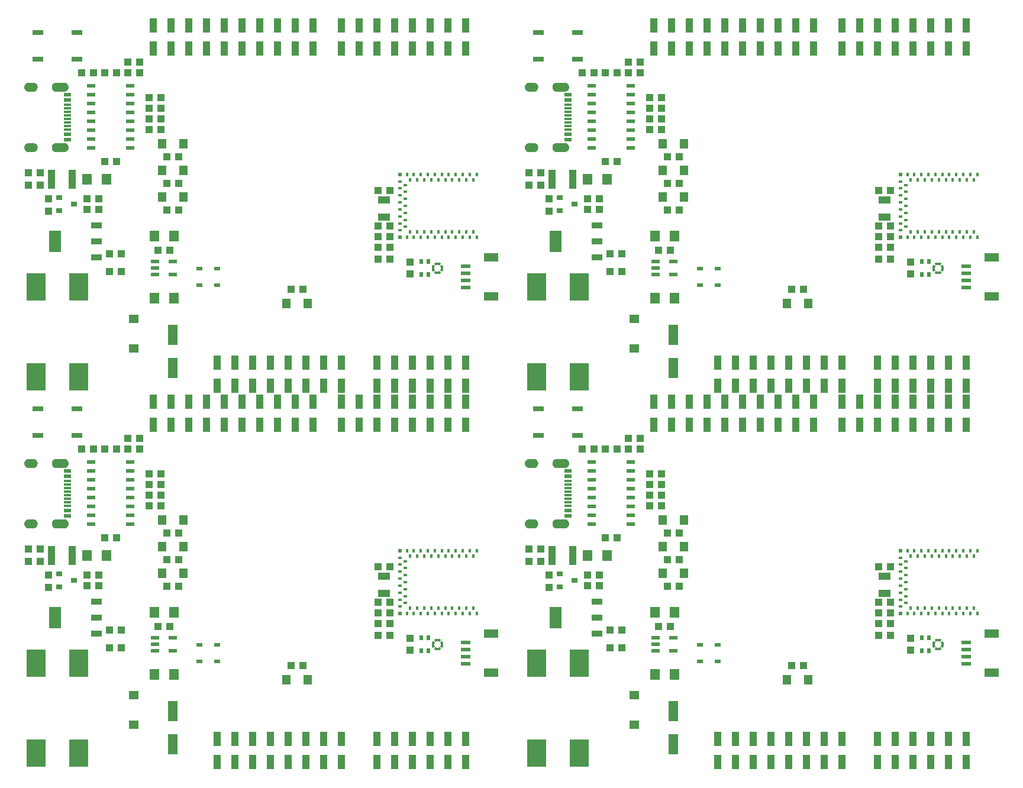
<source format=gtp>
G75*
%MOIN*%
%OFA0B0*%
%FSLAX25Y25*%
%IPPOS*%
%LPD*%
%AMOC8*
5,1,8,0,0,1.08239X$1,22.5*
%
%ADD10R,0.04331X0.03937*%
%ADD11R,0.05512X0.06299*%
%ADD12R,0.05512X0.11811*%
%ADD13R,0.03937X0.04331*%
%ADD14R,0.03543X0.03150*%
%ADD15R,0.06000X0.03300*%
%ADD16R,0.07000X0.12300*%
%ADD17R,0.03937X0.07874*%
%ADD18R,0.04724X0.05512*%
%ADD19R,0.05787X0.05000*%
%ADD20R,0.11024X0.09449*%
%ADD21R,0.11020X0.05850*%
%ADD22R,0.04724X0.02165*%
%ADD23R,0.07874X0.04724*%
%ADD24R,0.05315X0.02362*%
%ADD25R,0.04000X0.01181*%
%ADD26R,0.04000X0.02362*%
%ADD27R,0.04000X0.02165*%
%ADD28C,0.00039*%
%ADD29R,0.04724X0.02362*%
%ADD30R,0.06000X0.03000*%
%ADD31R,0.03937X0.11024*%
%ADD32R,0.03268X0.02480*%
%ADD33R,0.07087X0.03937*%
%ADD34R,0.02055X0.02854*%
%ADD35R,0.00787X0.01969*%
%ADD36C,0.00197*%
%ADD37R,0.01969X0.00787*%
%ADD38R,0.01575X0.02362*%
%ADD39R,0.02362X0.02362*%
%ADD40R,0.02362X0.01575*%
D10*
X0153087Y0176933D03*
X0159780Y0176933D03*
X0159780Y0186933D03*
X0153087Y0186933D03*
X0147280Y0211933D03*
X0147280Y0217933D03*
X0140587Y0217933D03*
X0140587Y0211933D03*
X0114280Y0225433D03*
X0107587Y0225433D03*
X0107587Y0232433D03*
X0114280Y0232433D03*
X0150587Y0238933D03*
X0157280Y0238933D03*
X0175587Y0256933D03*
X0175587Y0262933D03*
X0182280Y0262933D03*
X0182280Y0256933D03*
X0185587Y0241433D03*
X0192280Y0241433D03*
X0192280Y0226433D03*
X0185587Y0226433D03*
X0185587Y0211433D03*
X0192280Y0211433D03*
X0187280Y0188933D03*
X0180587Y0188933D03*
X0255587Y0166933D03*
X0262280Y0166933D03*
X0304587Y0183933D03*
X0311280Y0183933D03*
X0311280Y0190433D03*
X0311280Y0196433D03*
X0311280Y0202433D03*
X0304587Y0202433D03*
X0304587Y0196433D03*
X0304587Y0190433D03*
X0304587Y0222433D03*
X0311280Y0222433D03*
X0389587Y0225433D03*
X0396280Y0225433D03*
X0396280Y0232433D03*
X0389587Y0232433D03*
X0422587Y0217933D03*
X0422587Y0211933D03*
X0429280Y0211933D03*
X0429280Y0217933D03*
X0432587Y0238933D03*
X0439280Y0238933D03*
X0457587Y0256933D03*
X0457587Y0262933D03*
X0464280Y0262933D03*
X0464280Y0256933D03*
X0467587Y0241433D03*
X0474280Y0241433D03*
X0474280Y0226433D03*
X0467587Y0226433D03*
X0467587Y0211433D03*
X0474280Y0211433D03*
X0469280Y0188933D03*
X0462587Y0188933D03*
X0441780Y0186933D03*
X0435087Y0186933D03*
X0435087Y0176933D03*
X0441780Y0176933D03*
X0537587Y0166933D03*
X0544280Y0166933D03*
X0586587Y0183933D03*
X0593280Y0183933D03*
X0593280Y0190433D03*
X0593280Y0196433D03*
X0593280Y0202433D03*
X0586587Y0202433D03*
X0586587Y0196433D03*
X0586587Y0190433D03*
X0586587Y0222433D03*
X0593280Y0222433D03*
X0464280Y0268933D03*
X0464280Y0274933D03*
X0457587Y0274933D03*
X0457587Y0268933D03*
X0452280Y0288933D03*
X0452280Y0294933D03*
X0445587Y0294933D03*
X0445587Y0288933D03*
X0439280Y0288933D03*
X0432587Y0288933D03*
X0426280Y0288933D03*
X0419587Y0288933D03*
X0537587Y0378933D03*
X0544280Y0378933D03*
X0586587Y0395933D03*
X0586587Y0402433D03*
X0593280Y0402433D03*
X0593280Y0395933D03*
X0593280Y0408433D03*
X0593280Y0414433D03*
X0586587Y0414433D03*
X0586587Y0408433D03*
X0586587Y0434433D03*
X0593280Y0434433D03*
X0474280Y0438433D03*
X0467587Y0438433D03*
X0467587Y0423433D03*
X0474280Y0423433D03*
X0469280Y0400933D03*
X0462587Y0400933D03*
X0441780Y0398933D03*
X0435087Y0398933D03*
X0435087Y0388933D03*
X0441780Y0388933D03*
X0429280Y0423933D03*
X0429280Y0429933D03*
X0422587Y0429933D03*
X0422587Y0423933D03*
X0396280Y0437433D03*
X0389587Y0437433D03*
X0389587Y0444433D03*
X0396280Y0444433D03*
X0432587Y0450933D03*
X0439280Y0450933D03*
X0457587Y0468933D03*
X0457587Y0474933D03*
X0457587Y0480933D03*
X0464280Y0480933D03*
X0464280Y0474933D03*
X0464280Y0468933D03*
X0467587Y0453433D03*
X0474280Y0453433D03*
X0464280Y0486933D03*
X0457587Y0486933D03*
X0452280Y0500933D03*
X0452280Y0506933D03*
X0445587Y0506933D03*
X0445587Y0500933D03*
X0439280Y0500933D03*
X0432587Y0500933D03*
X0426280Y0500933D03*
X0419587Y0500933D03*
X0311280Y0434433D03*
X0304587Y0434433D03*
X0304587Y0414433D03*
X0304587Y0408433D03*
X0311280Y0408433D03*
X0311280Y0414433D03*
X0311280Y0402433D03*
X0311280Y0395933D03*
X0304587Y0395933D03*
X0304587Y0402433D03*
X0262280Y0378933D03*
X0255587Y0378933D03*
X0192280Y0423433D03*
X0185587Y0423433D03*
X0185587Y0438433D03*
X0192280Y0438433D03*
X0192280Y0453433D03*
X0185587Y0453433D03*
X0182280Y0468933D03*
X0182280Y0474933D03*
X0182280Y0480933D03*
X0175587Y0480933D03*
X0175587Y0474933D03*
X0175587Y0468933D03*
X0157280Y0450933D03*
X0150587Y0450933D03*
X0147280Y0429933D03*
X0147280Y0423933D03*
X0140587Y0423933D03*
X0140587Y0429933D03*
X0114280Y0437433D03*
X0107587Y0437433D03*
X0107587Y0444433D03*
X0114280Y0444433D03*
X0153087Y0398933D03*
X0159780Y0398933D03*
X0159780Y0388933D03*
X0153087Y0388933D03*
X0180587Y0400933D03*
X0187280Y0400933D03*
X0182280Y0486933D03*
X0175587Y0486933D03*
X0170280Y0500933D03*
X0170280Y0506933D03*
X0163587Y0506933D03*
X0163587Y0500933D03*
X0157280Y0500933D03*
X0150587Y0500933D03*
X0144280Y0500933D03*
X0137587Y0500933D03*
X0163587Y0294933D03*
X0163587Y0288933D03*
X0157280Y0288933D03*
X0150587Y0288933D03*
X0144280Y0288933D03*
X0137587Y0288933D03*
X0170280Y0288933D03*
X0170280Y0294933D03*
X0175587Y0274933D03*
X0175587Y0268933D03*
X0182280Y0268933D03*
X0182280Y0274933D03*
D11*
X0151445Y0228933D03*
X0140421Y0228933D03*
X0178421Y0196933D03*
X0189445Y0196933D03*
X0189445Y0161933D03*
X0178421Y0161933D03*
X0422421Y0228933D03*
X0433445Y0228933D03*
X0460421Y0196933D03*
X0471445Y0196933D03*
X0471445Y0161933D03*
X0460421Y0161933D03*
X0460421Y0373933D03*
X0471445Y0373933D03*
X0471445Y0408933D03*
X0460421Y0408933D03*
X0433445Y0440933D03*
X0422421Y0440933D03*
X0189445Y0408933D03*
X0178421Y0408933D03*
X0151445Y0440933D03*
X0140421Y0440933D03*
X0178421Y0373933D03*
X0189445Y0373933D03*
D12*
X0188933Y0353382D03*
X0188933Y0334484D03*
X0188933Y0141382D03*
X0188933Y0122484D03*
X0470933Y0122484D03*
X0470933Y0141382D03*
X0470933Y0334484D03*
X0470933Y0353382D03*
D13*
X0400933Y0423087D03*
X0400933Y0429780D03*
X0322433Y0394280D03*
X0322433Y0387587D03*
X0118933Y0423087D03*
X0118933Y0429780D03*
X0118933Y0217780D03*
X0118933Y0211087D03*
X0322433Y0182280D03*
X0322433Y0175587D03*
X0400933Y0211087D03*
X0400933Y0217780D03*
X0604433Y0182280D03*
X0604433Y0175587D03*
X0604433Y0387587D03*
X0604433Y0394280D03*
D14*
X0415264Y0426933D03*
X0406996Y0423193D03*
X0406996Y0430673D03*
X0133264Y0426933D03*
X0124996Y0423193D03*
X0124996Y0430673D03*
X0124996Y0218673D03*
X0133264Y0214933D03*
X0124996Y0211193D03*
X0406996Y0211193D03*
X0415264Y0214933D03*
X0406996Y0218673D03*
D15*
X0427823Y0202943D03*
X0427823Y0193933D03*
X0427823Y0184993D03*
X0427823Y0396993D03*
X0427823Y0405933D03*
X0427823Y0414943D03*
X0145823Y0414943D03*
X0145823Y0405933D03*
X0145823Y0396993D03*
X0145823Y0202943D03*
X0145823Y0193933D03*
X0145823Y0184993D03*
D16*
X0122433Y0193933D03*
X0404433Y0193933D03*
X0404433Y0405933D03*
X0122433Y0405933D03*
D17*
X0213933Y0337429D03*
X0223933Y0337429D03*
X0233933Y0337429D03*
X0243933Y0337429D03*
X0253933Y0337429D03*
X0263933Y0337429D03*
X0273933Y0337429D03*
X0283933Y0337429D03*
X0283933Y0324437D03*
X0283933Y0315429D03*
X0273933Y0324437D03*
X0263933Y0324437D03*
X0267933Y0315429D03*
X0257933Y0315429D03*
X0253933Y0324437D03*
X0247933Y0315429D03*
X0243933Y0324437D03*
X0233933Y0324437D03*
X0237933Y0315429D03*
X0227933Y0315429D03*
X0223933Y0324437D03*
X0217933Y0315429D03*
X0213933Y0324437D03*
X0207933Y0315429D03*
X0197933Y0315429D03*
X0187933Y0315429D03*
X0177933Y0315429D03*
X0177933Y0302437D03*
X0187933Y0302437D03*
X0197933Y0302437D03*
X0207933Y0302437D03*
X0217933Y0302437D03*
X0227933Y0302437D03*
X0237933Y0302437D03*
X0247933Y0302437D03*
X0257933Y0302437D03*
X0267933Y0302437D03*
X0283933Y0302437D03*
X0293933Y0302437D03*
X0303933Y0302437D03*
X0313933Y0302437D03*
X0323933Y0302437D03*
X0333933Y0302437D03*
X0343933Y0302437D03*
X0353933Y0302437D03*
X0353933Y0315429D03*
X0353933Y0324437D03*
X0343933Y0324437D03*
X0343933Y0315429D03*
X0333933Y0315429D03*
X0333933Y0324437D03*
X0323933Y0324437D03*
X0323933Y0315429D03*
X0313933Y0315429D03*
X0313933Y0324437D03*
X0303933Y0324437D03*
X0303933Y0315429D03*
X0293933Y0315429D03*
X0303933Y0337429D03*
X0313933Y0337429D03*
X0323933Y0337429D03*
X0333933Y0337429D03*
X0343933Y0337429D03*
X0353933Y0337429D03*
X0459933Y0315429D03*
X0469933Y0315429D03*
X0479933Y0315429D03*
X0489933Y0315429D03*
X0495933Y0324437D03*
X0499933Y0315429D03*
X0509933Y0315429D03*
X0505933Y0324437D03*
X0515933Y0324437D03*
X0519933Y0315429D03*
X0529933Y0315429D03*
X0525933Y0324437D03*
X0535933Y0324437D03*
X0539933Y0315429D03*
X0549933Y0315429D03*
X0545933Y0324437D03*
X0555933Y0324437D03*
X0565933Y0324437D03*
X0565933Y0315429D03*
X0575933Y0315429D03*
X0585933Y0315429D03*
X0585933Y0324437D03*
X0595933Y0324437D03*
X0595933Y0315429D03*
X0605933Y0315429D03*
X0605933Y0324437D03*
X0615933Y0324437D03*
X0615933Y0315429D03*
X0625933Y0315429D03*
X0625933Y0324437D03*
X0635933Y0324437D03*
X0635933Y0315429D03*
X0635933Y0302437D03*
X0625933Y0302437D03*
X0615933Y0302437D03*
X0605933Y0302437D03*
X0595933Y0302437D03*
X0585933Y0302437D03*
X0575933Y0302437D03*
X0565933Y0302437D03*
X0549933Y0302437D03*
X0539933Y0302437D03*
X0529933Y0302437D03*
X0519933Y0302437D03*
X0509933Y0302437D03*
X0499933Y0302437D03*
X0489933Y0302437D03*
X0479933Y0302437D03*
X0469933Y0302437D03*
X0459933Y0302437D03*
X0495933Y0337429D03*
X0505933Y0337429D03*
X0515933Y0337429D03*
X0525933Y0337429D03*
X0535933Y0337429D03*
X0545933Y0337429D03*
X0555933Y0337429D03*
X0565933Y0337429D03*
X0585933Y0337429D03*
X0595933Y0337429D03*
X0605933Y0337429D03*
X0615933Y0337429D03*
X0625933Y0337429D03*
X0635933Y0337429D03*
X0635933Y0514437D03*
X0625933Y0514437D03*
X0615933Y0514437D03*
X0605933Y0514437D03*
X0595933Y0514437D03*
X0585933Y0514437D03*
X0575933Y0514437D03*
X0565933Y0514437D03*
X0549933Y0514437D03*
X0539933Y0514437D03*
X0529933Y0514437D03*
X0519933Y0514437D03*
X0509933Y0514437D03*
X0499933Y0514437D03*
X0489933Y0514437D03*
X0479933Y0514437D03*
X0469933Y0514437D03*
X0459933Y0514437D03*
X0459933Y0527429D03*
X0469933Y0527429D03*
X0479933Y0527429D03*
X0489933Y0527429D03*
X0499933Y0527429D03*
X0509933Y0527429D03*
X0519933Y0527429D03*
X0529933Y0527429D03*
X0539933Y0527429D03*
X0549933Y0527429D03*
X0565933Y0527429D03*
X0575933Y0527429D03*
X0585933Y0527429D03*
X0595933Y0527429D03*
X0605933Y0527429D03*
X0615933Y0527429D03*
X0625933Y0527429D03*
X0635933Y0527429D03*
X0353933Y0527429D03*
X0343933Y0527429D03*
X0333933Y0527429D03*
X0323933Y0527429D03*
X0313933Y0527429D03*
X0303933Y0527429D03*
X0293933Y0527429D03*
X0283933Y0527429D03*
X0267933Y0527429D03*
X0257933Y0527429D03*
X0247933Y0527429D03*
X0237933Y0527429D03*
X0227933Y0527429D03*
X0217933Y0527429D03*
X0207933Y0527429D03*
X0197933Y0527429D03*
X0187933Y0527429D03*
X0177933Y0527429D03*
X0177933Y0514437D03*
X0187933Y0514437D03*
X0197933Y0514437D03*
X0207933Y0514437D03*
X0217933Y0514437D03*
X0227933Y0514437D03*
X0237933Y0514437D03*
X0247933Y0514437D03*
X0257933Y0514437D03*
X0267933Y0514437D03*
X0283933Y0514437D03*
X0293933Y0514437D03*
X0303933Y0514437D03*
X0313933Y0514437D03*
X0323933Y0514437D03*
X0333933Y0514437D03*
X0343933Y0514437D03*
X0353933Y0514437D03*
X0353933Y0125429D03*
X0343933Y0125429D03*
X0333933Y0125429D03*
X0323933Y0125429D03*
X0313933Y0125429D03*
X0303933Y0125429D03*
X0303933Y0112437D03*
X0313933Y0112437D03*
X0323933Y0112437D03*
X0333933Y0112437D03*
X0343933Y0112437D03*
X0353933Y0112437D03*
X0283933Y0112437D03*
X0273933Y0112437D03*
X0263933Y0112437D03*
X0253933Y0112437D03*
X0243933Y0112437D03*
X0233933Y0112437D03*
X0223933Y0112437D03*
X0213933Y0112437D03*
X0213933Y0125429D03*
X0223933Y0125429D03*
X0233933Y0125429D03*
X0243933Y0125429D03*
X0253933Y0125429D03*
X0263933Y0125429D03*
X0273933Y0125429D03*
X0283933Y0125429D03*
X0495933Y0125429D03*
X0505933Y0125429D03*
X0515933Y0125429D03*
X0525933Y0125429D03*
X0535933Y0125429D03*
X0545933Y0125429D03*
X0555933Y0125429D03*
X0565933Y0125429D03*
X0565933Y0112437D03*
X0555933Y0112437D03*
X0545933Y0112437D03*
X0535933Y0112437D03*
X0525933Y0112437D03*
X0515933Y0112437D03*
X0505933Y0112437D03*
X0495933Y0112437D03*
X0585933Y0112437D03*
X0595933Y0112437D03*
X0605933Y0112437D03*
X0615933Y0112437D03*
X0625933Y0112437D03*
X0635933Y0112437D03*
X0635933Y0125429D03*
X0625933Y0125429D03*
X0615933Y0125429D03*
X0605933Y0125429D03*
X0595933Y0125429D03*
X0585933Y0125429D03*
D18*
X0546839Y0158933D03*
X0535028Y0158933D03*
X0476839Y0218933D03*
X0465028Y0218933D03*
X0465028Y0233933D03*
X0476839Y0233933D03*
X0476839Y0248933D03*
X0465028Y0248933D03*
X0535028Y0370933D03*
X0546839Y0370933D03*
X0476839Y0430933D03*
X0465028Y0430933D03*
X0465028Y0445933D03*
X0476839Y0445933D03*
X0476839Y0460933D03*
X0465028Y0460933D03*
X0264839Y0370933D03*
X0253028Y0370933D03*
X0194839Y0430933D03*
X0183028Y0430933D03*
X0183028Y0445933D03*
X0194839Y0445933D03*
X0194839Y0460933D03*
X0183028Y0460933D03*
X0183028Y0248933D03*
X0194839Y0248933D03*
X0194839Y0233933D03*
X0183028Y0233933D03*
X0183028Y0218933D03*
X0194839Y0218933D03*
X0253028Y0158933D03*
X0264839Y0158933D03*
D19*
X0166933Y0150398D03*
X0166933Y0133469D03*
X0448933Y0133469D03*
X0448933Y0150398D03*
X0448933Y0345469D03*
X0448933Y0362398D03*
X0166933Y0362398D03*
X0166933Y0345469D03*
D20*
X0135949Y0332492D03*
X0111933Y0332492D03*
X0111933Y0377374D03*
X0135949Y0377374D03*
X0393933Y0377374D03*
X0417949Y0377374D03*
X0417949Y0332492D03*
X0393933Y0332492D03*
X0393933Y0165374D03*
X0417949Y0165374D03*
X0417949Y0120492D03*
X0393933Y0120492D03*
X0135949Y0120492D03*
X0111933Y0120492D03*
X0111933Y0165374D03*
X0135949Y0165374D03*
D21*
X0111933Y0112858D03*
X0135953Y0112848D03*
X0135953Y0173008D03*
X0111933Y0173008D03*
X0111933Y0324858D03*
X0135953Y0324848D03*
X0135953Y0385008D03*
X0111933Y0385008D03*
X0393933Y0385008D03*
X0417953Y0385008D03*
X0417953Y0324848D03*
X0393933Y0324858D03*
X0393933Y0173008D03*
X0417953Y0173008D03*
X0417953Y0112848D03*
X0393933Y0112858D03*
D22*
X0460815Y0175193D03*
X0460815Y0178933D03*
X0460815Y0182673D03*
X0471052Y0182673D03*
X0471052Y0175193D03*
X0189052Y0175193D03*
X0189052Y0182673D03*
X0178815Y0182673D03*
X0178815Y0178933D03*
X0178815Y0175193D03*
X0178815Y0387193D03*
X0178815Y0390933D03*
X0178815Y0394673D03*
X0189052Y0394673D03*
X0189052Y0387193D03*
X0460815Y0387193D03*
X0460815Y0390933D03*
X0460815Y0394673D03*
X0471052Y0394673D03*
X0471052Y0387193D03*
D23*
X0368402Y0396957D03*
X0368402Y0374909D03*
X0368402Y0184957D03*
X0368402Y0162909D03*
X0650402Y0162909D03*
X0650402Y0184957D03*
X0650402Y0374909D03*
X0650402Y0396957D03*
D24*
X0635933Y0391839D03*
X0635933Y0387902D03*
X0635933Y0383965D03*
X0635933Y0380028D03*
X0635933Y0179839D03*
X0635933Y0175902D03*
X0635933Y0171965D03*
X0635933Y0168028D03*
X0353933Y0168028D03*
X0353933Y0171965D03*
X0353933Y0175902D03*
X0353933Y0179839D03*
X0353933Y0380028D03*
X0353933Y0383965D03*
X0353933Y0387902D03*
X0353933Y0391839D03*
D25*
X0411539Y0469043D03*
X0411539Y0471012D03*
X0411539Y0472980D03*
X0411539Y0474949D03*
X0411539Y0476917D03*
X0411539Y0478886D03*
X0411539Y0480854D03*
X0411539Y0482823D03*
X0129539Y0482823D03*
X0129539Y0480854D03*
X0129539Y0478886D03*
X0129539Y0476917D03*
X0129539Y0474949D03*
X0129539Y0472980D03*
X0129539Y0471012D03*
X0129539Y0469043D03*
X0129539Y0270823D03*
X0129539Y0268854D03*
X0129539Y0266886D03*
X0129539Y0264917D03*
X0129539Y0262949D03*
X0129539Y0260980D03*
X0129539Y0259012D03*
X0129539Y0257043D03*
X0411539Y0257043D03*
X0411539Y0259012D03*
X0411539Y0260980D03*
X0411539Y0262949D03*
X0411539Y0264917D03*
X0411539Y0266886D03*
X0411539Y0268854D03*
X0411539Y0270823D03*
D26*
X0411539Y0276630D03*
X0411539Y0251236D03*
X0129539Y0251236D03*
X0129539Y0276630D03*
X0129539Y0463236D03*
X0129539Y0488630D03*
X0411539Y0488630D03*
X0411539Y0463236D03*
D27*
X0411539Y0466287D03*
X0411539Y0485579D03*
X0129539Y0485579D03*
X0129539Y0466287D03*
X0129539Y0273579D03*
X0129539Y0254287D03*
X0411539Y0254287D03*
X0411539Y0273579D03*
D28*
X0410115Y0278640D02*
X0409673Y0278579D01*
X0404949Y0278579D01*
X0404450Y0278659D01*
X0403982Y0278849D01*
X0403567Y0279138D01*
X0403227Y0279512D01*
X0402979Y0279952D01*
X0402836Y0280437D01*
X0402803Y0280941D01*
X0402836Y0281445D01*
X0411817Y0281445D01*
X0411826Y0281407D02*
X0402833Y0281407D01*
X0402831Y0281369D02*
X0411833Y0281369D01*
X0411832Y0281386D02*
X0411858Y0280941D01*
X0411832Y0280496D01*
X0411719Y0280064D01*
X0411524Y0279663D01*
X0411255Y0279307D01*
X0410921Y0279011D01*
X0410537Y0278786D01*
X0410115Y0278640D01*
X0410121Y0278642D02*
X0404559Y0278642D01*
X0404400Y0278680D02*
X0410230Y0278680D01*
X0410340Y0278717D02*
X0404306Y0278717D01*
X0404213Y0278755D02*
X0410449Y0278755D01*
X0410549Y0278793D02*
X0404119Y0278793D01*
X0404026Y0278831D02*
X0410614Y0278831D01*
X0410679Y0278869D02*
X0403953Y0278869D01*
X0403898Y0278907D02*
X0410744Y0278907D01*
X0410808Y0278945D02*
X0403844Y0278945D01*
X0403790Y0278983D02*
X0410873Y0278983D01*
X0410932Y0279021D02*
X0403736Y0279021D01*
X0403681Y0279058D02*
X0410975Y0279058D01*
X0411017Y0279096D02*
X0403627Y0279096D01*
X0403573Y0279134D02*
X0411060Y0279134D01*
X0411103Y0279172D02*
X0403536Y0279172D01*
X0403502Y0279210D02*
X0411145Y0279210D01*
X0411188Y0279248D02*
X0403467Y0279248D01*
X0403433Y0279286D02*
X0411231Y0279286D01*
X0411267Y0279324D02*
X0403399Y0279324D01*
X0403364Y0279361D02*
X0411296Y0279361D01*
X0411325Y0279399D02*
X0403330Y0279399D01*
X0403295Y0279437D02*
X0411353Y0279437D01*
X0411382Y0279475D02*
X0403261Y0279475D01*
X0403227Y0279513D02*
X0411411Y0279513D01*
X0411439Y0279551D02*
X0403205Y0279551D01*
X0403184Y0279589D02*
X0411468Y0279589D01*
X0411497Y0279627D02*
X0403163Y0279627D01*
X0403141Y0279665D02*
X0411525Y0279665D01*
X0411544Y0279702D02*
X0403120Y0279702D01*
X0403099Y0279740D02*
X0411562Y0279740D01*
X0411580Y0279778D02*
X0403077Y0279778D01*
X0403056Y0279816D02*
X0411599Y0279816D01*
X0411617Y0279854D02*
X0403035Y0279854D01*
X0403013Y0279892D02*
X0411635Y0279892D01*
X0411654Y0279930D02*
X0402992Y0279930D01*
X0402975Y0279968D02*
X0411672Y0279968D01*
X0411691Y0280005D02*
X0402964Y0280005D01*
X0402952Y0280043D02*
X0411709Y0280043D01*
X0411724Y0280081D02*
X0402941Y0280081D01*
X0402930Y0280119D02*
X0411733Y0280119D01*
X0411743Y0280157D02*
X0402919Y0280157D01*
X0402907Y0280195D02*
X0411753Y0280195D01*
X0411763Y0280233D02*
X0402896Y0280233D01*
X0402885Y0280271D02*
X0411773Y0280271D01*
X0411783Y0280309D02*
X0402874Y0280309D01*
X0402862Y0280346D02*
X0411793Y0280346D01*
X0411803Y0280384D02*
X0402851Y0280384D01*
X0402840Y0280422D02*
X0411813Y0280422D01*
X0411823Y0280460D02*
X0402834Y0280460D01*
X0402832Y0280498D02*
X0411832Y0280498D01*
X0411834Y0280536D02*
X0402829Y0280536D01*
X0402827Y0280574D02*
X0411836Y0280574D01*
X0411839Y0280612D02*
X0402824Y0280612D01*
X0402822Y0280649D02*
X0411841Y0280649D01*
X0411843Y0280687D02*
X0402819Y0280687D01*
X0402817Y0280725D02*
X0411845Y0280725D01*
X0411848Y0280763D02*
X0402815Y0280763D01*
X0402812Y0280801D02*
X0411850Y0280801D01*
X0411852Y0280839D02*
X0402810Y0280839D01*
X0402807Y0280877D02*
X0411854Y0280877D01*
X0411857Y0280915D02*
X0402805Y0280915D01*
X0402804Y0280952D02*
X0411858Y0280952D01*
X0411855Y0280990D02*
X0402806Y0280990D01*
X0402809Y0281028D02*
X0411853Y0281028D01*
X0411851Y0281066D02*
X0402811Y0281066D01*
X0402814Y0281104D02*
X0411849Y0281104D01*
X0411846Y0281142D02*
X0402816Y0281142D01*
X0402819Y0281180D02*
X0411844Y0281180D01*
X0411842Y0281218D02*
X0402821Y0281218D01*
X0402823Y0281256D02*
X0411840Y0281256D01*
X0411837Y0281293D02*
X0402826Y0281293D01*
X0402828Y0281331D02*
X0411835Y0281331D01*
X0411832Y0281386D02*
X0411719Y0281818D01*
X0411524Y0282219D01*
X0411255Y0282575D01*
X0410921Y0282871D01*
X0410537Y0283096D01*
X0410115Y0283242D01*
X0409673Y0283303D01*
X0404949Y0283303D01*
X0404450Y0283223D01*
X0403982Y0283033D01*
X0403567Y0282744D01*
X0403227Y0282370D01*
X0402979Y0281930D01*
X0402836Y0281445D01*
X0402847Y0281483D02*
X0411807Y0281483D01*
X0411797Y0281521D02*
X0402858Y0281521D01*
X0402869Y0281559D02*
X0411787Y0281559D01*
X0411777Y0281596D02*
X0402880Y0281596D01*
X0402892Y0281634D02*
X0411767Y0281634D01*
X0411757Y0281672D02*
X0402903Y0281672D01*
X0402914Y0281710D02*
X0411747Y0281710D01*
X0411737Y0281748D02*
X0402925Y0281748D01*
X0402937Y0281786D02*
X0411727Y0281786D01*
X0411716Y0281824D02*
X0402948Y0281824D01*
X0402959Y0281862D02*
X0411698Y0281862D01*
X0411679Y0281900D02*
X0402970Y0281900D01*
X0402984Y0281937D02*
X0411661Y0281937D01*
X0411643Y0281975D02*
X0403005Y0281975D01*
X0403026Y0282013D02*
X0411624Y0282013D01*
X0411606Y0282051D02*
X0403048Y0282051D01*
X0403069Y0282089D02*
X0411587Y0282089D01*
X0411569Y0282127D02*
X0403090Y0282127D01*
X0403112Y0282165D02*
X0411551Y0282165D01*
X0411532Y0282203D02*
X0403133Y0282203D01*
X0403154Y0282240D02*
X0411508Y0282240D01*
X0411479Y0282278D02*
X0403176Y0282278D01*
X0403197Y0282316D02*
X0411451Y0282316D01*
X0411422Y0282354D02*
X0403219Y0282354D01*
X0403247Y0282392D02*
X0411393Y0282392D01*
X0411365Y0282430D02*
X0403282Y0282430D01*
X0403316Y0282468D02*
X0411336Y0282468D01*
X0411307Y0282506D02*
X0403351Y0282506D01*
X0403385Y0282544D02*
X0411279Y0282544D01*
X0411247Y0282581D02*
X0403420Y0282581D01*
X0403454Y0282619D02*
X0411205Y0282619D01*
X0411162Y0282657D02*
X0403488Y0282657D01*
X0403523Y0282695D02*
X0411119Y0282695D01*
X0411077Y0282733D02*
X0403557Y0282733D01*
X0403606Y0282771D02*
X0411034Y0282771D01*
X0410991Y0282809D02*
X0403660Y0282809D01*
X0403714Y0282847D02*
X0410949Y0282847D01*
X0410898Y0282884D02*
X0403769Y0282884D01*
X0403823Y0282922D02*
X0410833Y0282922D01*
X0410769Y0282960D02*
X0403877Y0282960D01*
X0403932Y0282998D02*
X0410704Y0282998D01*
X0410639Y0283036D02*
X0403989Y0283036D01*
X0404083Y0283074D02*
X0410575Y0283074D01*
X0410492Y0283112D02*
X0404176Y0283112D01*
X0404270Y0283150D02*
X0410382Y0283150D01*
X0410273Y0283188D02*
X0404363Y0283188D01*
X0404467Y0283225D02*
X0410164Y0283225D01*
X0409962Y0283263D02*
X0404702Y0283263D01*
X0404936Y0283301D02*
X0409688Y0283301D01*
X0409855Y0278604D02*
X0404793Y0278604D01*
X0394370Y0280478D02*
X0394233Y0280034D01*
X0394012Y0279625D01*
X0393716Y0279267D01*
X0393355Y0278973D01*
X0392944Y0278756D01*
X0392498Y0278622D01*
X0392035Y0278579D01*
X0389673Y0278579D01*
X0389214Y0278626D01*
X0388774Y0278762D01*
X0388368Y0278981D01*
X0388013Y0279275D01*
X0387722Y0279632D01*
X0387506Y0280040D01*
X0387374Y0280482D01*
X0387331Y0280941D01*
X0387387Y0281465D01*
X0387559Y0281963D01*
X0387838Y0282410D01*
X0388209Y0282784D01*
X0388654Y0283066D01*
X0389150Y0283242D01*
X0389673Y0283303D01*
X0392035Y0283303D01*
X0392564Y0283246D01*
X0393066Y0283073D01*
X0393517Y0282792D01*
X0393894Y0282418D01*
X0394178Y0281969D01*
X0394356Y0281469D01*
X0394417Y0280941D01*
X0394370Y0280478D01*
X0394364Y0280460D02*
X0387381Y0280460D01*
X0387372Y0280498D02*
X0394372Y0280498D01*
X0394376Y0280536D02*
X0387369Y0280536D01*
X0387365Y0280574D02*
X0394380Y0280574D01*
X0394384Y0280612D02*
X0387362Y0280612D01*
X0387358Y0280649D02*
X0394387Y0280649D01*
X0394391Y0280687D02*
X0387355Y0280687D01*
X0387351Y0280725D02*
X0394395Y0280725D01*
X0394399Y0280763D02*
X0387347Y0280763D01*
X0387344Y0280801D02*
X0394403Y0280801D01*
X0394407Y0280839D02*
X0387340Y0280839D01*
X0387337Y0280877D02*
X0394411Y0280877D01*
X0394415Y0280915D02*
X0387333Y0280915D01*
X0387332Y0280952D02*
X0394416Y0280952D01*
X0394412Y0280990D02*
X0387336Y0280990D01*
X0387340Y0281028D02*
X0394407Y0281028D01*
X0394403Y0281066D02*
X0387344Y0281066D01*
X0387348Y0281104D02*
X0394398Y0281104D01*
X0394394Y0281142D02*
X0387352Y0281142D01*
X0387357Y0281180D02*
X0394389Y0281180D01*
X0394385Y0281218D02*
X0387361Y0281218D01*
X0387365Y0281256D02*
X0394381Y0281256D01*
X0394376Y0281293D02*
X0387369Y0281293D01*
X0387373Y0281331D02*
X0394372Y0281331D01*
X0394367Y0281369D02*
X0387377Y0281369D01*
X0387381Y0281407D02*
X0394363Y0281407D01*
X0394358Y0281445D02*
X0387385Y0281445D01*
X0387394Y0281483D02*
X0394351Y0281483D01*
X0394337Y0281521D02*
X0387407Y0281521D01*
X0387420Y0281559D02*
X0394324Y0281559D01*
X0394310Y0281596D02*
X0387433Y0281596D01*
X0387446Y0281634D02*
X0394297Y0281634D01*
X0394283Y0281672D02*
X0387459Y0281672D01*
X0387472Y0281710D02*
X0394270Y0281710D01*
X0394257Y0281748D02*
X0387485Y0281748D01*
X0387498Y0281786D02*
X0394243Y0281786D01*
X0394230Y0281824D02*
X0387511Y0281824D01*
X0387525Y0281862D02*
X0394216Y0281862D01*
X0394203Y0281900D02*
X0387538Y0281900D01*
X0387551Y0281937D02*
X0394189Y0281937D01*
X0394174Y0281975D02*
X0387567Y0281975D01*
X0387591Y0282013D02*
X0394150Y0282013D01*
X0394126Y0282051D02*
X0387614Y0282051D01*
X0387638Y0282089D02*
X0394102Y0282089D01*
X0394078Y0282127D02*
X0387662Y0282127D01*
X0387685Y0282165D02*
X0394054Y0282165D01*
X0394030Y0282203D02*
X0387709Y0282203D01*
X0387732Y0282240D02*
X0394006Y0282240D01*
X0393982Y0282278D02*
X0387756Y0282278D01*
X0387780Y0282316D02*
X0393958Y0282316D01*
X0393934Y0282354D02*
X0387803Y0282354D01*
X0387827Y0282392D02*
X0393910Y0282392D01*
X0393881Y0282430D02*
X0387858Y0282430D01*
X0387895Y0282468D02*
X0393843Y0282468D01*
X0393805Y0282506D02*
X0387933Y0282506D01*
X0387970Y0282544D02*
X0393767Y0282544D01*
X0393729Y0282581D02*
X0388008Y0282581D01*
X0388046Y0282619D02*
X0393690Y0282619D01*
X0393652Y0282657D02*
X0388083Y0282657D01*
X0388121Y0282695D02*
X0393614Y0282695D01*
X0393576Y0282733D02*
X0388158Y0282733D01*
X0388196Y0282771D02*
X0393538Y0282771D01*
X0393489Y0282809D02*
X0388248Y0282809D01*
X0388308Y0282847D02*
X0393429Y0282847D01*
X0393368Y0282884D02*
X0388367Y0282884D01*
X0388427Y0282922D02*
X0393307Y0282922D01*
X0393246Y0282960D02*
X0388487Y0282960D01*
X0388547Y0282998D02*
X0393185Y0282998D01*
X0393124Y0283036D02*
X0388606Y0283036D01*
X0388676Y0283074D02*
X0393062Y0283074D01*
X0392952Y0283112D02*
X0388783Y0283112D01*
X0388890Y0283150D02*
X0392842Y0283150D01*
X0392733Y0283188D02*
X0388996Y0283188D01*
X0389103Y0283225D02*
X0392623Y0283225D01*
X0392403Y0283263D02*
X0389332Y0283263D01*
X0389656Y0283301D02*
X0392054Y0283301D01*
X0394353Y0280422D02*
X0387392Y0280422D01*
X0387403Y0280384D02*
X0394341Y0280384D01*
X0394329Y0280346D02*
X0387414Y0280346D01*
X0387426Y0280309D02*
X0394318Y0280309D01*
X0394306Y0280271D02*
X0387437Y0280271D01*
X0387448Y0280233D02*
X0394294Y0280233D01*
X0394283Y0280195D02*
X0387460Y0280195D01*
X0387471Y0280157D02*
X0394271Y0280157D01*
X0394259Y0280119D02*
X0387482Y0280119D01*
X0387494Y0280081D02*
X0394248Y0280081D01*
X0394236Y0280043D02*
X0387505Y0280043D01*
X0387524Y0280005D02*
X0394218Y0280005D01*
X0394197Y0279968D02*
X0387544Y0279968D01*
X0387564Y0279930D02*
X0394177Y0279930D01*
X0394156Y0279892D02*
X0387584Y0279892D01*
X0387604Y0279854D02*
X0394136Y0279854D01*
X0394115Y0279816D02*
X0387625Y0279816D01*
X0387645Y0279778D02*
X0394095Y0279778D01*
X0394074Y0279740D02*
X0387665Y0279740D01*
X0387685Y0279702D02*
X0394054Y0279702D01*
X0394034Y0279665D02*
X0387705Y0279665D01*
X0387726Y0279627D02*
X0394013Y0279627D01*
X0393982Y0279589D02*
X0387757Y0279589D01*
X0387788Y0279551D02*
X0393951Y0279551D01*
X0393920Y0279513D02*
X0387819Y0279513D01*
X0387850Y0279475D02*
X0393888Y0279475D01*
X0393857Y0279437D02*
X0387880Y0279437D01*
X0387911Y0279399D02*
X0393826Y0279399D01*
X0393794Y0279361D02*
X0387942Y0279361D01*
X0387973Y0279324D02*
X0393763Y0279324D01*
X0393731Y0279286D02*
X0388004Y0279286D01*
X0388045Y0279248D02*
X0393693Y0279248D01*
X0393646Y0279210D02*
X0388091Y0279210D01*
X0388137Y0279172D02*
X0393600Y0279172D01*
X0393553Y0279134D02*
X0388182Y0279134D01*
X0388228Y0279096D02*
X0393506Y0279096D01*
X0393460Y0279058D02*
X0388274Y0279058D01*
X0388320Y0279021D02*
X0393413Y0279021D01*
X0393367Y0278983D02*
X0388366Y0278983D01*
X0388434Y0278945D02*
X0393302Y0278945D01*
X0393230Y0278907D02*
X0388505Y0278907D01*
X0388575Y0278869D02*
X0393158Y0278869D01*
X0393087Y0278831D02*
X0388645Y0278831D01*
X0388715Y0278793D02*
X0393015Y0278793D01*
X0392943Y0278755D02*
X0388794Y0278755D01*
X0388917Y0278717D02*
X0392817Y0278717D01*
X0392690Y0278680D02*
X0389040Y0278680D01*
X0389163Y0278642D02*
X0392563Y0278642D01*
X0392302Y0278604D02*
X0389429Y0278604D01*
X0389673Y0249287D02*
X0389150Y0249226D01*
X0388654Y0249050D01*
X0388209Y0248768D01*
X0387838Y0248394D01*
X0387559Y0247947D01*
X0387387Y0247449D01*
X0387331Y0246925D01*
X0387374Y0246466D01*
X0387506Y0246024D01*
X0387722Y0245617D01*
X0388013Y0245259D01*
X0388368Y0244965D01*
X0388774Y0244746D01*
X0389214Y0244610D01*
X0389673Y0244563D01*
X0392035Y0244563D01*
X0392498Y0244607D01*
X0392944Y0244740D01*
X0393355Y0244957D01*
X0393716Y0245251D01*
X0394012Y0245609D01*
X0394233Y0246018D01*
X0394370Y0246463D01*
X0394417Y0246925D01*
X0394356Y0247453D01*
X0394178Y0247953D01*
X0393894Y0248402D01*
X0393517Y0248776D01*
X0393066Y0249057D01*
X0392564Y0249230D01*
X0392035Y0249287D01*
X0389673Y0249287D01*
X0389641Y0249284D02*
X0392070Y0249284D01*
X0392419Y0249246D02*
X0389317Y0249246D01*
X0389098Y0249208D02*
X0392628Y0249208D01*
X0392738Y0249170D02*
X0388991Y0249170D01*
X0388885Y0249132D02*
X0392847Y0249132D01*
X0392957Y0249094D02*
X0388778Y0249094D01*
X0388671Y0249056D02*
X0393066Y0249056D01*
X0393127Y0249018D02*
X0388604Y0249018D01*
X0388544Y0248981D02*
X0393188Y0248981D01*
X0393249Y0248943D02*
X0388484Y0248943D01*
X0388424Y0248905D02*
X0393310Y0248905D01*
X0393370Y0248867D02*
X0388365Y0248867D01*
X0388305Y0248829D02*
X0393431Y0248829D01*
X0393492Y0248791D02*
X0388245Y0248791D01*
X0388194Y0248753D02*
X0393539Y0248753D01*
X0393578Y0248715D02*
X0388157Y0248715D01*
X0388119Y0248678D02*
X0393616Y0248678D01*
X0393654Y0248640D02*
X0388081Y0248640D01*
X0388044Y0248602D02*
X0393692Y0248602D01*
X0393730Y0248564D02*
X0388006Y0248564D01*
X0387969Y0248526D02*
X0393769Y0248526D01*
X0393807Y0248488D02*
X0387931Y0248488D01*
X0387894Y0248450D02*
X0393845Y0248450D01*
X0393883Y0248412D02*
X0387856Y0248412D01*
X0387826Y0248374D02*
X0393911Y0248374D01*
X0393935Y0248337D02*
X0387802Y0248337D01*
X0387778Y0248299D02*
X0393959Y0248299D01*
X0393983Y0248261D02*
X0387755Y0248261D01*
X0387731Y0248223D02*
X0394007Y0248223D01*
X0394031Y0248185D02*
X0387708Y0248185D01*
X0387684Y0248147D02*
X0394055Y0248147D01*
X0394079Y0248109D02*
X0387661Y0248109D01*
X0387637Y0248071D02*
X0394103Y0248071D01*
X0394127Y0248034D02*
X0387613Y0248034D01*
X0387590Y0247996D02*
X0394151Y0247996D01*
X0394175Y0247958D02*
X0387566Y0247958D01*
X0387550Y0247920D02*
X0394190Y0247920D01*
X0394203Y0247882D02*
X0387537Y0247882D01*
X0387524Y0247844D02*
X0394217Y0247844D01*
X0394230Y0247806D02*
X0387511Y0247806D01*
X0387498Y0247768D02*
X0394244Y0247768D01*
X0394257Y0247731D02*
X0387485Y0247731D01*
X0387472Y0247693D02*
X0394271Y0247693D01*
X0394284Y0247655D02*
X0387459Y0247655D01*
X0387445Y0247617D02*
X0394297Y0247617D01*
X0394311Y0247579D02*
X0387432Y0247579D01*
X0387419Y0247541D02*
X0394324Y0247541D01*
X0394338Y0247503D02*
X0387406Y0247503D01*
X0387393Y0247465D02*
X0394351Y0247465D01*
X0394359Y0247427D02*
X0387385Y0247427D01*
X0387381Y0247390D02*
X0394363Y0247390D01*
X0394367Y0247352D02*
X0387377Y0247352D01*
X0387373Y0247314D02*
X0394372Y0247314D01*
X0394376Y0247276D02*
X0387369Y0247276D01*
X0387365Y0247238D02*
X0394381Y0247238D01*
X0394385Y0247200D02*
X0387361Y0247200D01*
X0387356Y0247162D02*
X0394390Y0247162D01*
X0394394Y0247124D02*
X0387352Y0247124D01*
X0387348Y0247087D02*
X0394398Y0247087D01*
X0394403Y0247049D02*
X0387344Y0247049D01*
X0387340Y0247011D02*
X0394407Y0247011D01*
X0394412Y0246973D02*
X0387336Y0246973D01*
X0387332Y0246935D02*
X0394416Y0246935D01*
X0394414Y0246897D02*
X0387333Y0246897D01*
X0387337Y0246859D02*
X0394411Y0246859D01*
X0394407Y0246821D02*
X0387341Y0246821D01*
X0387344Y0246783D02*
X0394403Y0246783D01*
X0394399Y0246746D02*
X0387348Y0246746D01*
X0387351Y0246708D02*
X0394395Y0246708D01*
X0394391Y0246670D02*
X0387355Y0246670D01*
X0387358Y0246632D02*
X0394387Y0246632D01*
X0394383Y0246594D02*
X0387362Y0246594D01*
X0387366Y0246556D02*
X0394379Y0246556D01*
X0394376Y0246518D02*
X0387369Y0246518D01*
X0387373Y0246480D02*
X0394372Y0246480D01*
X0394364Y0246443D02*
X0387381Y0246443D01*
X0387392Y0246405D02*
X0394352Y0246405D01*
X0394340Y0246367D02*
X0387404Y0246367D01*
X0387415Y0246329D02*
X0394329Y0246329D01*
X0394317Y0246291D02*
X0387426Y0246291D01*
X0387438Y0246253D02*
X0394305Y0246253D01*
X0394294Y0246215D02*
X0387449Y0246215D01*
X0387460Y0246177D02*
X0394282Y0246177D01*
X0394270Y0246139D02*
X0387472Y0246139D01*
X0387483Y0246102D02*
X0394259Y0246102D01*
X0394247Y0246064D02*
X0387494Y0246064D01*
X0387506Y0246026D02*
X0394235Y0246026D01*
X0394217Y0245988D02*
X0387525Y0245988D01*
X0387545Y0245950D02*
X0394196Y0245950D01*
X0394176Y0245912D02*
X0387565Y0245912D01*
X0387585Y0245874D02*
X0394155Y0245874D01*
X0394135Y0245836D02*
X0387605Y0245836D01*
X0387625Y0245799D02*
X0394114Y0245799D01*
X0394094Y0245761D02*
X0387645Y0245761D01*
X0387666Y0245723D02*
X0394074Y0245723D01*
X0394053Y0245685D02*
X0387686Y0245685D01*
X0387706Y0245647D02*
X0394033Y0245647D01*
X0394012Y0245609D02*
X0387728Y0245609D01*
X0387759Y0245571D02*
X0393981Y0245571D01*
X0393950Y0245533D02*
X0387789Y0245533D01*
X0387820Y0245496D02*
X0393918Y0245496D01*
X0393887Y0245458D02*
X0387851Y0245458D01*
X0387882Y0245420D02*
X0393855Y0245420D01*
X0393824Y0245382D02*
X0387913Y0245382D01*
X0387944Y0245344D02*
X0393793Y0245344D01*
X0393761Y0245306D02*
X0387974Y0245306D01*
X0388005Y0245268D02*
X0393730Y0245268D01*
X0393690Y0245230D02*
X0388047Y0245230D01*
X0388093Y0245192D02*
X0393644Y0245192D01*
X0393597Y0245155D02*
X0388139Y0245155D01*
X0388185Y0245117D02*
X0393551Y0245117D01*
X0393504Y0245079D02*
X0388230Y0245079D01*
X0388276Y0245041D02*
X0393458Y0245041D01*
X0393411Y0245003D02*
X0388322Y0245003D01*
X0388368Y0244965D02*
X0393365Y0244965D01*
X0393298Y0244927D02*
X0388438Y0244927D01*
X0388508Y0244889D02*
X0393227Y0244889D01*
X0393155Y0244852D02*
X0388578Y0244852D01*
X0388648Y0244814D02*
X0393084Y0244814D01*
X0393012Y0244776D02*
X0388718Y0244776D01*
X0388800Y0244738D02*
X0392938Y0244738D01*
X0392811Y0244700D02*
X0388923Y0244700D01*
X0389046Y0244662D02*
X0392684Y0244662D01*
X0392557Y0244624D02*
X0389169Y0244624D01*
X0389446Y0244586D02*
X0392283Y0244586D01*
X0402836Y0246421D02*
X0402803Y0246925D01*
X0402836Y0247429D01*
X0402979Y0247914D01*
X0403227Y0248354D01*
X0403567Y0248728D01*
X0403982Y0249017D01*
X0404450Y0249207D01*
X0404949Y0249287D01*
X0409673Y0249287D01*
X0410115Y0249226D01*
X0410537Y0249080D01*
X0410921Y0248855D01*
X0411255Y0248559D01*
X0411524Y0248203D01*
X0411719Y0247802D01*
X0411832Y0247370D01*
X0411858Y0246925D01*
X0411832Y0246480D01*
X0411719Y0246048D01*
X0411524Y0245647D01*
X0403142Y0245647D01*
X0403121Y0245685D02*
X0411543Y0245685D01*
X0411561Y0245723D02*
X0403100Y0245723D01*
X0403078Y0245761D02*
X0411579Y0245761D01*
X0411598Y0245799D02*
X0403057Y0245799D01*
X0403036Y0245836D02*
X0411616Y0245836D01*
X0411635Y0245874D02*
X0403014Y0245874D01*
X0402993Y0245912D02*
X0411653Y0245912D01*
X0411671Y0245950D02*
X0402975Y0245950D01*
X0402979Y0245937D02*
X0402836Y0246421D01*
X0402840Y0246405D02*
X0411812Y0246405D01*
X0411822Y0246443D02*
X0402834Y0246443D01*
X0402832Y0246480D02*
X0411832Y0246480D01*
X0411834Y0246518D02*
X0402829Y0246518D01*
X0402827Y0246556D02*
X0411836Y0246556D01*
X0411839Y0246594D02*
X0402824Y0246594D01*
X0402822Y0246632D02*
X0411841Y0246632D01*
X0411843Y0246670D02*
X0402820Y0246670D01*
X0402817Y0246708D02*
X0411845Y0246708D01*
X0411848Y0246746D02*
X0402815Y0246746D01*
X0402812Y0246783D02*
X0411850Y0246783D01*
X0411852Y0246821D02*
X0402810Y0246821D01*
X0402807Y0246859D02*
X0411854Y0246859D01*
X0411857Y0246897D02*
X0402805Y0246897D01*
X0402804Y0246935D02*
X0411858Y0246935D01*
X0411855Y0246973D02*
X0402806Y0246973D01*
X0402809Y0247011D02*
X0411853Y0247011D01*
X0411851Y0247049D02*
X0402811Y0247049D01*
X0402814Y0247087D02*
X0411849Y0247087D01*
X0411846Y0247124D02*
X0402816Y0247124D01*
X0402818Y0247162D02*
X0411844Y0247162D01*
X0411842Y0247200D02*
X0402821Y0247200D01*
X0402823Y0247238D02*
X0411840Y0247238D01*
X0411837Y0247276D02*
X0402826Y0247276D01*
X0402828Y0247314D02*
X0411835Y0247314D01*
X0411833Y0247352D02*
X0402831Y0247352D01*
X0402833Y0247390D02*
X0411827Y0247390D01*
X0411817Y0247427D02*
X0402835Y0247427D01*
X0402846Y0247465D02*
X0411807Y0247465D01*
X0411797Y0247503D02*
X0402857Y0247503D01*
X0402869Y0247541D02*
X0411787Y0247541D01*
X0411777Y0247579D02*
X0402880Y0247579D01*
X0402891Y0247617D02*
X0411767Y0247617D01*
X0411758Y0247655D02*
X0402902Y0247655D01*
X0402914Y0247693D02*
X0411748Y0247693D01*
X0411738Y0247731D02*
X0402925Y0247731D01*
X0402936Y0247768D02*
X0411728Y0247768D01*
X0411717Y0247806D02*
X0402947Y0247806D01*
X0402959Y0247844D02*
X0411699Y0247844D01*
X0411680Y0247882D02*
X0402970Y0247882D01*
X0402983Y0247920D02*
X0411662Y0247920D01*
X0411643Y0247958D02*
X0403004Y0247958D01*
X0403025Y0247996D02*
X0411625Y0247996D01*
X0411607Y0248034D02*
X0403047Y0248034D01*
X0403068Y0248071D02*
X0411588Y0248071D01*
X0411570Y0248109D02*
X0403089Y0248109D01*
X0403111Y0248147D02*
X0411552Y0248147D01*
X0411533Y0248185D02*
X0403132Y0248185D01*
X0403153Y0248223D02*
X0411509Y0248223D01*
X0411481Y0248261D02*
X0403175Y0248261D01*
X0403196Y0248299D02*
X0411452Y0248299D01*
X0411423Y0248337D02*
X0403218Y0248337D01*
X0403246Y0248374D02*
X0411395Y0248374D01*
X0411366Y0248412D02*
X0403280Y0248412D01*
X0403315Y0248450D02*
X0411337Y0248450D01*
X0411309Y0248488D02*
X0403349Y0248488D01*
X0403384Y0248526D02*
X0411280Y0248526D01*
X0411249Y0248564D02*
X0403418Y0248564D01*
X0403452Y0248602D02*
X0411207Y0248602D01*
X0411164Y0248640D02*
X0403487Y0248640D01*
X0403521Y0248678D02*
X0411121Y0248678D01*
X0411079Y0248715D02*
X0403556Y0248715D01*
X0403603Y0248753D02*
X0411036Y0248753D01*
X0410993Y0248791D02*
X0403658Y0248791D01*
X0403712Y0248829D02*
X0410951Y0248829D01*
X0410901Y0248867D02*
X0403766Y0248867D01*
X0403820Y0248905D02*
X0410836Y0248905D01*
X0410772Y0248943D02*
X0403875Y0248943D01*
X0403929Y0248981D02*
X0410707Y0248981D01*
X0410642Y0249018D02*
X0403985Y0249018D01*
X0404078Y0249056D02*
X0410578Y0249056D01*
X0410497Y0249094D02*
X0404172Y0249094D01*
X0404265Y0249132D02*
X0410387Y0249132D01*
X0410278Y0249170D02*
X0404359Y0249170D01*
X0404457Y0249208D02*
X0410169Y0249208D01*
X0409975Y0249246D02*
X0404691Y0249246D01*
X0404926Y0249284D02*
X0409700Y0249284D01*
X0411802Y0246367D02*
X0402852Y0246367D01*
X0402863Y0246329D02*
X0411792Y0246329D01*
X0411783Y0246291D02*
X0402874Y0246291D01*
X0402885Y0246253D02*
X0411773Y0246253D01*
X0411763Y0246215D02*
X0402897Y0246215D01*
X0402908Y0246177D02*
X0411753Y0246177D01*
X0411743Y0246139D02*
X0402919Y0246139D01*
X0402930Y0246102D02*
X0411733Y0246102D01*
X0411723Y0246064D02*
X0402942Y0246064D01*
X0402953Y0246026D02*
X0411708Y0246026D01*
X0411690Y0245988D02*
X0402964Y0245988D01*
X0402979Y0245937D02*
X0403227Y0245496D01*
X0403567Y0245122D01*
X0403982Y0244833D01*
X0404450Y0244644D01*
X0404949Y0244563D01*
X0409673Y0244563D01*
X0410115Y0244624D01*
X0410537Y0244770D01*
X0410921Y0244995D01*
X0411255Y0245292D01*
X0411524Y0245647D01*
X0411496Y0245609D02*
X0403164Y0245609D01*
X0403185Y0245571D02*
X0411467Y0245571D01*
X0411438Y0245533D02*
X0403206Y0245533D01*
X0403228Y0245496D02*
X0411409Y0245496D01*
X0411381Y0245458D02*
X0403262Y0245458D01*
X0403297Y0245420D02*
X0411352Y0245420D01*
X0411323Y0245382D02*
X0403331Y0245382D01*
X0403366Y0245344D02*
X0411295Y0245344D01*
X0411266Y0245306D02*
X0403400Y0245306D01*
X0403435Y0245268D02*
X0411229Y0245268D01*
X0411186Y0245230D02*
X0403469Y0245230D01*
X0403503Y0245192D02*
X0411143Y0245192D01*
X0411101Y0245155D02*
X0403538Y0245155D01*
X0403575Y0245117D02*
X0411058Y0245117D01*
X0411015Y0245079D02*
X0403629Y0245079D01*
X0403684Y0245041D02*
X0410973Y0245041D01*
X0410930Y0245003D02*
X0403738Y0245003D01*
X0403792Y0244965D02*
X0410870Y0244965D01*
X0410805Y0244927D02*
X0403847Y0244927D01*
X0403901Y0244889D02*
X0410741Y0244889D01*
X0410676Y0244852D02*
X0403955Y0244852D01*
X0404030Y0244814D02*
X0410611Y0244814D01*
X0410546Y0244776D02*
X0404123Y0244776D01*
X0404217Y0244738D02*
X0410444Y0244738D01*
X0410335Y0244700D02*
X0404311Y0244700D01*
X0404404Y0244662D02*
X0410225Y0244662D01*
X0410116Y0244624D02*
X0404570Y0244624D01*
X0404804Y0244586D02*
X0409843Y0244586D01*
X0129858Y0246925D02*
X0129832Y0246480D01*
X0129719Y0246048D01*
X0129524Y0245647D01*
X0121142Y0245647D01*
X0121121Y0245685D02*
X0129543Y0245685D01*
X0129561Y0245723D02*
X0121100Y0245723D01*
X0121078Y0245761D02*
X0129579Y0245761D01*
X0129598Y0245799D02*
X0121057Y0245799D01*
X0121036Y0245836D02*
X0129616Y0245836D01*
X0129635Y0245874D02*
X0121014Y0245874D01*
X0120993Y0245912D02*
X0129653Y0245912D01*
X0129671Y0245950D02*
X0120975Y0245950D01*
X0120979Y0245937D02*
X0120836Y0246421D01*
X0120803Y0246925D01*
X0120836Y0247429D01*
X0120979Y0247914D01*
X0121227Y0248354D01*
X0121567Y0248728D01*
X0121982Y0249017D01*
X0122450Y0249207D01*
X0122949Y0249287D01*
X0127673Y0249287D01*
X0128115Y0249226D01*
X0128537Y0249080D01*
X0128921Y0248855D01*
X0129255Y0248559D01*
X0129524Y0248203D01*
X0129719Y0247802D01*
X0129832Y0247370D01*
X0129858Y0246925D01*
X0129858Y0246935D02*
X0120804Y0246935D01*
X0120805Y0246897D02*
X0129857Y0246897D01*
X0129854Y0246859D02*
X0120807Y0246859D01*
X0120810Y0246821D02*
X0129852Y0246821D01*
X0129850Y0246783D02*
X0120812Y0246783D01*
X0120815Y0246746D02*
X0129848Y0246746D01*
X0129845Y0246708D02*
X0120817Y0246708D01*
X0120820Y0246670D02*
X0129843Y0246670D01*
X0129841Y0246632D02*
X0120822Y0246632D01*
X0120824Y0246594D02*
X0129839Y0246594D01*
X0129836Y0246556D02*
X0120827Y0246556D01*
X0120829Y0246518D02*
X0129834Y0246518D01*
X0129832Y0246480D02*
X0120832Y0246480D01*
X0120834Y0246443D02*
X0129822Y0246443D01*
X0129812Y0246405D02*
X0120840Y0246405D01*
X0120852Y0246367D02*
X0129802Y0246367D01*
X0129792Y0246329D02*
X0120863Y0246329D01*
X0120874Y0246291D02*
X0129783Y0246291D01*
X0129773Y0246253D02*
X0120885Y0246253D01*
X0120897Y0246215D02*
X0129763Y0246215D01*
X0129753Y0246177D02*
X0120908Y0246177D01*
X0120919Y0246139D02*
X0129743Y0246139D01*
X0129733Y0246102D02*
X0120930Y0246102D01*
X0120942Y0246064D02*
X0129723Y0246064D01*
X0129708Y0246026D02*
X0120953Y0246026D01*
X0120964Y0245988D02*
X0129690Y0245988D01*
X0129524Y0245647D02*
X0129255Y0245292D01*
X0128921Y0244995D01*
X0128537Y0244770D01*
X0128115Y0244624D01*
X0127673Y0244563D01*
X0122949Y0244563D01*
X0122450Y0244644D01*
X0121982Y0244833D01*
X0121567Y0245122D01*
X0121227Y0245496D01*
X0120979Y0245937D01*
X0121164Y0245609D02*
X0129496Y0245609D01*
X0129467Y0245571D02*
X0121185Y0245571D01*
X0121206Y0245533D02*
X0129438Y0245533D01*
X0129409Y0245496D02*
X0121228Y0245496D01*
X0121262Y0245458D02*
X0129381Y0245458D01*
X0129352Y0245420D02*
X0121297Y0245420D01*
X0121331Y0245382D02*
X0129323Y0245382D01*
X0129295Y0245344D02*
X0121366Y0245344D01*
X0121400Y0245306D02*
X0129266Y0245306D01*
X0129229Y0245268D02*
X0121435Y0245268D01*
X0121469Y0245230D02*
X0129186Y0245230D01*
X0129143Y0245192D02*
X0121503Y0245192D01*
X0121538Y0245155D02*
X0129101Y0245155D01*
X0129058Y0245117D02*
X0121575Y0245117D01*
X0121629Y0245079D02*
X0129015Y0245079D01*
X0128973Y0245041D02*
X0121684Y0245041D01*
X0121738Y0245003D02*
X0128930Y0245003D01*
X0128870Y0244965D02*
X0121792Y0244965D01*
X0121847Y0244927D02*
X0128805Y0244927D01*
X0128741Y0244889D02*
X0121901Y0244889D01*
X0121955Y0244852D02*
X0128676Y0244852D01*
X0128611Y0244814D02*
X0122030Y0244814D01*
X0122123Y0244776D02*
X0128546Y0244776D01*
X0128444Y0244738D02*
X0122217Y0244738D01*
X0122311Y0244700D02*
X0128335Y0244700D01*
X0128225Y0244662D02*
X0122404Y0244662D01*
X0122570Y0244624D02*
X0128116Y0244624D01*
X0127843Y0244586D02*
X0122804Y0244586D01*
X0120806Y0246973D02*
X0129855Y0246973D01*
X0129853Y0247011D02*
X0120809Y0247011D01*
X0120811Y0247049D02*
X0129851Y0247049D01*
X0129849Y0247087D02*
X0120814Y0247087D01*
X0120816Y0247124D02*
X0129846Y0247124D01*
X0129844Y0247162D02*
X0120818Y0247162D01*
X0120821Y0247200D02*
X0129842Y0247200D01*
X0129840Y0247238D02*
X0120823Y0247238D01*
X0120826Y0247276D02*
X0129837Y0247276D01*
X0129835Y0247314D02*
X0120828Y0247314D01*
X0120831Y0247352D02*
X0129833Y0247352D01*
X0129827Y0247390D02*
X0120833Y0247390D01*
X0120835Y0247427D02*
X0129817Y0247427D01*
X0129807Y0247465D02*
X0120846Y0247465D01*
X0120857Y0247503D02*
X0129797Y0247503D01*
X0129787Y0247541D02*
X0120869Y0247541D01*
X0120880Y0247579D02*
X0129777Y0247579D01*
X0129767Y0247617D02*
X0120891Y0247617D01*
X0120902Y0247655D02*
X0129758Y0247655D01*
X0129748Y0247693D02*
X0120914Y0247693D01*
X0120925Y0247731D02*
X0129738Y0247731D01*
X0129728Y0247768D02*
X0120936Y0247768D01*
X0120947Y0247806D02*
X0129717Y0247806D01*
X0129699Y0247844D02*
X0120959Y0247844D01*
X0120970Y0247882D02*
X0129680Y0247882D01*
X0129662Y0247920D02*
X0120983Y0247920D01*
X0121004Y0247958D02*
X0129643Y0247958D01*
X0129625Y0247996D02*
X0121025Y0247996D01*
X0121047Y0248034D02*
X0129607Y0248034D01*
X0129588Y0248071D02*
X0121068Y0248071D01*
X0121089Y0248109D02*
X0129570Y0248109D01*
X0129552Y0248147D02*
X0121111Y0248147D01*
X0121132Y0248185D02*
X0129533Y0248185D01*
X0129509Y0248223D02*
X0121153Y0248223D01*
X0121175Y0248261D02*
X0129481Y0248261D01*
X0129452Y0248299D02*
X0121196Y0248299D01*
X0121218Y0248337D02*
X0129423Y0248337D01*
X0129395Y0248374D02*
X0121246Y0248374D01*
X0121280Y0248412D02*
X0129366Y0248412D01*
X0129337Y0248450D02*
X0121315Y0248450D01*
X0121349Y0248488D02*
X0129309Y0248488D01*
X0129280Y0248526D02*
X0121384Y0248526D01*
X0121418Y0248564D02*
X0129249Y0248564D01*
X0129207Y0248602D02*
X0121452Y0248602D01*
X0121487Y0248640D02*
X0129164Y0248640D01*
X0129121Y0248678D02*
X0121521Y0248678D01*
X0121556Y0248715D02*
X0129079Y0248715D01*
X0129036Y0248753D02*
X0121603Y0248753D01*
X0121658Y0248791D02*
X0128993Y0248791D01*
X0128951Y0248829D02*
X0121712Y0248829D01*
X0121766Y0248867D02*
X0128901Y0248867D01*
X0128836Y0248905D02*
X0121820Y0248905D01*
X0121875Y0248943D02*
X0128772Y0248943D01*
X0128707Y0248981D02*
X0121929Y0248981D01*
X0121985Y0249018D02*
X0128642Y0249018D01*
X0128578Y0249056D02*
X0122078Y0249056D01*
X0122172Y0249094D02*
X0128497Y0249094D01*
X0128387Y0249132D02*
X0122265Y0249132D01*
X0122359Y0249170D02*
X0128278Y0249170D01*
X0128169Y0249208D02*
X0122457Y0249208D01*
X0122691Y0249246D02*
X0127975Y0249246D01*
X0127700Y0249284D02*
X0122926Y0249284D01*
X0112356Y0247453D02*
X0112417Y0246925D01*
X0112370Y0246463D01*
X0112233Y0246018D01*
X0112012Y0245609D01*
X0111716Y0245251D01*
X0111355Y0244957D01*
X0110944Y0244740D01*
X0110498Y0244607D01*
X0110035Y0244563D01*
X0107673Y0244563D01*
X0107214Y0244610D01*
X0106774Y0244746D01*
X0106368Y0244965D01*
X0106013Y0245259D01*
X0105722Y0245617D01*
X0105506Y0246024D01*
X0105374Y0246466D01*
X0105331Y0246925D01*
X0105387Y0247449D01*
X0105559Y0247947D01*
X0105838Y0248394D01*
X0106209Y0248768D01*
X0106654Y0249050D01*
X0107150Y0249226D01*
X0107673Y0249287D01*
X0110035Y0249287D01*
X0110564Y0249230D01*
X0111066Y0249057D01*
X0111517Y0248776D01*
X0111894Y0248402D01*
X0112178Y0247953D01*
X0112356Y0247453D01*
X0112351Y0247465D02*
X0105393Y0247465D01*
X0105385Y0247427D02*
X0112359Y0247427D01*
X0112363Y0247390D02*
X0105381Y0247390D01*
X0105377Y0247352D02*
X0112367Y0247352D01*
X0112372Y0247314D02*
X0105373Y0247314D01*
X0105369Y0247276D02*
X0112376Y0247276D01*
X0112381Y0247238D02*
X0105365Y0247238D01*
X0105361Y0247200D02*
X0112385Y0247200D01*
X0112390Y0247162D02*
X0105356Y0247162D01*
X0105352Y0247124D02*
X0112394Y0247124D01*
X0112398Y0247087D02*
X0105348Y0247087D01*
X0105344Y0247049D02*
X0112403Y0247049D01*
X0112407Y0247011D02*
X0105340Y0247011D01*
X0105336Y0246973D02*
X0112412Y0246973D01*
X0112416Y0246935D02*
X0105332Y0246935D01*
X0105333Y0246897D02*
X0112414Y0246897D01*
X0112411Y0246859D02*
X0105337Y0246859D01*
X0105341Y0246821D02*
X0112407Y0246821D01*
X0112403Y0246783D02*
X0105344Y0246783D01*
X0105348Y0246746D02*
X0112399Y0246746D01*
X0112395Y0246708D02*
X0105351Y0246708D01*
X0105355Y0246670D02*
X0112391Y0246670D01*
X0112387Y0246632D02*
X0105358Y0246632D01*
X0105362Y0246594D02*
X0112383Y0246594D01*
X0112379Y0246556D02*
X0105366Y0246556D01*
X0105369Y0246518D02*
X0112376Y0246518D01*
X0112372Y0246480D02*
X0105373Y0246480D01*
X0105381Y0246443D02*
X0112364Y0246443D01*
X0112352Y0246405D02*
X0105392Y0246405D01*
X0105404Y0246367D02*
X0112340Y0246367D01*
X0112329Y0246329D02*
X0105415Y0246329D01*
X0105426Y0246291D02*
X0112317Y0246291D01*
X0112305Y0246253D02*
X0105438Y0246253D01*
X0105449Y0246215D02*
X0112294Y0246215D01*
X0112282Y0246177D02*
X0105460Y0246177D01*
X0105472Y0246139D02*
X0112270Y0246139D01*
X0112259Y0246102D02*
X0105483Y0246102D01*
X0105494Y0246064D02*
X0112247Y0246064D01*
X0112235Y0246026D02*
X0105506Y0246026D01*
X0105525Y0245988D02*
X0112217Y0245988D01*
X0112196Y0245950D02*
X0105545Y0245950D01*
X0105565Y0245912D02*
X0112176Y0245912D01*
X0112155Y0245874D02*
X0105585Y0245874D01*
X0105605Y0245836D02*
X0112135Y0245836D01*
X0112114Y0245799D02*
X0105625Y0245799D01*
X0105645Y0245761D02*
X0112094Y0245761D01*
X0112074Y0245723D02*
X0105666Y0245723D01*
X0105686Y0245685D02*
X0112053Y0245685D01*
X0112033Y0245647D02*
X0105706Y0245647D01*
X0105728Y0245609D02*
X0112012Y0245609D01*
X0111981Y0245571D02*
X0105759Y0245571D01*
X0105789Y0245533D02*
X0111950Y0245533D01*
X0111918Y0245496D02*
X0105820Y0245496D01*
X0105851Y0245458D02*
X0111887Y0245458D01*
X0111855Y0245420D02*
X0105882Y0245420D01*
X0105913Y0245382D02*
X0111824Y0245382D01*
X0111793Y0245344D02*
X0105944Y0245344D01*
X0105974Y0245306D02*
X0111761Y0245306D01*
X0111730Y0245268D02*
X0106005Y0245268D01*
X0106047Y0245230D02*
X0111690Y0245230D01*
X0111644Y0245192D02*
X0106093Y0245192D01*
X0106139Y0245155D02*
X0111597Y0245155D01*
X0111551Y0245117D02*
X0106185Y0245117D01*
X0106230Y0245079D02*
X0111504Y0245079D01*
X0111458Y0245041D02*
X0106276Y0245041D01*
X0106322Y0245003D02*
X0111411Y0245003D01*
X0111365Y0244965D02*
X0106368Y0244965D01*
X0106438Y0244927D02*
X0111298Y0244927D01*
X0111227Y0244889D02*
X0106508Y0244889D01*
X0106578Y0244852D02*
X0111155Y0244852D01*
X0111084Y0244814D02*
X0106648Y0244814D01*
X0106718Y0244776D02*
X0111012Y0244776D01*
X0110938Y0244738D02*
X0106800Y0244738D01*
X0106923Y0244700D02*
X0110811Y0244700D01*
X0110684Y0244662D02*
X0107046Y0244662D01*
X0107169Y0244624D02*
X0110557Y0244624D01*
X0110283Y0244586D02*
X0107446Y0244586D01*
X0105406Y0247503D02*
X0112338Y0247503D01*
X0112324Y0247541D02*
X0105419Y0247541D01*
X0105432Y0247579D02*
X0112311Y0247579D01*
X0112297Y0247617D02*
X0105445Y0247617D01*
X0105459Y0247655D02*
X0112284Y0247655D01*
X0112271Y0247693D02*
X0105472Y0247693D01*
X0105485Y0247731D02*
X0112257Y0247731D01*
X0112244Y0247768D02*
X0105498Y0247768D01*
X0105511Y0247806D02*
X0112230Y0247806D01*
X0112217Y0247844D02*
X0105524Y0247844D01*
X0105537Y0247882D02*
X0112203Y0247882D01*
X0112190Y0247920D02*
X0105550Y0247920D01*
X0105566Y0247958D02*
X0112175Y0247958D01*
X0112151Y0247996D02*
X0105590Y0247996D01*
X0105613Y0248034D02*
X0112127Y0248034D01*
X0112103Y0248071D02*
X0105637Y0248071D01*
X0105661Y0248109D02*
X0112079Y0248109D01*
X0112055Y0248147D02*
X0105684Y0248147D01*
X0105708Y0248185D02*
X0112031Y0248185D01*
X0112007Y0248223D02*
X0105731Y0248223D01*
X0105755Y0248261D02*
X0111983Y0248261D01*
X0111959Y0248299D02*
X0105778Y0248299D01*
X0105802Y0248337D02*
X0111935Y0248337D01*
X0111911Y0248374D02*
X0105826Y0248374D01*
X0105856Y0248412D02*
X0111883Y0248412D01*
X0111845Y0248450D02*
X0105894Y0248450D01*
X0105931Y0248488D02*
X0111807Y0248488D01*
X0111769Y0248526D02*
X0105969Y0248526D01*
X0106006Y0248564D02*
X0111730Y0248564D01*
X0111692Y0248602D02*
X0106044Y0248602D01*
X0106081Y0248640D02*
X0111654Y0248640D01*
X0111616Y0248678D02*
X0106119Y0248678D01*
X0106157Y0248715D02*
X0111578Y0248715D01*
X0111539Y0248753D02*
X0106194Y0248753D01*
X0106245Y0248791D02*
X0111492Y0248791D01*
X0111431Y0248829D02*
X0106305Y0248829D01*
X0106365Y0248867D02*
X0111370Y0248867D01*
X0111310Y0248905D02*
X0106424Y0248905D01*
X0106484Y0248943D02*
X0111249Y0248943D01*
X0111188Y0248981D02*
X0106544Y0248981D01*
X0106604Y0249018D02*
X0111127Y0249018D01*
X0111066Y0249056D02*
X0106671Y0249056D01*
X0106778Y0249094D02*
X0110957Y0249094D01*
X0110847Y0249132D02*
X0106885Y0249132D01*
X0106991Y0249170D02*
X0110738Y0249170D01*
X0110628Y0249208D02*
X0107098Y0249208D01*
X0107317Y0249246D02*
X0110419Y0249246D01*
X0110070Y0249284D02*
X0107641Y0249284D01*
X0107673Y0278579D02*
X0107214Y0278626D01*
X0106774Y0278762D01*
X0106368Y0278981D01*
X0106013Y0279275D01*
X0105722Y0279632D01*
X0105506Y0280040D01*
X0105374Y0280482D01*
X0105331Y0280941D01*
X0105387Y0281465D01*
X0105559Y0281963D01*
X0105838Y0282410D01*
X0106209Y0282784D01*
X0106654Y0283066D01*
X0107150Y0283242D01*
X0107673Y0283303D01*
X0110035Y0283303D01*
X0110564Y0283246D01*
X0111066Y0283073D01*
X0111517Y0282792D01*
X0111894Y0282418D01*
X0112178Y0281969D01*
X0112356Y0281469D01*
X0112417Y0280941D01*
X0112370Y0280478D01*
X0112233Y0280034D01*
X0112012Y0279625D01*
X0111716Y0279267D01*
X0111355Y0278973D01*
X0110944Y0278756D01*
X0110498Y0278622D01*
X0110035Y0278579D01*
X0107673Y0278579D01*
X0107429Y0278604D02*
X0110302Y0278604D01*
X0110563Y0278642D02*
X0107163Y0278642D01*
X0107040Y0278680D02*
X0110690Y0278680D01*
X0110817Y0278717D02*
X0106917Y0278717D01*
X0106794Y0278755D02*
X0110943Y0278755D01*
X0111015Y0278793D02*
X0106715Y0278793D01*
X0106645Y0278831D02*
X0111087Y0278831D01*
X0111158Y0278869D02*
X0106575Y0278869D01*
X0106505Y0278907D02*
X0111230Y0278907D01*
X0111302Y0278945D02*
X0106434Y0278945D01*
X0106366Y0278983D02*
X0111367Y0278983D01*
X0111413Y0279021D02*
X0106320Y0279021D01*
X0106274Y0279058D02*
X0111460Y0279058D01*
X0111506Y0279096D02*
X0106228Y0279096D01*
X0106182Y0279134D02*
X0111553Y0279134D01*
X0111600Y0279172D02*
X0106137Y0279172D01*
X0106091Y0279210D02*
X0111646Y0279210D01*
X0111693Y0279248D02*
X0106045Y0279248D01*
X0106004Y0279286D02*
X0111731Y0279286D01*
X0111763Y0279324D02*
X0105973Y0279324D01*
X0105942Y0279361D02*
X0111794Y0279361D01*
X0111826Y0279399D02*
X0105911Y0279399D01*
X0105880Y0279437D02*
X0111857Y0279437D01*
X0111888Y0279475D02*
X0105850Y0279475D01*
X0105819Y0279513D02*
X0111920Y0279513D01*
X0111951Y0279551D02*
X0105788Y0279551D01*
X0105757Y0279589D02*
X0111982Y0279589D01*
X0112013Y0279627D02*
X0105726Y0279627D01*
X0105705Y0279665D02*
X0112034Y0279665D01*
X0112054Y0279702D02*
X0105685Y0279702D01*
X0105665Y0279740D02*
X0112074Y0279740D01*
X0112095Y0279778D02*
X0105645Y0279778D01*
X0105625Y0279816D02*
X0112115Y0279816D01*
X0112136Y0279854D02*
X0105604Y0279854D01*
X0105584Y0279892D02*
X0112156Y0279892D01*
X0112177Y0279930D02*
X0105564Y0279930D01*
X0105544Y0279968D02*
X0112197Y0279968D01*
X0112218Y0280005D02*
X0105524Y0280005D01*
X0105505Y0280043D02*
X0112236Y0280043D01*
X0112248Y0280081D02*
X0105494Y0280081D01*
X0105482Y0280119D02*
X0112259Y0280119D01*
X0112271Y0280157D02*
X0105471Y0280157D01*
X0105460Y0280195D02*
X0112283Y0280195D01*
X0112294Y0280233D02*
X0105448Y0280233D01*
X0105437Y0280271D02*
X0112306Y0280271D01*
X0112318Y0280309D02*
X0105426Y0280309D01*
X0105414Y0280346D02*
X0112329Y0280346D01*
X0112341Y0280384D02*
X0105403Y0280384D01*
X0105392Y0280422D02*
X0112353Y0280422D01*
X0112364Y0280460D02*
X0105381Y0280460D01*
X0105372Y0280498D02*
X0112372Y0280498D01*
X0112376Y0280536D02*
X0105369Y0280536D01*
X0105365Y0280574D02*
X0112380Y0280574D01*
X0112384Y0280612D02*
X0105362Y0280612D01*
X0105358Y0280649D02*
X0112387Y0280649D01*
X0112391Y0280687D02*
X0105355Y0280687D01*
X0105351Y0280725D02*
X0112395Y0280725D01*
X0112399Y0280763D02*
X0105347Y0280763D01*
X0105344Y0280801D02*
X0112403Y0280801D01*
X0112407Y0280839D02*
X0105340Y0280839D01*
X0105337Y0280877D02*
X0112411Y0280877D01*
X0112415Y0280915D02*
X0105333Y0280915D01*
X0105332Y0280952D02*
X0112416Y0280952D01*
X0112412Y0280990D02*
X0105336Y0280990D01*
X0105340Y0281028D02*
X0112407Y0281028D01*
X0112403Y0281066D02*
X0105344Y0281066D01*
X0105348Y0281104D02*
X0112398Y0281104D01*
X0112394Y0281142D02*
X0105352Y0281142D01*
X0105357Y0281180D02*
X0112389Y0281180D01*
X0112385Y0281218D02*
X0105361Y0281218D01*
X0105365Y0281256D02*
X0112381Y0281256D01*
X0112376Y0281293D02*
X0105369Y0281293D01*
X0105373Y0281331D02*
X0112372Y0281331D01*
X0112367Y0281369D02*
X0105377Y0281369D01*
X0105381Y0281407D02*
X0112363Y0281407D01*
X0112358Y0281445D02*
X0105385Y0281445D01*
X0105394Y0281483D02*
X0112351Y0281483D01*
X0112337Y0281521D02*
X0105407Y0281521D01*
X0105420Y0281559D02*
X0112324Y0281559D01*
X0112310Y0281596D02*
X0105433Y0281596D01*
X0105446Y0281634D02*
X0112297Y0281634D01*
X0112283Y0281672D02*
X0105459Y0281672D01*
X0105472Y0281710D02*
X0112270Y0281710D01*
X0112257Y0281748D02*
X0105485Y0281748D01*
X0105498Y0281786D02*
X0112243Y0281786D01*
X0112230Y0281824D02*
X0105511Y0281824D01*
X0105525Y0281862D02*
X0112216Y0281862D01*
X0112203Y0281900D02*
X0105538Y0281900D01*
X0105551Y0281937D02*
X0112189Y0281937D01*
X0112174Y0281975D02*
X0105567Y0281975D01*
X0105591Y0282013D02*
X0112150Y0282013D01*
X0112126Y0282051D02*
X0105614Y0282051D01*
X0105638Y0282089D02*
X0112102Y0282089D01*
X0112078Y0282127D02*
X0105662Y0282127D01*
X0105685Y0282165D02*
X0112054Y0282165D01*
X0112030Y0282203D02*
X0105709Y0282203D01*
X0105732Y0282240D02*
X0112006Y0282240D01*
X0111982Y0282278D02*
X0105756Y0282278D01*
X0105780Y0282316D02*
X0111958Y0282316D01*
X0111934Y0282354D02*
X0105803Y0282354D01*
X0105827Y0282392D02*
X0111910Y0282392D01*
X0111881Y0282430D02*
X0105858Y0282430D01*
X0105895Y0282468D02*
X0111843Y0282468D01*
X0111805Y0282506D02*
X0105933Y0282506D01*
X0105970Y0282544D02*
X0111767Y0282544D01*
X0111729Y0282581D02*
X0106008Y0282581D01*
X0106046Y0282619D02*
X0111690Y0282619D01*
X0111652Y0282657D02*
X0106083Y0282657D01*
X0106121Y0282695D02*
X0111614Y0282695D01*
X0111576Y0282733D02*
X0106158Y0282733D01*
X0106196Y0282771D02*
X0111538Y0282771D01*
X0111489Y0282809D02*
X0106248Y0282809D01*
X0106308Y0282847D02*
X0111429Y0282847D01*
X0111368Y0282884D02*
X0106367Y0282884D01*
X0106427Y0282922D02*
X0111307Y0282922D01*
X0111246Y0282960D02*
X0106487Y0282960D01*
X0106547Y0282998D02*
X0111185Y0282998D01*
X0111124Y0283036D02*
X0106606Y0283036D01*
X0106676Y0283074D02*
X0111062Y0283074D01*
X0110952Y0283112D02*
X0106783Y0283112D01*
X0106890Y0283150D02*
X0110842Y0283150D01*
X0110733Y0283188D02*
X0106996Y0283188D01*
X0107103Y0283225D02*
X0110623Y0283225D01*
X0110403Y0283263D02*
X0107332Y0283263D01*
X0107656Y0283301D02*
X0110054Y0283301D01*
X0120836Y0281445D02*
X0120979Y0281930D01*
X0121227Y0282370D01*
X0121567Y0282744D01*
X0121982Y0283033D01*
X0122450Y0283223D01*
X0122949Y0283303D01*
X0127673Y0283303D01*
X0128115Y0283242D01*
X0128537Y0283096D01*
X0128921Y0282871D01*
X0129255Y0282575D01*
X0129524Y0282219D01*
X0129719Y0281818D01*
X0129832Y0281386D01*
X0129858Y0280941D01*
X0129832Y0280496D01*
X0129719Y0280064D01*
X0129524Y0279663D01*
X0129255Y0279307D01*
X0128921Y0279011D01*
X0128537Y0278786D01*
X0128115Y0278640D01*
X0127673Y0278579D01*
X0122949Y0278579D01*
X0122450Y0278659D01*
X0121982Y0278849D01*
X0121567Y0279138D01*
X0121227Y0279512D01*
X0120979Y0279952D01*
X0120836Y0280437D01*
X0120803Y0280941D01*
X0120836Y0281445D01*
X0129817Y0281445D01*
X0129826Y0281407D02*
X0120833Y0281407D01*
X0120831Y0281369D02*
X0129833Y0281369D01*
X0129835Y0281331D02*
X0120828Y0281331D01*
X0120826Y0281293D02*
X0129837Y0281293D01*
X0129840Y0281256D02*
X0120823Y0281256D01*
X0120821Y0281218D02*
X0129842Y0281218D01*
X0129844Y0281180D02*
X0120819Y0281180D01*
X0120816Y0281142D02*
X0129846Y0281142D01*
X0129849Y0281104D02*
X0120814Y0281104D01*
X0120811Y0281066D02*
X0129851Y0281066D01*
X0129853Y0281028D02*
X0120809Y0281028D01*
X0120806Y0280990D02*
X0129855Y0280990D01*
X0129858Y0280952D02*
X0120804Y0280952D01*
X0120805Y0280915D02*
X0129857Y0280915D01*
X0129854Y0280877D02*
X0120807Y0280877D01*
X0120810Y0280839D02*
X0129852Y0280839D01*
X0129850Y0280801D02*
X0120812Y0280801D01*
X0120815Y0280763D02*
X0129848Y0280763D01*
X0129845Y0280725D02*
X0120817Y0280725D01*
X0120819Y0280687D02*
X0129843Y0280687D01*
X0129841Y0280649D02*
X0120822Y0280649D01*
X0120824Y0280612D02*
X0129839Y0280612D01*
X0129836Y0280574D02*
X0120827Y0280574D01*
X0120829Y0280536D02*
X0129834Y0280536D01*
X0129832Y0280498D02*
X0120832Y0280498D01*
X0120834Y0280460D02*
X0129823Y0280460D01*
X0129813Y0280422D02*
X0120840Y0280422D01*
X0120851Y0280384D02*
X0129803Y0280384D01*
X0129793Y0280346D02*
X0120862Y0280346D01*
X0120874Y0280309D02*
X0129783Y0280309D01*
X0129773Y0280271D02*
X0120885Y0280271D01*
X0120896Y0280233D02*
X0129763Y0280233D01*
X0129753Y0280195D02*
X0120907Y0280195D01*
X0120919Y0280157D02*
X0129743Y0280157D01*
X0129733Y0280119D02*
X0120930Y0280119D01*
X0120941Y0280081D02*
X0129724Y0280081D01*
X0129709Y0280043D02*
X0120952Y0280043D01*
X0120964Y0280005D02*
X0129691Y0280005D01*
X0129672Y0279968D02*
X0120975Y0279968D01*
X0120992Y0279930D02*
X0129654Y0279930D01*
X0129635Y0279892D02*
X0121013Y0279892D01*
X0121035Y0279854D02*
X0129617Y0279854D01*
X0129599Y0279816D02*
X0121056Y0279816D01*
X0121077Y0279778D02*
X0129580Y0279778D01*
X0129562Y0279740D02*
X0121099Y0279740D01*
X0121120Y0279702D02*
X0129544Y0279702D01*
X0129525Y0279665D02*
X0121141Y0279665D01*
X0121163Y0279627D02*
X0129497Y0279627D01*
X0129468Y0279589D02*
X0121184Y0279589D01*
X0121205Y0279551D02*
X0129439Y0279551D01*
X0129411Y0279513D02*
X0121227Y0279513D01*
X0121261Y0279475D02*
X0129382Y0279475D01*
X0129353Y0279437D02*
X0121295Y0279437D01*
X0121330Y0279399D02*
X0129325Y0279399D01*
X0129296Y0279361D02*
X0121364Y0279361D01*
X0121399Y0279324D02*
X0129267Y0279324D01*
X0129231Y0279286D02*
X0121433Y0279286D01*
X0121467Y0279248D02*
X0129188Y0279248D01*
X0129145Y0279210D02*
X0121502Y0279210D01*
X0121536Y0279172D02*
X0129103Y0279172D01*
X0129060Y0279134D02*
X0121573Y0279134D01*
X0121627Y0279096D02*
X0129017Y0279096D01*
X0128975Y0279058D02*
X0121681Y0279058D01*
X0121736Y0279021D02*
X0128932Y0279021D01*
X0128873Y0278983D02*
X0121790Y0278983D01*
X0121844Y0278945D02*
X0128808Y0278945D01*
X0128744Y0278907D02*
X0121898Y0278907D01*
X0121953Y0278869D02*
X0128679Y0278869D01*
X0128614Y0278831D02*
X0122026Y0278831D01*
X0122119Y0278793D02*
X0128549Y0278793D01*
X0128449Y0278755D02*
X0122213Y0278755D01*
X0122306Y0278717D02*
X0128340Y0278717D01*
X0128230Y0278680D02*
X0122400Y0278680D01*
X0122559Y0278642D02*
X0128121Y0278642D01*
X0127855Y0278604D02*
X0122793Y0278604D01*
X0120847Y0281483D02*
X0129807Y0281483D01*
X0129797Y0281521D02*
X0120858Y0281521D01*
X0120869Y0281559D02*
X0129787Y0281559D01*
X0129777Y0281596D02*
X0120880Y0281596D01*
X0120892Y0281634D02*
X0129767Y0281634D01*
X0129757Y0281672D02*
X0120903Y0281672D01*
X0120914Y0281710D02*
X0129747Y0281710D01*
X0129737Y0281748D02*
X0120925Y0281748D01*
X0120937Y0281786D02*
X0129727Y0281786D01*
X0129716Y0281824D02*
X0120948Y0281824D01*
X0120959Y0281862D02*
X0129698Y0281862D01*
X0129679Y0281900D02*
X0120970Y0281900D01*
X0120984Y0281937D02*
X0129661Y0281937D01*
X0129643Y0281975D02*
X0121005Y0281975D01*
X0121026Y0282013D02*
X0129624Y0282013D01*
X0129606Y0282051D02*
X0121048Y0282051D01*
X0121069Y0282089D02*
X0129587Y0282089D01*
X0129569Y0282127D02*
X0121090Y0282127D01*
X0121112Y0282165D02*
X0129551Y0282165D01*
X0129532Y0282203D02*
X0121133Y0282203D01*
X0121154Y0282240D02*
X0129508Y0282240D01*
X0129479Y0282278D02*
X0121176Y0282278D01*
X0121197Y0282316D02*
X0129451Y0282316D01*
X0129422Y0282354D02*
X0121219Y0282354D01*
X0121247Y0282392D02*
X0129393Y0282392D01*
X0129365Y0282430D02*
X0121282Y0282430D01*
X0121316Y0282468D02*
X0129336Y0282468D01*
X0129307Y0282506D02*
X0121351Y0282506D01*
X0121385Y0282544D02*
X0129279Y0282544D01*
X0129247Y0282581D02*
X0121420Y0282581D01*
X0121454Y0282619D02*
X0129205Y0282619D01*
X0129162Y0282657D02*
X0121488Y0282657D01*
X0121523Y0282695D02*
X0129119Y0282695D01*
X0129077Y0282733D02*
X0121557Y0282733D01*
X0121606Y0282771D02*
X0129034Y0282771D01*
X0128991Y0282809D02*
X0121660Y0282809D01*
X0121714Y0282847D02*
X0128949Y0282847D01*
X0128898Y0282884D02*
X0121769Y0282884D01*
X0121823Y0282922D02*
X0128833Y0282922D01*
X0128769Y0282960D02*
X0121877Y0282960D01*
X0121932Y0282998D02*
X0128704Y0282998D01*
X0128639Y0283036D02*
X0121989Y0283036D01*
X0122083Y0283074D02*
X0128575Y0283074D01*
X0128492Y0283112D02*
X0122176Y0283112D01*
X0122270Y0283150D02*
X0128382Y0283150D01*
X0128273Y0283188D02*
X0122363Y0283188D01*
X0122467Y0283225D02*
X0128164Y0283225D01*
X0127962Y0283263D02*
X0122702Y0283263D01*
X0122936Y0283301D02*
X0127688Y0283301D01*
X0127673Y0456563D02*
X0122949Y0456563D01*
X0122450Y0456644D01*
X0121982Y0456833D01*
X0121567Y0457122D01*
X0121227Y0457496D01*
X0120979Y0457937D01*
X0120836Y0458421D01*
X0120803Y0458925D01*
X0120836Y0459429D01*
X0120979Y0459914D01*
X0121227Y0460354D01*
X0121567Y0460728D01*
X0121982Y0461017D01*
X0122450Y0461207D01*
X0122949Y0461287D01*
X0127673Y0461287D01*
X0128115Y0461226D01*
X0128537Y0461080D01*
X0128921Y0460855D01*
X0129255Y0460559D01*
X0129524Y0460203D01*
X0129719Y0459802D01*
X0129832Y0459370D01*
X0129858Y0458925D01*
X0129832Y0458480D01*
X0129719Y0458048D01*
X0120946Y0458048D01*
X0120935Y0458086D02*
X0129729Y0458086D01*
X0129719Y0458048D02*
X0129524Y0457647D01*
X0129255Y0457292D01*
X0128921Y0456995D01*
X0128537Y0456770D01*
X0128115Y0456624D01*
X0127673Y0456563D01*
X0127729Y0456571D02*
X0122901Y0456571D01*
X0122667Y0456609D02*
X0128003Y0456609D01*
X0128180Y0456646D02*
X0122443Y0456646D01*
X0122349Y0456684D02*
X0128289Y0456684D01*
X0128399Y0456722D02*
X0122256Y0456722D01*
X0122162Y0456760D02*
X0128508Y0456760D01*
X0128584Y0456798D02*
X0122069Y0456798D01*
X0121978Y0456836D02*
X0128649Y0456836D01*
X0128714Y0456874D02*
X0121923Y0456874D01*
X0121869Y0456912D02*
X0128778Y0456912D01*
X0128843Y0456949D02*
X0121815Y0456949D01*
X0121761Y0456987D02*
X0128908Y0456987D01*
X0128955Y0457025D02*
X0121706Y0457025D01*
X0121652Y0457063D02*
X0128998Y0457063D01*
X0129040Y0457101D02*
X0121598Y0457101D01*
X0121552Y0457139D02*
X0129083Y0457139D01*
X0129126Y0457177D02*
X0121518Y0457177D01*
X0121483Y0457215D02*
X0129168Y0457215D01*
X0129211Y0457253D02*
X0121449Y0457253D01*
X0121414Y0457290D02*
X0129254Y0457290D01*
X0129283Y0457328D02*
X0121380Y0457328D01*
X0121346Y0457366D02*
X0129312Y0457366D01*
X0129340Y0457404D02*
X0121311Y0457404D01*
X0121277Y0457442D02*
X0129369Y0457442D01*
X0129398Y0457480D02*
X0121242Y0457480D01*
X0121215Y0457518D02*
X0129426Y0457518D01*
X0129455Y0457556D02*
X0121194Y0457556D01*
X0121173Y0457593D02*
X0129484Y0457593D01*
X0129512Y0457631D02*
X0121151Y0457631D01*
X0121130Y0457669D02*
X0129535Y0457669D01*
X0129553Y0457707D02*
X0121109Y0457707D01*
X0121087Y0457745D02*
X0129572Y0457745D01*
X0129590Y0457783D02*
X0121066Y0457783D01*
X0121045Y0457821D02*
X0129609Y0457821D01*
X0129627Y0457859D02*
X0121023Y0457859D01*
X0121002Y0457897D02*
X0129645Y0457897D01*
X0129664Y0457934D02*
X0120981Y0457934D01*
X0120969Y0457972D02*
X0129682Y0457972D01*
X0129701Y0458010D02*
X0120958Y0458010D01*
X0120924Y0458124D02*
X0129739Y0458124D01*
X0129749Y0458162D02*
X0120913Y0458162D01*
X0120901Y0458200D02*
X0129759Y0458200D01*
X0129769Y0458237D02*
X0120890Y0458237D01*
X0120879Y0458275D02*
X0129778Y0458275D01*
X0129788Y0458313D02*
X0120868Y0458313D01*
X0120856Y0458351D02*
X0129798Y0458351D01*
X0129808Y0458389D02*
X0120845Y0458389D01*
X0120835Y0458427D02*
X0129818Y0458427D01*
X0129828Y0458465D02*
X0120833Y0458465D01*
X0120830Y0458503D02*
X0129833Y0458503D01*
X0129835Y0458540D02*
X0120828Y0458540D01*
X0120825Y0458578D02*
X0129838Y0458578D01*
X0129840Y0458616D02*
X0120823Y0458616D01*
X0120821Y0458654D02*
X0129842Y0458654D01*
X0129844Y0458692D02*
X0120818Y0458692D01*
X0120816Y0458730D02*
X0129847Y0458730D01*
X0129849Y0458768D02*
X0120813Y0458768D01*
X0120811Y0458806D02*
X0129851Y0458806D01*
X0129853Y0458844D02*
X0120808Y0458844D01*
X0120806Y0458881D02*
X0129856Y0458881D01*
X0129858Y0458919D02*
X0120804Y0458919D01*
X0120805Y0458957D02*
X0129856Y0458957D01*
X0129854Y0458995D02*
X0120808Y0458995D01*
X0120810Y0459033D02*
X0129852Y0459033D01*
X0129850Y0459071D02*
X0120813Y0459071D01*
X0120815Y0459109D02*
X0129847Y0459109D01*
X0129845Y0459147D02*
X0120817Y0459147D01*
X0120820Y0459184D02*
X0129843Y0459184D01*
X0129841Y0459222D02*
X0120822Y0459222D01*
X0120825Y0459260D02*
X0129838Y0459260D01*
X0129836Y0459298D02*
X0120827Y0459298D01*
X0120830Y0459336D02*
X0129834Y0459336D01*
X0129831Y0459374D02*
X0120832Y0459374D01*
X0120834Y0459412D02*
X0129821Y0459412D01*
X0129811Y0459450D02*
X0120842Y0459450D01*
X0120853Y0459488D02*
X0129801Y0459488D01*
X0129791Y0459525D02*
X0120864Y0459525D01*
X0120875Y0459563D02*
X0129781Y0459563D01*
X0129772Y0459601D02*
X0120887Y0459601D01*
X0120898Y0459639D02*
X0129762Y0459639D01*
X0129752Y0459677D02*
X0120909Y0459677D01*
X0120920Y0459715D02*
X0129742Y0459715D01*
X0129732Y0459753D02*
X0120932Y0459753D01*
X0120943Y0459791D02*
X0129722Y0459791D01*
X0129706Y0459828D02*
X0120954Y0459828D01*
X0120965Y0459866D02*
X0129688Y0459866D01*
X0129669Y0459904D02*
X0120977Y0459904D01*
X0120995Y0459942D02*
X0129651Y0459942D01*
X0129633Y0459980D02*
X0121017Y0459980D01*
X0121038Y0460018D02*
X0129614Y0460018D01*
X0129596Y0460056D02*
X0121059Y0460056D01*
X0121081Y0460094D02*
X0129578Y0460094D01*
X0129559Y0460132D02*
X0121102Y0460132D01*
X0121123Y0460169D02*
X0129541Y0460169D01*
X0129521Y0460207D02*
X0121145Y0460207D01*
X0121166Y0460245D02*
X0129493Y0460245D01*
X0129464Y0460283D02*
X0121187Y0460283D01*
X0121209Y0460321D02*
X0129435Y0460321D01*
X0129407Y0460359D02*
X0121232Y0460359D01*
X0121266Y0460397D02*
X0129378Y0460397D01*
X0129349Y0460435D02*
X0121300Y0460435D01*
X0121335Y0460472D02*
X0129320Y0460472D01*
X0129292Y0460510D02*
X0121369Y0460510D01*
X0121404Y0460548D02*
X0129263Y0460548D01*
X0129224Y0460586D02*
X0121438Y0460586D01*
X0121472Y0460624D02*
X0129182Y0460624D01*
X0129139Y0460662D02*
X0121507Y0460662D01*
X0121541Y0460700D02*
X0129096Y0460700D01*
X0129054Y0460738D02*
X0121581Y0460738D01*
X0121635Y0460775D02*
X0129011Y0460775D01*
X0128968Y0460813D02*
X0121689Y0460813D01*
X0121744Y0460851D02*
X0128926Y0460851D01*
X0128863Y0460889D02*
X0121798Y0460889D01*
X0121852Y0460927D02*
X0128798Y0460927D01*
X0128734Y0460965D02*
X0121907Y0460965D01*
X0121961Y0461003D02*
X0128669Y0461003D01*
X0128604Y0461041D02*
X0122040Y0461041D01*
X0122133Y0461079D02*
X0128540Y0461079D01*
X0128433Y0461116D02*
X0122227Y0461116D01*
X0122320Y0461154D02*
X0128323Y0461154D01*
X0128214Y0461192D02*
X0122414Y0461192D01*
X0122594Y0461230D02*
X0128089Y0461230D01*
X0127814Y0461268D02*
X0122828Y0461268D01*
X0112356Y0459453D02*
X0112417Y0458925D01*
X0112370Y0458463D01*
X0112233Y0458018D01*
X0112012Y0457609D01*
X0111716Y0457251D01*
X0111355Y0456957D01*
X0110944Y0456740D01*
X0110498Y0456607D01*
X0110035Y0456563D01*
X0107673Y0456563D01*
X0107214Y0456610D01*
X0106774Y0456746D01*
X0106368Y0456965D01*
X0106013Y0457259D01*
X0105722Y0457617D01*
X0105506Y0458024D01*
X0105374Y0458466D01*
X0105331Y0458925D01*
X0105387Y0459449D01*
X0105559Y0459947D01*
X0105838Y0460394D01*
X0106209Y0460768D01*
X0106654Y0461050D01*
X0107150Y0461226D01*
X0107673Y0461287D01*
X0110035Y0461287D01*
X0110564Y0461230D01*
X0107183Y0461230D01*
X0107054Y0461192D02*
X0110673Y0461192D01*
X0110564Y0461230D02*
X0111066Y0461057D01*
X0111517Y0460776D01*
X0111894Y0460402D01*
X0112178Y0459953D01*
X0112356Y0459453D01*
X0112356Y0459450D02*
X0105388Y0459450D01*
X0105383Y0459412D02*
X0112360Y0459412D01*
X0112365Y0459374D02*
X0105379Y0459374D01*
X0105375Y0459336D02*
X0112369Y0459336D01*
X0112374Y0459298D02*
X0105371Y0459298D01*
X0105367Y0459260D02*
X0112378Y0459260D01*
X0112383Y0459222D02*
X0105363Y0459222D01*
X0105359Y0459184D02*
X0112387Y0459184D01*
X0112391Y0459147D02*
X0105355Y0459147D01*
X0105351Y0459109D02*
X0112396Y0459109D01*
X0112400Y0459071D02*
X0105346Y0459071D01*
X0105342Y0459033D02*
X0112405Y0459033D01*
X0112409Y0458995D02*
X0105338Y0458995D01*
X0105334Y0458957D02*
X0112414Y0458957D01*
X0112417Y0458919D02*
X0105331Y0458919D01*
X0105335Y0458881D02*
X0112413Y0458881D01*
X0112409Y0458844D02*
X0105338Y0458844D01*
X0105342Y0458806D02*
X0112405Y0458806D01*
X0112401Y0458768D02*
X0105346Y0458768D01*
X0105349Y0458730D02*
X0112397Y0458730D01*
X0112393Y0458692D02*
X0105353Y0458692D01*
X0105356Y0458654D02*
X0112389Y0458654D01*
X0112386Y0458616D02*
X0105360Y0458616D01*
X0105363Y0458578D02*
X0112382Y0458578D01*
X0112378Y0458540D02*
X0105367Y0458540D01*
X0105371Y0458503D02*
X0112374Y0458503D01*
X0112370Y0458465D02*
X0105374Y0458465D01*
X0105386Y0458427D02*
X0112359Y0458427D01*
X0112347Y0458389D02*
X0105397Y0458389D01*
X0105408Y0458351D02*
X0112335Y0458351D01*
X0112324Y0458313D02*
X0105420Y0458313D01*
X0105431Y0458275D02*
X0112312Y0458275D01*
X0112300Y0458237D02*
X0105442Y0458237D01*
X0105454Y0458200D02*
X0112289Y0458200D01*
X0112277Y0458162D02*
X0105465Y0458162D01*
X0105476Y0458124D02*
X0112266Y0458124D01*
X0112254Y0458086D02*
X0105488Y0458086D01*
X0105499Y0458048D02*
X0112242Y0458048D01*
X0112229Y0458010D02*
X0105513Y0458010D01*
X0105534Y0457972D02*
X0112208Y0457972D01*
X0112188Y0457934D02*
X0105554Y0457934D01*
X0105574Y0457897D02*
X0112167Y0457897D01*
X0112147Y0457859D02*
X0105594Y0457859D01*
X0105614Y0457821D02*
X0112126Y0457821D01*
X0112106Y0457783D02*
X0105634Y0457783D01*
X0105654Y0457745D02*
X0112085Y0457745D01*
X0112065Y0457707D02*
X0105674Y0457707D01*
X0105694Y0457669D02*
X0112045Y0457669D01*
X0112024Y0457631D02*
X0105714Y0457631D01*
X0105741Y0457593D02*
X0111999Y0457593D01*
X0111968Y0457556D02*
X0105771Y0457556D01*
X0105802Y0457518D02*
X0111937Y0457518D01*
X0111905Y0457480D02*
X0105833Y0457480D01*
X0105864Y0457442D02*
X0111874Y0457442D01*
X0111842Y0457404D02*
X0105895Y0457404D01*
X0105925Y0457366D02*
X0111811Y0457366D01*
X0111780Y0457328D02*
X0105956Y0457328D01*
X0105987Y0457290D02*
X0111748Y0457290D01*
X0111717Y0457253D02*
X0106020Y0457253D01*
X0106066Y0457215D02*
X0111671Y0457215D01*
X0111625Y0457177D02*
X0106112Y0457177D01*
X0106158Y0457139D02*
X0111578Y0457139D01*
X0111532Y0457101D02*
X0106204Y0457101D01*
X0106249Y0457063D02*
X0111485Y0457063D01*
X0111438Y0457025D02*
X0106295Y0457025D01*
X0106341Y0456987D02*
X0111392Y0456987D01*
X0111340Y0456949D02*
X0106397Y0456949D01*
X0106467Y0456912D02*
X0111269Y0456912D01*
X0111197Y0456874D02*
X0106537Y0456874D01*
X0106607Y0456836D02*
X0111125Y0456836D01*
X0111054Y0456798D02*
X0106677Y0456798D01*
X0106747Y0456760D02*
X0110982Y0456760D01*
X0110885Y0456722D02*
X0106851Y0456722D01*
X0106974Y0456684D02*
X0110758Y0456684D01*
X0110631Y0456646D02*
X0107097Y0456646D01*
X0107230Y0456609D02*
X0110505Y0456609D01*
X0110117Y0456571D02*
X0107599Y0456571D01*
X0105401Y0459488D02*
X0112343Y0459488D01*
X0112330Y0459525D02*
X0105414Y0459525D01*
X0105427Y0459563D02*
X0112316Y0459563D01*
X0112303Y0459601D02*
X0105440Y0459601D01*
X0105453Y0459639D02*
X0112290Y0459639D01*
X0112276Y0459677D02*
X0105466Y0459677D01*
X0105479Y0459715D02*
X0112263Y0459715D01*
X0112249Y0459753D02*
X0105492Y0459753D01*
X0105505Y0459791D02*
X0112236Y0459791D01*
X0112222Y0459828D02*
X0105519Y0459828D01*
X0105532Y0459866D02*
X0112209Y0459866D01*
X0112196Y0459904D02*
X0105545Y0459904D01*
X0105558Y0459942D02*
X0112182Y0459942D01*
X0112161Y0459980D02*
X0105580Y0459980D01*
X0105604Y0460018D02*
X0112137Y0460018D01*
X0112113Y0460056D02*
X0105627Y0460056D01*
X0105651Y0460094D02*
X0112089Y0460094D01*
X0112065Y0460132D02*
X0105674Y0460132D01*
X0105698Y0460169D02*
X0112041Y0460169D01*
X0112017Y0460207D02*
X0105722Y0460207D01*
X0105745Y0460245D02*
X0111993Y0460245D01*
X0111969Y0460283D02*
X0105769Y0460283D01*
X0105792Y0460321D02*
X0111945Y0460321D01*
X0111921Y0460359D02*
X0105816Y0460359D01*
X0105840Y0460397D02*
X0111897Y0460397D01*
X0111861Y0460435D02*
X0105878Y0460435D01*
X0105916Y0460472D02*
X0111823Y0460472D01*
X0111784Y0460510D02*
X0105953Y0460510D01*
X0105991Y0460548D02*
X0111746Y0460548D01*
X0111708Y0460586D02*
X0106028Y0460586D01*
X0106066Y0460624D02*
X0111670Y0460624D01*
X0111632Y0460662D02*
X0106103Y0460662D01*
X0106141Y0460700D02*
X0111593Y0460700D01*
X0111555Y0460738D02*
X0106179Y0460738D01*
X0106220Y0460775D02*
X0111517Y0460775D01*
X0111457Y0460813D02*
X0106280Y0460813D01*
X0106340Y0460851D02*
X0111396Y0460851D01*
X0111335Y0460889D02*
X0106400Y0460889D01*
X0106459Y0460927D02*
X0111274Y0460927D01*
X0111213Y0460965D02*
X0106519Y0460965D01*
X0106579Y0461003D02*
X0111152Y0461003D01*
X0111091Y0461041D02*
X0106639Y0461041D01*
X0106734Y0461079D02*
X0111003Y0461079D01*
X0110893Y0461116D02*
X0106840Y0461116D01*
X0106947Y0461154D02*
X0110783Y0461154D01*
X0110215Y0461268D02*
X0107507Y0461268D01*
X0107673Y0490579D02*
X0107214Y0490626D01*
X0110511Y0490626D01*
X0110498Y0490622D02*
X0110035Y0490579D01*
X0107673Y0490579D01*
X0107582Y0490588D02*
X0110135Y0490588D01*
X0110498Y0490622D02*
X0110944Y0490756D01*
X0111355Y0490973D01*
X0111716Y0491267D01*
X0112012Y0491625D01*
X0112233Y0492034D01*
X0112370Y0492478D01*
X0112417Y0492941D01*
X0112356Y0493469D01*
X0112178Y0493969D01*
X0111894Y0494418D01*
X0111517Y0494792D01*
X0111066Y0495073D01*
X0110564Y0495246D01*
X0110035Y0495303D01*
X0107673Y0495303D01*
X0107150Y0495242D01*
X0106654Y0495066D01*
X0106209Y0494784D01*
X0105838Y0494410D01*
X0105559Y0493963D01*
X0105387Y0493465D01*
X0105331Y0492941D01*
X0105374Y0492482D01*
X0105506Y0492040D01*
X0105722Y0491632D01*
X0106013Y0491275D01*
X0106368Y0490981D01*
X0106774Y0490762D01*
X0107214Y0490626D01*
X0107091Y0490664D02*
X0110637Y0490664D01*
X0110764Y0490702D02*
X0106968Y0490702D01*
X0106845Y0490740D02*
X0110891Y0490740D01*
X0110986Y0490778D02*
X0106744Y0490778D01*
X0106674Y0490815D02*
X0111057Y0490815D01*
X0111129Y0490853D02*
X0106604Y0490853D01*
X0106534Y0490891D02*
X0111200Y0490891D01*
X0111272Y0490929D02*
X0106463Y0490929D01*
X0106393Y0490967D02*
X0111343Y0490967D01*
X0111394Y0491005D02*
X0106339Y0491005D01*
X0106293Y0491043D02*
X0111441Y0491043D01*
X0111487Y0491081D02*
X0106247Y0491081D01*
X0106201Y0491118D02*
X0111534Y0491118D01*
X0111580Y0491156D02*
X0106156Y0491156D01*
X0106110Y0491194D02*
X0111627Y0491194D01*
X0111673Y0491232D02*
X0106064Y0491232D01*
X0106018Y0491270D02*
X0111719Y0491270D01*
X0111750Y0491308D02*
X0105986Y0491308D01*
X0105955Y0491346D02*
X0111781Y0491346D01*
X0111813Y0491384D02*
X0105924Y0491384D01*
X0105893Y0491422D02*
X0111844Y0491422D01*
X0111875Y0491459D02*
X0105862Y0491459D01*
X0105832Y0491497D02*
X0111907Y0491497D01*
X0111938Y0491535D02*
X0105801Y0491535D01*
X0105770Y0491573D02*
X0111969Y0491573D01*
X0112001Y0491611D02*
X0105739Y0491611D01*
X0105713Y0491649D02*
X0112025Y0491649D01*
X0112046Y0491687D02*
X0105693Y0491687D01*
X0105673Y0491725D02*
X0112066Y0491725D01*
X0112086Y0491762D02*
X0105653Y0491762D01*
X0105633Y0491800D02*
X0112107Y0491800D01*
X0112127Y0491838D02*
X0105613Y0491838D01*
X0105593Y0491876D02*
X0112148Y0491876D01*
X0112168Y0491914D02*
X0105573Y0491914D01*
X0105553Y0491952D02*
X0112189Y0491952D01*
X0112209Y0491990D02*
X0105533Y0491990D01*
X0105513Y0492028D02*
X0112230Y0492028D01*
X0112243Y0492066D02*
X0105498Y0492066D01*
X0105487Y0492103D02*
X0112254Y0492103D01*
X0112266Y0492141D02*
X0105476Y0492141D01*
X0105464Y0492179D02*
X0112278Y0492179D01*
X0112289Y0492217D02*
X0105453Y0492217D01*
X0105442Y0492255D02*
X0112301Y0492255D01*
X0112313Y0492293D02*
X0105430Y0492293D01*
X0105419Y0492331D02*
X0112324Y0492331D01*
X0112336Y0492369D02*
X0105408Y0492369D01*
X0105397Y0492406D02*
X0112348Y0492406D01*
X0112359Y0492444D02*
X0105385Y0492444D01*
X0105374Y0492482D02*
X0112370Y0492482D01*
X0112374Y0492520D02*
X0105370Y0492520D01*
X0105367Y0492558D02*
X0112378Y0492558D01*
X0112382Y0492596D02*
X0105363Y0492596D01*
X0105360Y0492634D02*
X0112386Y0492634D01*
X0112390Y0492672D02*
X0105356Y0492672D01*
X0105353Y0492710D02*
X0112394Y0492710D01*
X0112397Y0492747D02*
X0105349Y0492747D01*
X0105345Y0492785D02*
X0112401Y0492785D01*
X0112405Y0492823D02*
X0105342Y0492823D01*
X0105338Y0492861D02*
X0112409Y0492861D01*
X0112413Y0492899D02*
X0105335Y0492899D01*
X0105331Y0492937D02*
X0112417Y0492937D01*
X0112413Y0492975D02*
X0105334Y0492975D01*
X0105338Y0493013D02*
X0112409Y0493013D01*
X0112405Y0493050D02*
X0105343Y0493050D01*
X0105347Y0493088D02*
X0112400Y0493088D01*
X0112396Y0493126D02*
X0105351Y0493126D01*
X0105355Y0493164D02*
X0112391Y0493164D01*
X0112387Y0493202D02*
X0105359Y0493202D01*
X0105363Y0493240D02*
X0112382Y0493240D01*
X0112378Y0493278D02*
X0105367Y0493278D01*
X0105371Y0493316D02*
X0112374Y0493316D01*
X0112369Y0493353D02*
X0105375Y0493353D01*
X0105380Y0493391D02*
X0112365Y0493391D01*
X0112360Y0493429D02*
X0105384Y0493429D01*
X0105388Y0493467D02*
X0112356Y0493467D01*
X0112343Y0493505D02*
X0105401Y0493505D01*
X0105415Y0493543D02*
X0112329Y0493543D01*
X0112316Y0493581D02*
X0105428Y0493581D01*
X0105441Y0493619D02*
X0112302Y0493619D01*
X0112289Y0493657D02*
X0105454Y0493657D01*
X0105467Y0493694D02*
X0112276Y0493694D01*
X0112262Y0493732D02*
X0105480Y0493732D01*
X0105493Y0493770D02*
X0112249Y0493770D01*
X0112235Y0493808D02*
X0105506Y0493808D01*
X0105519Y0493846D02*
X0112222Y0493846D01*
X0112208Y0493884D02*
X0105532Y0493884D01*
X0105545Y0493922D02*
X0112195Y0493922D01*
X0112182Y0493960D02*
X0105558Y0493960D01*
X0105581Y0493997D02*
X0112160Y0493997D01*
X0112136Y0494035D02*
X0105605Y0494035D01*
X0105628Y0494073D02*
X0112112Y0494073D01*
X0112088Y0494111D02*
X0105652Y0494111D01*
X0105675Y0494149D02*
X0112064Y0494149D01*
X0112040Y0494187D02*
X0105699Y0494187D01*
X0105723Y0494225D02*
X0112016Y0494225D01*
X0111992Y0494263D02*
X0105746Y0494263D01*
X0105770Y0494301D02*
X0111968Y0494301D01*
X0111944Y0494338D02*
X0105793Y0494338D01*
X0105817Y0494376D02*
X0111920Y0494376D01*
X0111896Y0494414D02*
X0105842Y0494414D01*
X0105880Y0494452D02*
X0111859Y0494452D01*
X0111821Y0494490D02*
X0105917Y0494490D01*
X0105955Y0494528D02*
X0111783Y0494528D01*
X0111744Y0494566D02*
X0105992Y0494566D01*
X0106030Y0494604D02*
X0111706Y0494604D01*
X0111668Y0494641D02*
X0106068Y0494641D01*
X0106105Y0494679D02*
X0111630Y0494679D01*
X0111592Y0494717D02*
X0106143Y0494717D01*
X0106180Y0494755D02*
X0111553Y0494755D01*
X0111515Y0494793D02*
X0106223Y0494793D01*
X0106283Y0494831D02*
X0111454Y0494831D01*
X0111393Y0494869D02*
X0106343Y0494869D01*
X0106402Y0494907D02*
X0111332Y0494907D01*
X0111271Y0494945D02*
X0106462Y0494945D01*
X0106522Y0494982D02*
X0111210Y0494982D01*
X0111150Y0495020D02*
X0106582Y0495020D01*
X0106641Y0495058D02*
X0111089Y0495058D01*
X0110997Y0495096D02*
X0106738Y0495096D01*
X0106845Y0495134D02*
X0110888Y0495134D01*
X0110778Y0495172D02*
X0106952Y0495172D01*
X0107059Y0495210D02*
X0110668Y0495210D01*
X0110548Y0495248D02*
X0107198Y0495248D01*
X0107522Y0495285D02*
X0110199Y0495285D01*
X0120836Y0493445D02*
X0120979Y0493930D01*
X0121227Y0494370D01*
X0121567Y0494744D01*
X0121982Y0495033D01*
X0122450Y0495223D01*
X0122949Y0495303D01*
X0127673Y0495303D01*
X0128115Y0495242D01*
X0128537Y0495096D01*
X0122137Y0495096D01*
X0122044Y0495058D02*
X0128601Y0495058D01*
X0128537Y0495096D02*
X0128921Y0494871D01*
X0129255Y0494575D01*
X0129524Y0494219D01*
X0129719Y0493818D01*
X0129832Y0493386D01*
X0129858Y0492941D01*
X0129832Y0492496D01*
X0129719Y0492064D01*
X0129524Y0491663D01*
X0129255Y0491307D01*
X0128921Y0491011D01*
X0128537Y0490786D01*
X0128115Y0490640D01*
X0127673Y0490579D01*
X0122949Y0490579D01*
X0122450Y0490659D01*
X0121982Y0490849D01*
X0121567Y0491138D01*
X0121227Y0491512D01*
X0120979Y0491952D01*
X0120836Y0492437D01*
X0120803Y0492941D01*
X0120836Y0493445D01*
X0120835Y0493429D02*
X0129821Y0493429D01*
X0129831Y0493391D02*
X0120832Y0493391D01*
X0120830Y0493353D02*
X0129834Y0493353D01*
X0129836Y0493316D02*
X0120827Y0493316D01*
X0120825Y0493278D02*
X0129838Y0493278D01*
X0129841Y0493240D02*
X0120822Y0493240D01*
X0120820Y0493202D02*
X0129843Y0493202D01*
X0129845Y0493164D02*
X0120817Y0493164D01*
X0120815Y0493126D02*
X0129847Y0493126D01*
X0129850Y0493088D02*
X0120813Y0493088D01*
X0120810Y0493050D02*
X0129852Y0493050D01*
X0129854Y0493013D02*
X0120808Y0493013D01*
X0120805Y0492975D02*
X0129856Y0492975D01*
X0129858Y0492937D02*
X0120803Y0492937D01*
X0120806Y0492899D02*
X0129856Y0492899D01*
X0129854Y0492861D02*
X0120808Y0492861D01*
X0120811Y0492823D02*
X0129851Y0492823D01*
X0129849Y0492785D02*
X0120813Y0492785D01*
X0120816Y0492747D02*
X0129847Y0492747D01*
X0129845Y0492710D02*
X0120818Y0492710D01*
X0120820Y0492672D02*
X0129842Y0492672D01*
X0129840Y0492634D02*
X0120823Y0492634D01*
X0120825Y0492596D02*
X0129838Y0492596D01*
X0129836Y0492558D02*
X0120828Y0492558D01*
X0120830Y0492520D02*
X0129833Y0492520D01*
X0129828Y0492482D02*
X0120833Y0492482D01*
X0120835Y0492444D02*
X0129818Y0492444D01*
X0129809Y0492406D02*
X0120845Y0492406D01*
X0120856Y0492369D02*
X0129799Y0492369D01*
X0129789Y0492331D02*
X0120867Y0492331D01*
X0120878Y0492293D02*
X0129779Y0492293D01*
X0129769Y0492255D02*
X0120890Y0492255D01*
X0120901Y0492217D02*
X0129759Y0492217D01*
X0129749Y0492179D02*
X0120912Y0492179D01*
X0120923Y0492141D02*
X0129739Y0492141D01*
X0129729Y0492103D02*
X0120935Y0492103D01*
X0120946Y0492066D02*
X0129719Y0492066D01*
X0129701Y0492028D02*
X0120957Y0492028D01*
X0120968Y0491990D02*
X0129683Y0491990D01*
X0129665Y0491952D02*
X0120980Y0491952D01*
X0121001Y0491914D02*
X0129646Y0491914D01*
X0129628Y0491876D02*
X0121022Y0491876D01*
X0121044Y0491838D02*
X0129609Y0491838D01*
X0129591Y0491800D02*
X0121065Y0491800D01*
X0121086Y0491762D02*
X0129573Y0491762D01*
X0129554Y0491725D02*
X0121108Y0491725D01*
X0121129Y0491687D02*
X0129536Y0491687D01*
X0129514Y0491649D02*
X0121150Y0491649D01*
X0121172Y0491611D02*
X0129485Y0491611D01*
X0129456Y0491573D02*
X0121193Y0491573D01*
X0121214Y0491535D02*
X0129428Y0491535D01*
X0129399Y0491497D02*
X0121241Y0491497D01*
X0121275Y0491459D02*
X0129370Y0491459D01*
X0129342Y0491422D02*
X0121310Y0491422D01*
X0121344Y0491384D02*
X0129313Y0491384D01*
X0129284Y0491346D02*
X0121378Y0491346D01*
X0121413Y0491308D02*
X0129255Y0491308D01*
X0129213Y0491270D02*
X0121447Y0491270D01*
X0121482Y0491232D02*
X0129170Y0491232D01*
X0129128Y0491194D02*
X0121516Y0491194D01*
X0121550Y0491156D02*
X0129085Y0491156D01*
X0129042Y0491118D02*
X0121595Y0491118D01*
X0121649Y0491081D02*
X0129000Y0491081D01*
X0128957Y0491043D02*
X0121704Y0491043D01*
X0121758Y0491005D02*
X0128911Y0491005D01*
X0128846Y0490967D02*
X0121812Y0490967D01*
X0121867Y0490929D02*
X0128781Y0490929D01*
X0128717Y0490891D02*
X0121921Y0490891D01*
X0121975Y0490853D02*
X0128652Y0490853D01*
X0128587Y0490815D02*
X0122064Y0490815D01*
X0122158Y0490778D02*
X0128513Y0490778D01*
X0128404Y0490740D02*
X0122252Y0490740D01*
X0122345Y0490702D02*
X0128294Y0490702D01*
X0128185Y0490664D02*
X0122439Y0490664D01*
X0122656Y0490626D02*
X0128016Y0490626D01*
X0127741Y0490588D02*
X0122891Y0490588D01*
X0120842Y0493467D02*
X0129811Y0493467D01*
X0129801Y0493505D02*
X0120853Y0493505D01*
X0120865Y0493543D02*
X0129791Y0493543D01*
X0129781Y0493581D02*
X0120876Y0493581D01*
X0120887Y0493619D02*
X0129771Y0493619D01*
X0129761Y0493657D02*
X0120898Y0493657D01*
X0120910Y0493694D02*
X0129751Y0493694D01*
X0129741Y0493732D02*
X0120921Y0493732D01*
X0120932Y0493770D02*
X0129732Y0493770D01*
X0129722Y0493808D02*
X0120943Y0493808D01*
X0120955Y0493846D02*
X0129705Y0493846D01*
X0129687Y0493884D02*
X0120966Y0493884D01*
X0120977Y0493922D02*
X0129669Y0493922D01*
X0129650Y0493960D02*
X0120996Y0493960D01*
X0121018Y0493997D02*
X0129632Y0493997D01*
X0129613Y0494035D02*
X0121039Y0494035D01*
X0121060Y0494073D02*
X0129595Y0494073D01*
X0129577Y0494111D02*
X0121082Y0494111D01*
X0121103Y0494149D02*
X0129558Y0494149D01*
X0129540Y0494187D02*
X0121124Y0494187D01*
X0121146Y0494225D02*
X0129520Y0494225D01*
X0129491Y0494263D02*
X0121167Y0494263D01*
X0121188Y0494301D02*
X0129463Y0494301D01*
X0129434Y0494338D02*
X0121210Y0494338D01*
X0121233Y0494376D02*
X0129405Y0494376D01*
X0129376Y0494414D02*
X0121268Y0494414D01*
X0121302Y0494452D02*
X0129348Y0494452D01*
X0129319Y0494490D02*
X0121336Y0494490D01*
X0121371Y0494528D02*
X0129290Y0494528D01*
X0129262Y0494566D02*
X0121405Y0494566D01*
X0121440Y0494604D02*
X0129222Y0494604D01*
X0129180Y0494641D02*
X0121474Y0494641D01*
X0121508Y0494679D02*
X0129137Y0494679D01*
X0129094Y0494717D02*
X0121543Y0494717D01*
X0121583Y0494755D02*
X0129052Y0494755D01*
X0129009Y0494793D02*
X0121637Y0494793D01*
X0121692Y0494831D02*
X0128966Y0494831D01*
X0128924Y0494869D02*
X0121746Y0494869D01*
X0121800Y0494907D02*
X0128860Y0494907D01*
X0128796Y0494945D02*
X0121855Y0494945D01*
X0121909Y0494982D02*
X0128731Y0494982D01*
X0128666Y0495020D02*
X0121963Y0495020D01*
X0122231Y0495134D02*
X0128428Y0495134D01*
X0128318Y0495172D02*
X0122325Y0495172D01*
X0122418Y0495210D02*
X0128209Y0495210D01*
X0128076Y0495248D02*
X0122605Y0495248D01*
X0122839Y0495285D02*
X0127802Y0495285D01*
X0387331Y0492941D02*
X0387387Y0493465D01*
X0387559Y0493963D01*
X0387838Y0494410D01*
X0388209Y0494784D01*
X0388654Y0495066D01*
X0389150Y0495242D01*
X0389673Y0495303D01*
X0392035Y0495303D01*
X0392564Y0495246D01*
X0393066Y0495073D01*
X0393517Y0494792D01*
X0393894Y0494418D01*
X0394178Y0493969D01*
X0394356Y0493469D01*
X0394417Y0492941D01*
X0394370Y0492478D01*
X0394233Y0492034D01*
X0394012Y0491625D01*
X0393716Y0491267D01*
X0393355Y0490973D01*
X0392944Y0490756D01*
X0392498Y0490622D01*
X0392035Y0490579D01*
X0389673Y0490579D01*
X0389214Y0490626D01*
X0392511Y0490626D01*
X0392637Y0490664D02*
X0389091Y0490664D01*
X0388968Y0490702D02*
X0392764Y0490702D01*
X0392891Y0490740D02*
X0388845Y0490740D01*
X0388774Y0490762D02*
X0388368Y0490981D01*
X0388013Y0491275D01*
X0387722Y0491632D01*
X0387506Y0492040D01*
X0387374Y0492482D01*
X0387331Y0492941D01*
X0387331Y0492937D02*
X0394417Y0492937D01*
X0394413Y0492975D02*
X0387334Y0492975D01*
X0387338Y0493013D02*
X0394409Y0493013D01*
X0394405Y0493050D02*
X0387343Y0493050D01*
X0387347Y0493088D02*
X0394400Y0493088D01*
X0394396Y0493126D02*
X0387351Y0493126D01*
X0387355Y0493164D02*
X0394391Y0493164D01*
X0394387Y0493202D02*
X0387359Y0493202D01*
X0387363Y0493240D02*
X0394382Y0493240D01*
X0394378Y0493278D02*
X0387367Y0493278D01*
X0387371Y0493316D02*
X0394374Y0493316D01*
X0394369Y0493353D02*
X0387375Y0493353D01*
X0387380Y0493391D02*
X0394365Y0493391D01*
X0394360Y0493429D02*
X0387384Y0493429D01*
X0387388Y0493467D02*
X0394356Y0493467D01*
X0394343Y0493505D02*
X0387401Y0493505D01*
X0387415Y0493543D02*
X0394329Y0493543D01*
X0394316Y0493581D02*
X0387428Y0493581D01*
X0387441Y0493619D02*
X0394302Y0493619D01*
X0394289Y0493657D02*
X0387454Y0493657D01*
X0387467Y0493694D02*
X0394276Y0493694D01*
X0394262Y0493732D02*
X0387480Y0493732D01*
X0387493Y0493770D02*
X0394249Y0493770D01*
X0394235Y0493808D02*
X0387506Y0493808D01*
X0387519Y0493846D02*
X0394222Y0493846D01*
X0394208Y0493884D02*
X0387532Y0493884D01*
X0387545Y0493922D02*
X0394195Y0493922D01*
X0394182Y0493960D02*
X0387558Y0493960D01*
X0387581Y0493997D02*
X0394160Y0493997D01*
X0394136Y0494035D02*
X0387605Y0494035D01*
X0387628Y0494073D02*
X0394112Y0494073D01*
X0394088Y0494111D02*
X0387652Y0494111D01*
X0387675Y0494149D02*
X0394064Y0494149D01*
X0394040Y0494187D02*
X0387699Y0494187D01*
X0387723Y0494225D02*
X0394016Y0494225D01*
X0393992Y0494263D02*
X0387746Y0494263D01*
X0387770Y0494301D02*
X0393968Y0494301D01*
X0393944Y0494338D02*
X0387793Y0494338D01*
X0387817Y0494376D02*
X0393920Y0494376D01*
X0393896Y0494414D02*
X0387842Y0494414D01*
X0387880Y0494452D02*
X0393859Y0494452D01*
X0393821Y0494490D02*
X0387917Y0494490D01*
X0387955Y0494528D02*
X0393783Y0494528D01*
X0393744Y0494566D02*
X0387992Y0494566D01*
X0388030Y0494604D02*
X0393706Y0494604D01*
X0393668Y0494641D02*
X0388068Y0494641D01*
X0388105Y0494679D02*
X0393630Y0494679D01*
X0393592Y0494717D02*
X0388143Y0494717D01*
X0388180Y0494755D02*
X0393553Y0494755D01*
X0393515Y0494793D02*
X0388223Y0494793D01*
X0388283Y0494831D02*
X0393454Y0494831D01*
X0393393Y0494869D02*
X0388343Y0494869D01*
X0388402Y0494907D02*
X0393332Y0494907D01*
X0393271Y0494945D02*
X0388462Y0494945D01*
X0388522Y0494982D02*
X0393210Y0494982D01*
X0393150Y0495020D02*
X0388582Y0495020D01*
X0388641Y0495058D02*
X0393089Y0495058D01*
X0392997Y0495096D02*
X0388738Y0495096D01*
X0388845Y0495134D02*
X0392888Y0495134D01*
X0392778Y0495172D02*
X0388952Y0495172D01*
X0389059Y0495210D02*
X0392668Y0495210D01*
X0392548Y0495248D02*
X0389198Y0495248D01*
X0389522Y0495285D02*
X0392199Y0495285D01*
X0394413Y0492899D02*
X0387335Y0492899D01*
X0387338Y0492861D02*
X0394409Y0492861D01*
X0394405Y0492823D02*
X0387342Y0492823D01*
X0387345Y0492785D02*
X0394401Y0492785D01*
X0394397Y0492747D02*
X0387349Y0492747D01*
X0387353Y0492710D02*
X0394394Y0492710D01*
X0394390Y0492672D02*
X0387356Y0492672D01*
X0387360Y0492634D02*
X0394386Y0492634D01*
X0394382Y0492596D02*
X0387363Y0492596D01*
X0387367Y0492558D02*
X0394378Y0492558D01*
X0394374Y0492520D02*
X0387370Y0492520D01*
X0387374Y0492482D02*
X0394370Y0492482D01*
X0394359Y0492444D02*
X0387385Y0492444D01*
X0387397Y0492406D02*
X0394348Y0492406D01*
X0394336Y0492369D02*
X0387408Y0492369D01*
X0387419Y0492331D02*
X0394324Y0492331D01*
X0394313Y0492293D02*
X0387430Y0492293D01*
X0387442Y0492255D02*
X0394301Y0492255D01*
X0394289Y0492217D02*
X0387453Y0492217D01*
X0387464Y0492179D02*
X0394278Y0492179D01*
X0394266Y0492141D02*
X0387476Y0492141D01*
X0387487Y0492103D02*
X0394254Y0492103D01*
X0394243Y0492066D02*
X0387498Y0492066D01*
X0387513Y0492028D02*
X0394230Y0492028D01*
X0394209Y0491990D02*
X0387533Y0491990D01*
X0387553Y0491952D02*
X0394189Y0491952D01*
X0394168Y0491914D02*
X0387573Y0491914D01*
X0387593Y0491876D02*
X0394148Y0491876D01*
X0394127Y0491838D02*
X0387613Y0491838D01*
X0387633Y0491800D02*
X0394107Y0491800D01*
X0394086Y0491762D02*
X0387653Y0491762D01*
X0387673Y0491725D02*
X0394066Y0491725D01*
X0394046Y0491687D02*
X0387693Y0491687D01*
X0387713Y0491649D02*
X0394025Y0491649D01*
X0394001Y0491611D02*
X0387739Y0491611D01*
X0387770Y0491573D02*
X0393969Y0491573D01*
X0393938Y0491535D02*
X0387801Y0491535D01*
X0387832Y0491497D02*
X0393907Y0491497D01*
X0393875Y0491459D02*
X0387862Y0491459D01*
X0387893Y0491422D02*
X0393844Y0491422D01*
X0393813Y0491384D02*
X0387924Y0491384D01*
X0387955Y0491346D02*
X0393781Y0491346D01*
X0393750Y0491308D02*
X0387986Y0491308D01*
X0388018Y0491270D02*
X0393719Y0491270D01*
X0393673Y0491232D02*
X0388064Y0491232D01*
X0388110Y0491194D02*
X0393627Y0491194D01*
X0393580Y0491156D02*
X0388156Y0491156D01*
X0388201Y0491118D02*
X0393534Y0491118D01*
X0393487Y0491081D02*
X0388247Y0491081D01*
X0388293Y0491043D02*
X0393441Y0491043D01*
X0393394Y0491005D02*
X0388339Y0491005D01*
X0388393Y0490967D02*
X0393343Y0490967D01*
X0393272Y0490929D02*
X0388463Y0490929D01*
X0388534Y0490891D02*
X0393200Y0490891D01*
X0393129Y0490853D02*
X0388604Y0490853D01*
X0388674Y0490815D02*
X0393057Y0490815D01*
X0392986Y0490778D02*
X0388744Y0490778D01*
X0388774Y0490762D02*
X0389214Y0490626D01*
X0389582Y0490588D02*
X0392135Y0490588D01*
X0402836Y0492437D02*
X0402979Y0491952D01*
X0403227Y0491512D01*
X0403567Y0491138D01*
X0403982Y0490849D01*
X0404450Y0490659D01*
X0404949Y0490579D01*
X0409673Y0490579D01*
X0410115Y0490640D01*
X0410537Y0490786D01*
X0410921Y0491011D01*
X0411255Y0491307D01*
X0411524Y0491663D01*
X0411719Y0492064D01*
X0411832Y0492496D01*
X0411858Y0492941D01*
X0411832Y0493386D01*
X0411719Y0493818D01*
X0411524Y0494219D01*
X0411255Y0494575D01*
X0410921Y0494871D01*
X0410537Y0495096D01*
X0404137Y0495096D01*
X0404044Y0495058D02*
X0410601Y0495058D01*
X0410537Y0495096D02*
X0410115Y0495242D01*
X0409673Y0495303D01*
X0404949Y0495303D01*
X0404450Y0495223D01*
X0403982Y0495033D01*
X0403567Y0494744D01*
X0403227Y0494370D01*
X0402979Y0493930D01*
X0402836Y0493445D01*
X0402803Y0492941D01*
X0402836Y0492437D01*
X0402835Y0492444D02*
X0411818Y0492444D01*
X0411809Y0492406D02*
X0402845Y0492406D01*
X0402856Y0492369D02*
X0411799Y0492369D01*
X0411789Y0492331D02*
X0402867Y0492331D01*
X0402878Y0492293D02*
X0411779Y0492293D01*
X0411769Y0492255D02*
X0402890Y0492255D01*
X0402901Y0492217D02*
X0411759Y0492217D01*
X0411749Y0492179D02*
X0402912Y0492179D01*
X0402923Y0492141D02*
X0411739Y0492141D01*
X0411729Y0492103D02*
X0402935Y0492103D01*
X0402946Y0492066D02*
X0411719Y0492066D01*
X0411701Y0492028D02*
X0402957Y0492028D01*
X0402968Y0491990D02*
X0411683Y0491990D01*
X0411665Y0491952D02*
X0402980Y0491952D01*
X0403001Y0491914D02*
X0411646Y0491914D01*
X0411628Y0491876D02*
X0403022Y0491876D01*
X0403044Y0491838D02*
X0411609Y0491838D01*
X0411591Y0491800D02*
X0403065Y0491800D01*
X0403086Y0491762D02*
X0411573Y0491762D01*
X0411554Y0491725D02*
X0403108Y0491725D01*
X0403129Y0491687D02*
X0411536Y0491687D01*
X0411514Y0491649D02*
X0403150Y0491649D01*
X0403172Y0491611D02*
X0411485Y0491611D01*
X0411456Y0491573D02*
X0403193Y0491573D01*
X0403214Y0491535D02*
X0411428Y0491535D01*
X0411399Y0491497D02*
X0403241Y0491497D01*
X0403275Y0491459D02*
X0411370Y0491459D01*
X0411342Y0491422D02*
X0403310Y0491422D01*
X0403344Y0491384D02*
X0411313Y0491384D01*
X0411284Y0491346D02*
X0403378Y0491346D01*
X0403413Y0491308D02*
X0411255Y0491308D01*
X0411213Y0491270D02*
X0403447Y0491270D01*
X0403482Y0491232D02*
X0411170Y0491232D01*
X0411128Y0491194D02*
X0403516Y0491194D01*
X0403550Y0491156D02*
X0411085Y0491156D01*
X0411042Y0491118D02*
X0403595Y0491118D01*
X0403649Y0491081D02*
X0411000Y0491081D01*
X0410957Y0491043D02*
X0403704Y0491043D01*
X0403758Y0491005D02*
X0410911Y0491005D01*
X0410846Y0490967D02*
X0403812Y0490967D01*
X0403867Y0490929D02*
X0410781Y0490929D01*
X0410717Y0490891D02*
X0403921Y0490891D01*
X0403975Y0490853D02*
X0410652Y0490853D01*
X0410587Y0490815D02*
X0404064Y0490815D01*
X0404158Y0490778D02*
X0410513Y0490778D01*
X0410404Y0490740D02*
X0404252Y0490740D01*
X0404345Y0490702D02*
X0410294Y0490702D01*
X0410185Y0490664D02*
X0404439Y0490664D01*
X0404656Y0490626D02*
X0410016Y0490626D01*
X0409741Y0490588D02*
X0404891Y0490588D01*
X0402833Y0492482D02*
X0411828Y0492482D01*
X0411833Y0492520D02*
X0402830Y0492520D01*
X0402828Y0492558D02*
X0411836Y0492558D01*
X0411838Y0492596D02*
X0402825Y0492596D01*
X0402823Y0492634D02*
X0411840Y0492634D01*
X0411842Y0492672D02*
X0402820Y0492672D01*
X0402818Y0492710D02*
X0411845Y0492710D01*
X0411847Y0492747D02*
X0402816Y0492747D01*
X0402813Y0492785D02*
X0411849Y0492785D01*
X0411851Y0492823D02*
X0402811Y0492823D01*
X0402808Y0492861D02*
X0411854Y0492861D01*
X0411856Y0492899D02*
X0402806Y0492899D01*
X0402803Y0492937D02*
X0411858Y0492937D01*
X0411856Y0492975D02*
X0402805Y0492975D01*
X0402808Y0493013D02*
X0411854Y0493013D01*
X0411852Y0493050D02*
X0402810Y0493050D01*
X0402813Y0493088D02*
X0411850Y0493088D01*
X0411847Y0493126D02*
X0402815Y0493126D01*
X0402817Y0493164D02*
X0411845Y0493164D01*
X0411843Y0493202D02*
X0402820Y0493202D01*
X0402822Y0493240D02*
X0411841Y0493240D01*
X0411838Y0493278D02*
X0402825Y0493278D01*
X0402827Y0493316D02*
X0411836Y0493316D01*
X0411834Y0493353D02*
X0402830Y0493353D01*
X0402832Y0493391D02*
X0411831Y0493391D01*
X0411821Y0493429D02*
X0402835Y0493429D01*
X0402842Y0493467D02*
X0411811Y0493467D01*
X0411801Y0493505D02*
X0402853Y0493505D01*
X0402865Y0493543D02*
X0411791Y0493543D01*
X0411781Y0493581D02*
X0402876Y0493581D01*
X0402887Y0493619D02*
X0411771Y0493619D01*
X0411761Y0493657D02*
X0402898Y0493657D01*
X0402910Y0493694D02*
X0411751Y0493694D01*
X0411741Y0493732D02*
X0402921Y0493732D01*
X0402932Y0493770D02*
X0411732Y0493770D01*
X0411722Y0493808D02*
X0402943Y0493808D01*
X0402955Y0493846D02*
X0411705Y0493846D01*
X0411687Y0493884D02*
X0402966Y0493884D01*
X0402977Y0493922D02*
X0411669Y0493922D01*
X0411650Y0493960D02*
X0402996Y0493960D01*
X0403018Y0493997D02*
X0411632Y0493997D01*
X0411613Y0494035D02*
X0403039Y0494035D01*
X0403060Y0494073D02*
X0411595Y0494073D01*
X0411577Y0494111D02*
X0403082Y0494111D01*
X0403103Y0494149D02*
X0411558Y0494149D01*
X0411540Y0494187D02*
X0403124Y0494187D01*
X0403146Y0494225D02*
X0411520Y0494225D01*
X0411491Y0494263D02*
X0403167Y0494263D01*
X0403188Y0494301D02*
X0411463Y0494301D01*
X0411434Y0494338D02*
X0403210Y0494338D01*
X0403233Y0494376D02*
X0411405Y0494376D01*
X0411376Y0494414D02*
X0403268Y0494414D01*
X0403302Y0494452D02*
X0411348Y0494452D01*
X0411319Y0494490D02*
X0403336Y0494490D01*
X0403371Y0494528D02*
X0411290Y0494528D01*
X0411262Y0494566D02*
X0403405Y0494566D01*
X0403440Y0494604D02*
X0411222Y0494604D01*
X0411180Y0494641D02*
X0403474Y0494641D01*
X0403508Y0494679D02*
X0411137Y0494679D01*
X0411094Y0494717D02*
X0403543Y0494717D01*
X0403583Y0494755D02*
X0411052Y0494755D01*
X0411009Y0494793D02*
X0403637Y0494793D01*
X0403692Y0494831D02*
X0410966Y0494831D01*
X0410924Y0494869D02*
X0403746Y0494869D01*
X0403800Y0494907D02*
X0410860Y0494907D01*
X0410796Y0494945D02*
X0403855Y0494945D01*
X0403909Y0494982D02*
X0410731Y0494982D01*
X0410666Y0495020D02*
X0403963Y0495020D01*
X0404231Y0495134D02*
X0410428Y0495134D01*
X0410318Y0495172D02*
X0404325Y0495172D01*
X0404418Y0495210D02*
X0410209Y0495210D01*
X0410076Y0495248D02*
X0404605Y0495248D01*
X0404839Y0495285D02*
X0409802Y0495285D01*
X0409673Y0461287D02*
X0404949Y0461287D01*
X0404450Y0461207D01*
X0403982Y0461017D01*
X0403567Y0460728D01*
X0403227Y0460354D01*
X0402979Y0459914D01*
X0402836Y0459429D01*
X0402803Y0458925D01*
X0402836Y0458421D01*
X0402979Y0457937D01*
X0403227Y0457496D01*
X0403567Y0457122D01*
X0403982Y0456833D01*
X0404450Y0456644D01*
X0404949Y0456563D01*
X0409673Y0456563D01*
X0410115Y0456624D01*
X0410537Y0456770D01*
X0410921Y0456995D01*
X0411255Y0457292D01*
X0411524Y0457647D01*
X0411719Y0458048D01*
X0402946Y0458048D01*
X0402935Y0458086D02*
X0411729Y0458086D01*
X0411719Y0458048D02*
X0411832Y0458480D01*
X0411858Y0458925D01*
X0411832Y0459370D01*
X0411719Y0459802D01*
X0411524Y0460203D01*
X0411255Y0460559D01*
X0410921Y0460855D01*
X0410537Y0461080D01*
X0410115Y0461226D01*
X0409673Y0461287D01*
X0409814Y0461268D02*
X0404828Y0461268D01*
X0404594Y0461230D02*
X0410089Y0461230D01*
X0410214Y0461192D02*
X0404414Y0461192D01*
X0404320Y0461154D02*
X0410323Y0461154D01*
X0410433Y0461116D02*
X0404227Y0461116D01*
X0404133Y0461079D02*
X0410540Y0461079D01*
X0410604Y0461041D02*
X0404040Y0461041D01*
X0403961Y0461003D02*
X0410669Y0461003D01*
X0410734Y0460965D02*
X0403907Y0460965D01*
X0403852Y0460927D02*
X0410798Y0460927D01*
X0410863Y0460889D02*
X0403798Y0460889D01*
X0403744Y0460851D02*
X0410926Y0460851D01*
X0410968Y0460813D02*
X0403689Y0460813D01*
X0403635Y0460775D02*
X0411011Y0460775D01*
X0411054Y0460738D02*
X0403581Y0460738D01*
X0403541Y0460700D02*
X0411096Y0460700D01*
X0411139Y0460662D02*
X0403507Y0460662D01*
X0403472Y0460624D02*
X0411182Y0460624D01*
X0411224Y0460586D02*
X0403438Y0460586D01*
X0403404Y0460548D02*
X0411263Y0460548D01*
X0411292Y0460510D02*
X0403369Y0460510D01*
X0403335Y0460472D02*
X0411320Y0460472D01*
X0411349Y0460435D02*
X0403300Y0460435D01*
X0403266Y0460397D02*
X0411378Y0460397D01*
X0411407Y0460359D02*
X0403232Y0460359D01*
X0403209Y0460321D02*
X0411435Y0460321D01*
X0411464Y0460283D02*
X0403187Y0460283D01*
X0403166Y0460245D02*
X0411493Y0460245D01*
X0411521Y0460207D02*
X0403145Y0460207D01*
X0403123Y0460169D02*
X0411541Y0460169D01*
X0411559Y0460132D02*
X0403102Y0460132D01*
X0403081Y0460094D02*
X0411578Y0460094D01*
X0411596Y0460056D02*
X0403059Y0460056D01*
X0403038Y0460018D02*
X0411614Y0460018D01*
X0411633Y0459980D02*
X0403017Y0459980D01*
X0402995Y0459942D02*
X0411651Y0459942D01*
X0411669Y0459904D02*
X0402977Y0459904D01*
X0402965Y0459866D02*
X0411688Y0459866D01*
X0411706Y0459828D02*
X0402954Y0459828D01*
X0402943Y0459791D02*
X0411722Y0459791D01*
X0411732Y0459753D02*
X0402932Y0459753D01*
X0402920Y0459715D02*
X0411742Y0459715D01*
X0411752Y0459677D02*
X0402909Y0459677D01*
X0402898Y0459639D02*
X0411762Y0459639D01*
X0411772Y0459601D02*
X0402887Y0459601D01*
X0402875Y0459563D02*
X0411781Y0459563D01*
X0411791Y0459525D02*
X0402864Y0459525D01*
X0402853Y0459488D02*
X0411801Y0459488D01*
X0411811Y0459450D02*
X0402842Y0459450D01*
X0402834Y0459412D02*
X0411821Y0459412D01*
X0411831Y0459374D02*
X0402832Y0459374D01*
X0402830Y0459336D02*
X0411834Y0459336D01*
X0411836Y0459298D02*
X0402827Y0459298D01*
X0402825Y0459260D02*
X0411838Y0459260D01*
X0411841Y0459222D02*
X0402822Y0459222D01*
X0402820Y0459184D02*
X0411843Y0459184D01*
X0411845Y0459147D02*
X0402817Y0459147D01*
X0402815Y0459109D02*
X0411847Y0459109D01*
X0411850Y0459071D02*
X0402813Y0459071D01*
X0402810Y0459033D02*
X0411852Y0459033D01*
X0411854Y0458995D02*
X0402808Y0458995D01*
X0402805Y0458957D02*
X0411856Y0458957D01*
X0411858Y0458919D02*
X0402804Y0458919D01*
X0402806Y0458881D02*
X0411856Y0458881D01*
X0411853Y0458844D02*
X0402808Y0458844D01*
X0402811Y0458806D02*
X0411851Y0458806D01*
X0411849Y0458768D02*
X0402813Y0458768D01*
X0402816Y0458730D02*
X0411847Y0458730D01*
X0411844Y0458692D02*
X0402818Y0458692D01*
X0402821Y0458654D02*
X0411842Y0458654D01*
X0411840Y0458616D02*
X0402823Y0458616D01*
X0402825Y0458578D02*
X0411838Y0458578D01*
X0411835Y0458540D02*
X0402828Y0458540D01*
X0402830Y0458503D02*
X0411833Y0458503D01*
X0411828Y0458465D02*
X0402833Y0458465D01*
X0402835Y0458427D02*
X0411818Y0458427D01*
X0411808Y0458389D02*
X0402845Y0458389D01*
X0402856Y0458351D02*
X0411798Y0458351D01*
X0411788Y0458313D02*
X0402868Y0458313D01*
X0402879Y0458275D02*
X0411778Y0458275D01*
X0411769Y0458237D02*
X0402890Y0458237D01*
X0402901Y0458200D02*
X0411759Y0458200D01*
X0411749Y0458162D02*
X0402913Y0458162D01*
X0402924Y0458124D02*
X0411739Y0458124D01*
X0411701Y0458010D02*
X0402958Y0458010D01*
X0402969Y0457972D02*
X0411682Y0457972D01*
X0411664Y0457934D02*
X0402981Y0457934D01*
X0403002Y0457897D02*
X0411645Y0457897D01*
X0411627Y0457859D02*
X0403023Y0457859D01*
X0403045Y0457821D02*
X0411609Y0457821D01*
X0411590Y0457783D02*
X0403066Y0457783D01*
X0403087Y0457745D02*
X0411572Y0457745D01*
X0411553Y0457707D02*
X0403109Y0457707D01*
X0403130Y0457669D02*
X0411535Y0457669D01*
X0411512Y0457631D02*
X0403151Y0457631D01*
X0403173Y0457593D02*
X0411484Y0457593D01*
X0411455Y0457556D02*
X0403194Y0457556D01*
X0403215Y0457518D02*
X0411426Y0457518D01*
X0411398Y0457480D02*
X0403242Y0457480D01*
X0403277Y0457442D02*
X0411369Y0457442D01*
X0411340Y0457404D02*
X0403311Y0457404D01*
X0403346Y0457366D02*
X0411312Y0457366D01*
X0411283Y0457328D02*
X0403380Y0457328D01*
X0403414Y0457290D02*
X0411254Y0457290D01*
X0411211Y0457253D02*
X0403449Y0457253D01*
X0403483Y0457215D02*
X0411168Y0457215D01*
X0411126Y0457177D02*
X0403518Y0457177D01*
X0403552Y0457139D02*
X0411083Y0457139D01*
X0411040Y0457101D02*
X0403598Y0457101D01*
X0403652Y0457063D02*
X0410998Y0457063D01*
X0410955Y0457025D02*
X0403706Y0457025D01*
X0403761Y0456987D02*
X0410908Y0456987D01*
X0410843Y0456949D02*
X0403815Y0456949D01*
X0403869Y0456912D02*
X0410778Y0456912D01*
X0410714Y0456874D02*
X0403923Y0456874D01*
X0403978Y0456836D02*
X0410649Y0456836D01*
X0410584Y0456798D02*
X0404069Y0456798D01*
X0404162Y0456760D02*
X0410508Y0456760D01*
X0410399Y0456722D02*
X0404256Y0456722D01*
X0404349Y0456684D02*
X0410289Y0456684D01*
X0410180Y0456646D02*
X0404443Y0456646D01*
X0404667Y0456609D02*
X0410003Y0456609D01*
X0409729Y0456571D02*
X0404901Y0456571D01*
X0394370Y0458463D02*
X0394417Y0458925D01*
X0394356Y0459453D01*
X0394178Y0459953D01*
X0393894Y0460402D01*
X0393517Y0460776D01*
X0393066Y0461057D01*
X0392564Y0461230D01*
X0389183Y0461230D01*
X0389150Y0461226D02*
X0389673Y0461287D01*
X0392035Y0461287D01*
X0392564Y0461230D01*
X0392673Y0461192D02*
X0389054Y0461192D01*
X0389150Y0461226D02*
X0388654Y0461050D01*
X0388209Y0460768D01*
X0387838Y0460394D01*
X0387559Y0459947D01*
X0387387Y0459449D01*
X0387331Y0458925D01*
X0387374Y0458466D01*
X0387506Y0458024D01*
X0387722Y0457617D01*
X0388013Y0457259D01*
X0388368Y0456965D01*
X0388774Y0456746D01*
X0389214Y0456610D01*
X0389673Y0456563D01*
X0392035Y0456563D01*
X0392498Y0456607D01*
X0392944Y0456740D01*
X0393355Y0456957D01*
X0393716Y0457251D01*
X0394012Y0457609D01*
X0394233Y0458018D01*
X0394370Y0458463D01*
X0394370Y0458465D02*
X0387374Y0458465D01*
X0387371Y0458503D02*
X0394374Y0458503D01*
X0394378Y0458540D02*
X0387367Y0458540D01*
X0387363Y0458578D02*
X0394382Y0458578D01*
X0394386Y0458616D02*
X0387360Y0458616D01*
X0387356Y0458654D02*
X0394389Y0458654D01*
X0394393Y0458692D02*
X0387353Y0458692D01*
X0387349Y0458730D02*
X0394397Y0458730D01*
X0394401Y0458768D02*
X0387346Y0458768D01*
X0387342Y0458806D02*
X0394405Y0458806D01*
X0394409Y0458844D02*
X0387338Y0458844D01*
X0387335Y0458881D02*
X0394413Y0458881D01*
X0394417Y0458919D02*
X0387331Y0458919D01*
X0387334Y0458957D02*
X0394414Y0458957D01*
X0394409Y0458995D02*
X0387338Y0458995D01*
X0387342Y0459033D02*
X0394405Y0459033D01*
X0394400Y0459071D02*
X0387346Y0459071D01*
X0387351Y0459109D02*
X0394396Y0459109D01*
X0394391Y0459147D02*
X0387355Y0459147D01*
X0387359Y0459184D02*
X0394387Y0459184D01*
X0394383Y0459222D02*
X0387363Y0459222D01*
X0387367Y0459260D02*
X0394378Y0459260D01*
X0394374Y0459298D02*
X0387371Y0459298D01*
X0387375Y0459336D02*
X0394369Y0459336D01*
X0394365Y0459374D02*
X0387379Y0459374D01*
X0387383Y0459412D02*
X0394360Y0459412D01*
X0394356Y0459450D02*
X0387388Y0459450D01*
X0387401Y0459488D02*
X0394343Y0459488D01*
X0394330Y0459525D02*
X0387414Y0459525D01*
X0387427Y0459563D02*
X0394316Y0459563D01*
X0394303Y0459601D02*
X0387440Y0459601D01*
X0387453Y0459639D02*
X0394290Y0459639D01*
X0394276Y0459677D02*
X0387466Y0459677D01*
X0387479Y0459715D02*
X0394263Y0459715D01*
X0394249Y0459753D02*
X0387492Y0459753D01*
X0387505Y0459791D02*
X0394236Y0459791D01*
X0394222Y0459828D02*
X0387519Y0459828D01*
X0387532Y0459866D02*
X0394209Y0459866D01*
X0394196Y0459904D02*
X0387545Y0459904D01*
X0387558Y0459942D02*
X0394182Y0459942D01*
X0394161Y0459980D02*
X0387580Y0459980D01*
X0387604Y0460018D02*
X0394137Y0460018D01*
X0394113Y0460056D02*
X0387627Y0460056D01*
X0387651Y0460094D02*
X0394089Y0460094D01*
X0394065Y0460132D02*
X0387674Y0460132D01*
X0387698Y0460169D02*
X0394041Y0460169D01*
X0394017Y0460207D02*
X0387722Y0460207D01*
X0387745Y0460245D02*
X0393993Y0460245D01*
X0393969Y0460283D02*
X0387769Y0460283D01*
X0387792Y0460321D02*
X0393945Y0460321D01*
X0393921Y0460359D02*
X0387816Y0460359D01*
X0387840Y0460397D02*
X0393897Y0460397D01*
X0393861Y0460435D02*
X0387878Y0460435D01*
X0387916Y0460472D02*
X0393823Y0460472D01*
X0393784Y0460510D02*
X0387953Y0460510D01*
X0387991Y0460548D02*
X0393746Y0460548D01*
X0393708Y0460586D02*
X0388028Y0460586D01*
X0388066Y0460624D02*
X0393670Y0460624D01*
X0393632Y0460662D02*
X0388103Y0460662D01*
X0388141Y0460700D02*
X0393593Y0460700D01*
X0393555Y0460738D02*
X0388179Y0460738D01*
X0388220Y0460775D02*
X0393517Y0460775D01*
X0393457Y0460813D02*
X0388280Y0460813D01*
X0388340Y0460851D02*
X0393396Y0460851D01*
X0393335Y0460889D02*
X0388400Y0460889D01*
X0388459Y0460927D02*
X0393274Y0460927D01*
X0393213Y0460965D02*
X0388519Y0460965D01*
X0388579Y0461003D02*
X0393152Y0461003D01*
X0393091Y0461041D02*
X0388639Y0461041D01*
X0388734Y0461079D02*
X0393003Y0461079D01*
X0392893Y0461116D02*
X0388840Y0461116D01*
X0388947Y0461154D02*
X0392783Y0461154D01*
X0392215Y0461268D02*
X0389507Y0461268D01*
X0387386Y0458427D02*
X0394359Y0458427D01*
X0394347Y0458389D02*
X0387397Y0458389D01*
X0387408Y0458351D02*
X0394335Y0458351D01*
X0394324Y0458313D02*
X0387420Y0458313D01*
X0387431Y0458275D02*
X0394312Y0458275D01*
X0394300Y0458237D02*
X0387442Y0458237D01*
X0387454Y0458200D02*
X0394289Y0458200D01*
X0394277Y0458162D02*
X0387465Y0458162D01*
X0387476Y0458124D02*
X0394266Y0458124D01*
X0394254Y0458086D02*
X0387488Y0458086D01*
X0387499Y0458048D02*
X0394242Y0458048D01*
X0394229Y0458010D02*
X0387513Y0458010D01*
X0387534Y0457972D02*
X0394208Y0457972D01*
X0394188Y0457934D02*
X0387554Y0457934D01*
X0387574Y0457897D02*
X0394167Y0457897D01*
X0394147Y0457859D02*
X0387594Y0457859D01*
X0387614Y0457821D02*
X0394126Y0457821D01*
X0394106Y0457783D02*
X0387634Y0457783D01*
X0387654Y0457745D02*
X0394085Y0457745D01*
X0394065Y0457707D02*
X0387674Y0457707D01*
X0387694Y0457669D02*
X0394045Y0457669D01*
X0394024Y0457631D02*
X0387714Y0457631D01*
X0387741Y0457593D02*
X0393999Y0457593D01*
X0393968Y0457556D02*
X0387771Y0457556D01*
X0387802Y0457518D02*
X0393937Y0457518D01*
X0393905Y0457480D02*
X0387833Y0457480D01*
X0387864Y0457442D02*
X0393874Y0457442D01*
X0393842Y0457404D02*
X0387895Y0457404D01*
X0387925Y0457366D02*
X0393811Y0457366D01*
X0393780Y0457328D02*
X0387956Y0457328D01*
X0387987Y0457290D02*
X0393748Y0457290D01*
X0393717Y0457253D02*
X0388020Y0457253D01*
X0388066Y0457215D02*
X0393671Y0457215D01*
X0393625Y0457177D02*
X0388112Y0457177D01*
X0388158Y0457139D02*
X0393578Y0457139D01*
X0393532Y0457101D02*
X0388204Y0457101D01*
X0388249Y0457063D02*
X0393485Y0457063D01*
X0393438Y0457025D02*
X0388295Y0457025D01*
X0388341Y0456987D02*
X0393392Y0456987D01*
X0393340Y0456949D02*
X0388397Y0456949D01*
X0388467Y0456912D02*
X0393269Y0456912D01*
X0393197Y0456874D02*
X0388537Y0456874D01*
X0388607Y0456836D02*
X0393125Y0456836D01*
X0393054Y0456798D02*
X0388677Y0456798D01*
X0388747Y0456760D02*
X0392982Y0456760D01*
X0392885Y0456722D02*
X0388851Y0456722D01*
X0388974Y0456684D02*
X0392758Y0456684D01*
X0392631Y0456646D02*
X0389097Y0456646D01*
X0389230Y0456609D02*
X0392505Y0456609D01*
X0392117Y0456571D02*
X0389599Y0456571D01*
D29*
X0424909Y0458433D03*
X0424909Y0463433D03*
X0424909Y0468433D03*
X0424909Y0473433D03*
X0424909Y0478433D03*
X0424909Y0483433D03*
X0424909Y0488433D03*
X0424909Y0493433D03*
X0446957Y0493433D03*
X0446957Y0488433D03*
X0446957Y0483433D03*
X0446957Y0478433D03*
X0446957Y0473433D03*
X0446957Y0468433D03*
X0446957Y0463433D03*
X0446957Y0458433D03*
X0446957Y0281433D03*
X0446957Y0276433D03*
X0446957Y0271433D03*
X0446957Y0266433D03*
X0446957Y0261433D03*
X0446957Y0256433D03*
X0446957Y0251433D03*
X0446957Y0246433D03*
X0424909Y0246433D03*
X0424909Y0251433D03*
X0424909Y0256433D03*
X0424909Y0261433D03*
X0424909Y0266433D03*
X0424909Y0271433D03*
X0424909Y0276433D03*
X0424909Y0281433D03*
X0164957Y0281433D03*
X0164957Y0276433D03*
X0164957Y0271433D03*
X0164957Y0266433D03*
X0164957Y0261433D03*
X0164957Y0256433D03*
X0164957Y0251433D03*
X0164957Y0246433D03*
X0142909Y0246433D03*
X0142909Y0251433D03*
X0142909Y0256433D03*
X0142909Y0261433D03*
X0142909Y0266433D03*
X0142909Y0271433D03*
X0142909Y0276433D03*
X0142909Y0281433D03*
X0142909Y0458433D03*
X0142909Y0463433D03*
X0142909Y0468433D03*
X0142909Y0473433D03*
X0142909Y0478433D03*
X0142909Y0483433D03*
X0142909Y0488433D03*
X0142909Y0493433D03*
X0164957Y0493433D03*
X0164957Y0488433D03*
X0164957Y0483433D03*
X0164957Y0478433D03*
X0164957Y0473433D03*
X0164957Y0468433D03*
X0164957Y0463433D03*
X0164957Y0458433D03*
D30*
X0134933Y0508433D03*
X0134933Y0523433D03*
X0112933Y0523433D03*
X0112933Y0508433D03*
X0112933Y0311433D03*
X0112933Y0296433D03*
X0134933Y0296433D03*
X0134933Y0311433D03*
X0394933Y0311433D03*
X0394933Y0296433D03*
X0416933Y0296433D03*
X0416933Y0311433D03*
X0416933Y0508433D03*
X0416933Y0523433D03*
X0394933Y0523433D03*
X0394933Y0508433D03*
D31*
X0402528Y0440933D03*
X0414339Y0440933D03*
X0132339Y0440933D03*
X0120528Y0440933D03*
X0120528Y0228933D03*
X0132339Y0228933D03*
X0402528Y0228933D03*
X0414339Y0228933D03*
D32*
X0485933Y0178461D03*
X0485933Y0169406D03*
X0495933Y0169406D03*
X0495933Y0178461D03*
X0495933Y0381406D03*
X0495933Y0390461D03*
X0485933Y0390461D03*
X0485933Y0381406D03*
X0213933Y0381406D03*
X0213933Y0390461D03*
X0203933Y0390461D03*
X0203933Y0381406D03*
X0203933Y0178461D03*
X0203933Y0169406D03*
X0213933Y0169406D03*
X0213933Y0178461D03*
D33*
X0307933Y0207512D03*
X0307933Y0217354D03*
X0307933Y0419512D03*
X0307933Y0429354D03*
X0589933Y0429354D03*
X0589933Y0419512D03*
X0589933Y0217354D03*
X0589933Y0207512D03*
D34*
X0610815Y0182476D03*
X0614752Y0182476D03*
X0614752Y0175390D03*
X0610815Y0175390D03*
X0332752Y0175390D03*
X0328815Y0175390D03*
X0328815Y0182476D03*
X0332752Y0182476D03*
X0332752Y0387390D03*
X0328815Y0387390D03*
X0328815Y0394476D03*
X0332752Y0394476D03*
X0610815Y0394476D03*
X0614752Y0394476D03*
X0614752Y0387390D03*
X0610815Y0387390D03*
D35*
X0617311Y0390933D03*
X0622429Y0390933D03*
X0340429Y0390933D03*
X0335311Y0390933D03*
X0335311Y0178933D03*
X0340429Y0178933D03*
X0617311Y0178933D03*
X0622429Y0178933D03*
D36*
X0621994Y0178933D02*
X0621952Y0178517D01*
X0621826Y0178117D01*
X0621622Y0177752D01*
X0622437Y0177201D01*
X0622736Y0177737D01*
X0622921Y0178322D01*
X0622983Y0178933D01*
X0622921Y0179544D01*
X0622736Y0180129D01*
X0622437Y0180665D01*
X0621622Y0180114D01*
X0621826Y0179749D01*
X0621952Y0179349D01*
X0621994Y0178933D01*
X0621952Y0178517D01*
X0621826Y0178117D01*
X0621622Y0177752D01*
X0622437Y0177201D01*
X0622736Y0177737D01*
X0622921Y0178322D01*
X0622983Y0178933D01*
X0622921Y0179544D01*
X0622736Y0180129D01*
X0622437Y0180665D01*
X0621622Y0180114D01*
X0621826Y0179749D01*
X0621952Y0179349D01*
X0621994Y0178933D01*
X0621952Y0178517D01*
X0621826Y0178117D01*
X0621622Y0177752D01*
X0622437Y0177201D01*
X0622736Y0177737D01*
X0622921Y0178322D01*
X0622983Y0178933D01*
X0622921Y0179544D01*
X0622736Y0180129D01*
X0622437Y0180665D01*
X0621622Y0180114D01*
X0621826Y0179749D01*
X0621952Y0179349D01*
X0621994Y0178933D01*
X0621952Y0178517D01*
X0621826Y0178117D01*
X0621622Y0177752D01*
X0622437Y0177201D01*
X0622736Y0177737D01*
X0622921Y0178322D01*
X0622983Y0178933D01*
X0622921Y0179544D01*
X0622736Y0180129D01*
X0622437Y0180665D01*
X0621622Y0180114D01*
X0621826Y0179749D01*
X0621952Y0179349D01*
X0621994Y0178933D01*
X0621952Y0178517D01*
X0621826Y0178117D01*
X0621622Y0177752D01*
X0622437Y0177201D01*
X0622736Y0177737D01*
X0622921Y0178322D01*
X0622983Y0178933D01*
X0622921Y0179544D01*
X0622736Y0180129D01*
X0622437Y0180665D01*
X0621622Y0180114D01*
X0621826Y0179749D01*
X0621952Y0179349D01*
X0621994Y0178933D01*
X0621952Y0178517D01*
X0621826Y0178117D01*
X0621622Y0177752D01*
X0622437Y0177201D01*
X0622736Y0177737D01*
X0622921Y0178322D01*
X0622983Y0178933D01*
X0622921Y0179544D01*
X0622736Y0180129D01*
X0622437Y0180665D01*
X0621622Y0180114D01*
X0621826Y0179749D01*
X0621952Y0179349D01*
X0621994Y0178933D01*
X0621952Y0178517D01*
X0621826Y0178117D01*
X0621622Y0177752D01*
X0622437Y0177201D01*
X0622736Y0177737D01*
X0622921Y0178322D01*
X0622983Y0178933D01*
X0622921Y0179544D01*
X0622736Y0180129D01*
X0622437Y0180665D01*
X0621622Y0180114D01*
X0621826Y0179749D01*
X0621952Y0179349D01*
X0621994Y0178933D01*
X0621988Y0178873D02*
X0622977Y0178873D01*
X0621988Y0178873D01*
X0622977Y0178873D01*
X0621988Y0178873D01*
X0622977Y0178873D01*
X0621988Y0178873D01*
X0622977Y0178873D01*
X0622969Y0179068D02*
X0621981Y0179068D01*
X0622969Y0179068D01*
X0621981Y0179068D01*
X0622969Y0179068D01*
X0621981Y0179068D01*
X0622969Y0179068D01*
X0621981Y0179068D01*
X0621961Y0179263D02*
X0622949Y0179263D01*
X0621961Y0179263D01*
X0622949Y0179263D01*
X0621961Y0179263D01*
X0622949Y0179263D01*
X0621961Y0179263D01*
X0622949Y0179263D01*
X0622930Y0179459D02*
X0621917Y0179459D01*
X0622930Y0179459D01*
X0621917Y0179459D01*
X0622930Y0179459D01*
X0621917Y0179459D01*
X0622930Y0179459D01*
X0621917Y0179459D01*
X0621856Y0179654D02*
X0622886Y0179654D01*
X0621856Y0179654D01*
X0622886Y0179654D01*
X0621856Y0179654D01*
X0622886Y0179654D01*
X0621856Y0179654D01*
X0622886Y0179654D01*
X0622824Y0179849D02*
X0621770Y0179849D01*
X0622824Y0179849D01*
X0621770Y0179849D01*
X0622824Y0179849D01*
X0621770Y0179849D01*
X0622824Y0179849D01*
X0621770Y0179849D01*
X0621661Y0180045D02*
X0622763Y0180045D01*
X0621661Y0180045D01*
X0622763Y0180045D01*
X0621661Y0180045D01*
X0622763Y0180045D01*
X0621661Y0180045D01*
X0622763Y0180045D01*
X0622674Y0180240D02*
X0621808Y0180240D01*
X0622674Y0180240D01*
X0621808Y0180240D01*
X0622674Y0180240D01*
X0621808Y0180240D01*
X0622674Y0180240D01*
X0621808Y0180240D01*
X0622097Y0180435D02*
X0622565Y0180435D01*
X0622097Y0180435D01*
X0622565Y0180435D01*
X0622097Y0180435D01*
X0622565Y0180435D01*
X0622097Y0180435D01*
X0622565Y0180435D01*
X0622456Y0180631D02*
X0622386Y0180631D01*
X0622456Y0180631D01*
X0622386Y0180631D01*
X0622456Y0180631D01*
X0622386Y0180631D01*
X0622456Y0180631D01*
X0622386Y0180631D01*
X0621411Y0181217D02*
X0618329Y0181217D01*
X0618197Y0181412D02*
X0621543Y0181412D01*
X0621602Y0181500D02*
X0621051Y0180685D01*
X0620686Y0180889D01*
X0620286Y0181015D01*
X0619870Y0181057D01*
X0619454Y0181015D01*
X0619054Y0180889D01*
X0618689Y0180685D01*
X0618138Y0181500D01*
X0618674Y0181799D01*
X0619259Y0181984D01*
X0619870Y0182046D01*
X0620481Y0181984D01*
X0621066Y0181799D01*
X0621602Y0181500D01*
X0621410Y0181608D02*
X0618331Y0181608D01*
X0618686Y0181803D02*
X0621054Y0181803D01*
X0620338Y0181998D02*
X0619402Y0181998D01*
X0619519Y0181022D02*
X0618461Y0181022D01*
X0618594Y0180826D02*
X0618942Y0180826D01*
X0618118Y0180114D02*
X0617303Y0180665D01*
X0617004Y0180129D01*
X0616819Y0179544D01*
X0616757Y0178933D01*
X0616819Y0178322D01*
X0617004Y0177737D01*
X0617303Y0177201D01*
X0618118Y0177752D01*
X0617914Y0178117D01*
X0617788Y0178517D01*
X0617746Y0178933D01*
X0617788Y0179349D01*
X0617914Y0179749D01*
X0618118Y0180114D01*
X0618079Y0180045D02*
X0616977Y0180045D01*
X0616916Y0179849D02*
X0617970Y0179849D01*
X0617884Y0179654D02*
X0616854Y0179654D01*
X0616811Y0179459D02*
X0617823Y0179459D01*
X0617779Y0179263D02*
X0616791Y0179263D01*
X0616771Y0179068D02*
X0617759Y0179068D01*
X0617752Y0178873D02*
X0616763Y0178873D01*
X0616783Y0178677D02*
X0617772Y0178677D01*
X0617799Y0178482D02*
X0616803Y0178482D01*
X0616831Y0178286D02*
X0617861Y0178286D01*
X0617929Y0178091D02*
X0616892Y0178091D01*
X0616954Y0177896D02*
X0618038Y0177896D01*
X0618042Y0177700D02*
X0617024Y0177700D01*
X0617133Y0177505D02*
X0617753Y0177505D01*
X0617464Y0177310D02*
X0617242Y0177310D01*
X0618247Y0176528D02*
X0621493Y0176528D01*
X0621602Y0176366D02*
X0621051Y0177181D01*
X0620686Y0176977D01*
X0620286Y0176851D01*
X0619870Y0176809D01*
X0619454Y0176851D01*
X0619054Y0176977D01*
X0618689Y0177181D01*
X0618138Y0176366D01*
X0618674Y0176067D01*
X0619259Y0175882D01*
X0619870Y0175820D01*
X0620481Y0175882D01*
X0621066Y0176067D01*
X0621602Y0176366D01*
X0621543Y0176333D02*
X0618197Y0176333D01*
X0618547Y0176137D02*
X0621193Y0176137D01*
X0620670Y0175942D02*
X0619070Y0175942D01*
X0619239Y0176919D02*
X0618512Y0176919D01*
X0618644Y0177114D02*
X0618809Y0177114D01*
X0618380Y0176724D02*
X0621361Y0176724D01*
X0621228Y0176919D02*
X0620501Y0176919D01*
X0620932Y0177114D02*
X0621096Y0177114D01*
X0621698Y0177700D02*
X0622716Y0177700D01*
X0621698Y0177700D01*
X0622716Y0177700D01*
X0621698Y0177700D01*
X0622716Y0177700D01*
X0621698Y0177700D01*
X0622716Y0177700D01*
X0622786Y0177896D02*
X0621702Y0177896D01*
X0622786Y0177896D01*
X0621702Y0177896D01*
X0622786Y0177896D01*
X0621702Y0177896D01*
X0622786Y0177896D01*
X0621702Y0177896D01*
X0621811Y0178091D02*
X0622848Y0178091D01*
X0621811Y0178091D01*
X0622848Y0178091D01*
X0621811Y0178091D01*
X0622848Y0178091D01*
X0621811Y0178091D01*
X0622848Y0178091D01*
X0622909Y0178286D02*
X0621879Y0178286D01*
X0622909Y0178286D01*
X0621879Y0178286D01*
X0622909Y0178286D01*
X0621879Y0178286D01*
X0622909Y0178286D01*
X0621879Y0178286D01*
X0621941Y0178482D02*
X0622937Y0178482D01*
X0621941Y0178482D01*
X0622937Y0178482D01*
X0621941Y0178482D01*
X0622937Y0178482D01*
X0621941Y0178482D01*
X0622937Y0178482D01*
X0622957Y0178677D02*
X0621968Y0178677D01*
X0622957Y0178677D01*
X0621968Y0178677D01*
X0622957Y0178677D01*
X0621968Y0178677D01*
X0622957Y0178677D01*
X0621968Y0178677D01*
X0621987Y0177505D02*
X0622607Y0177505D01*
X0621987Y0177505D01*
X0622607Y0177505D01*
X0621987Y0177505D01*
X0622607Y0177505D01*
X0621987Y0177505D01*
X0622607Y0177505D01*
X0622498Y0177310D02*
X0622276Y0177310D01*
X0622498Y0177310D01*
X0622276Y0177310D01*
X0622498Y0177310D01*
X0622276Y0177310D01*
X0622498Y0177310D01*
X0622276Y0177310D01*
X0621147Y0180826D02*
X0620798Y0180826D01*
X0621279Y0181022D02*
X0620221Y0181022D01*
X0617932Y0180240D02*
X0617066Y0180240D01*
X0617175Y0180435D02*
X0617643Y0180435D01*
X0617354Y0180631D02*
X0617284Y0180631D01*
X0340983Y0178933D02*
X0340921Y0179544D01*
X0340736Y0180129D01*
X0340437Y0180665D01*
X0339622Y0180114D01*
X0339826Y0179749D01*
X0339952Y0179349D01*
X0339994Y0178933D01*
X0339952Y0178517D01*
X0339826Y0178117D01*
X0339622Y0177752D01*
X0340437Y0177201D01*
X0340736Y0177737D01*
X0340921Y0178322D01*
X0340983Y0178933D01*
X0340921Y0179544D01*
X0340736Y0180129D01*
X0340437Y0180665D01*
X0339622Y0180114D01*
X0339826Y0179749D01*
X0339952Y0179349D01*
X0339994Y0178933D01*
X0339952Y0178517D01*
X0339826Y0178117D01*
X0339622Y0177752D01*
X0340437Y0177201D01*
X0340736Y0177737D01*
X0340921Y0178322D01*
X0340983Y0178933D01*
X0340921Y0179544D01*
X0340736Y0180129D01*
X0340437Y0180665D01*
X0339622Y0180114D01*
X0339826Y0179749D01*
X0339952Y0179349D01*
X0339994Y0178933D01*
X0339952Y0178517D01*
X0339826Y0178117D01*
X0339622Y0177752D01*
X0340437Y0177201D01*
X0340736Y0177737D01*
X0340921Y0178322D01*
X0340983Y0178933D01*
X0340921Y0179544D01*
X0340736Y0180129D01*
X0340437Y0180665D01*
X0339622Y0180114D01*
X0339826Y0179749D01*
X0339952Y0179349D01*
X0339994Y0178933D01*
X0339952Y0178517D01*
X0339826Y0178117D01*
X0339622Y0177752D01*
X0340437Y0177201D01*
X0340736Y0177737D01*
X0340921Y0178322D01*
X0340983Y0178933D01*
X0340921Y0179544D01*
X0340736Y0180129D01*
X0340437Y0180665D01*
X0339622Y0180114D01*
X0339826Y0179749D01*
X0339952Y0179349D01*
X0339994Y0178933D01*
X0339952Y0178517D01*
X0339826Y0178117D01*
X0339622Y0177752D01*
X0340437Y0177201D01*
X0340736Y0177737D01*
X0340921Y0178322D01*
X0340983Y0178933D01*
X0340921Y0179544D01*
X0340736Y0180129D01*
X0340437Y0180665D01*
X0339622Y0180114D01*
X0339826Y0179749D01*
X0339952Y0179349D01*
X0339994Y0178933D01*
X0339952Y0178517D01*
X0339826Y0178117D01*
X0339622Y0177752D01*
X0340437Y0177201D01*
X0340736Y0177737D01*
X0340921Y0178322D01*
X0340983Y0178933D01*
X0340921Y0179544D01*
X0340736Y0180129D01*
X0340437Y0180665D01*
X0339622Y0180114D01*
X0339826Y0179749D01*
X0339952Y0179349D01*
X0339994Y0178933D01*
X0339952Y0178517D01*
X0339826Y0178117D01*
X0339622Y0177752D01*
X0340437Y0177201D01*
X0340736Y0177737D01*
X0340921Y0178322D01*
X0340983Y0178933D01*
X0340977Y0178873D02*
X0339988Y0178873D01*
X0340977Y0178873D01*
X0339988Y0178873D01*
X0340977Y0178873D01*
X0339988Y0178873D01*
X0340977Y0178873D01*
X0339988Y0178873D01*
X0339981Y0179068D02*
X0340969Y0179068D01*
X0339981Y0179068D01*
X0340969Y0179068D01*
X0339981Y0179068D01*
X0340969Y0179068D01*
X0339981Y0179068D01*
X0340969Y0179068D01*
X0340949Y0179263D02*
X0339961Y0179263D01*
X0340949Y0179263D01*
X0339961Y0179263D01*
X0340949Y0179263D01*
X0339961Y0179263D01*
X0340949Y0179263D01*
X0339961Y0179263D01*
X0339917Y0179459D02*
X0340930Y0179459D01*
X0339917Y0179459D01*
X0340930Y0179459D01*
X0339917Y0179459D01*
X0340930Y0179459D01*
X0339917Y0179459D01*
X0340930Y0179459D01*
X0340886Y0179654D02*
X0339856Y0179654D01*
X0340886Y0179654D01*
X0339856Y0179654D01*
X0340886Y0179654D01*
X0339856Y0179654D01*
X0340886Y0179654D01*
X0339856Y0179654D01*
X0339770Y0179849D02*
X0340824Y0179849D01*
X0339770Y0179849D01*
X0340824Y0179849D01*
X0339770Y0179849D01*
X0340824Y0179849D01*
X0339770Y0179849D01*
X0340824Y0179849D01*
X0340763Y0180045D02*
X0339661Y0180045D01*
X0340763Y0180045D01*
X0339661Y0180045D01*
X0340763Y0180045D01*
X0339661Y0180045D01*
X0340763Y0180045D01*
X0339661Y0180045D01*
X0339808Y0180240D02*
X0340674Y0180240D01*
X0339808Y0180240D01*
X0340674Y0180240D01*
X0339808Y0180240D01*
X0340674Y0180240D01*
X0339808Y0180240D01*
X0340674Y0180240D01*
X0340565Y0180435D02*
X0340097Y0180435D01*
X0340565Y0180435D01*
X0340097Y0180435D01*
X0340565Y0180435D01*
X0340097Y0180435D01*
X0340565Y0180435D01*
X0340097Y0180435D01*
X0340386Y0180631D02*
X0340456Y0180631D01*
X0340386Y0180631D01*
X0340456Y0180631D01*
X0340386Y0180631D01*
X0340456Y0180631D01*
X0340386Y0180631D01*
X0340456Y0180631D01*
X0339411Y0181217D02*
X0336329Y0181217D01*
X0336197Y0181412D02*
X0339543Y0181412D01*
X0339602Y0181500D02*
X0339051Y0180685D01*
X0338686Y0180889D01*
X0338286Y0181015D01*
X0337870Y0181057D01*
X0337454Y0181015D01*
X0337054Y0180889D01*
X0336689Y0180685D01*
X0336138Y0181500D01*
X0336674Y0181799D01*
X0337259Y0181984D01*
X0337870Y0182046D01*
X0338481Y0181984D01*
X0339066Y0181799D01*
X0339602Y0181500D01*
X0339410Y0181608D02*
X0336331Y0181608D01*
X0336686Y0181803D02*
X0339054Y0181803D01*
X0338338Y0181998D02*
X0337402Y0181998D01*
X0337519Y0181022D02*
X0336461Y0181022D01*
X0336594Y0180826D02*
X0336942Y0180826D01*
X0336118Y0180114D02*
X0335303Y0180665D01*
X0335004Y0180129D01*
X0334819Y0179544D01*
X0334757Y0178933D01*
X0334819Y0178322D01*
X0335004Y0177737D01*
X0335303Y0177201D01*
X0336118Y0177752D01*
X0335914Y0178117D01*
X0335788Y0178517D01*
X0335746Y0178933D01*
X0335788Y0179349D01*
X0335914Y0179749D01*
X0336118Y0180114D01*
X0336079Y0180045D02*
X0334977Y0180045D01*
X0334916Y0179849D02*
X0335970Y0179849D01*
X0335884Y0179654D02*
X0334854Y0179654D01*
X0334811Y0179459D02*
X0335823Y0179459D01*
X0335779Y0179263D02*
X0334791Y0179263D01*
X0334771Y0179068D02*
X0335759Y0179068D01*
X0335752Y0178873D02*
X0334763Y0178873D01*
X0334783Y0178677D02*
X0335772Y0178677D01*
X0335799Y0178482D02*
X0334803Y0178482D01*
X0334831Y0178286D02*
X0335861Y0178286D01*
X0335929Y0178091D02*
X0334892Y0178091D01*
X0334954Y0177896D02*
X0336038Y0177896D01*
X0336042Y0177700D02*
X0335024Y0177700D01*
X0335133Y0177505D02*
X0335753Y0177505D01*
X0335464Y0177310D02*
X0335242Y0177310D01*
X0336247Y0176528D02*
X0339493Y0176528D01*
X0339602Y0176366D02*
X0339051Y0177181D01*
X0338686Y0176977D01*
X0338286Y0176851D01*
X0337870Y0176809D01*
X0337454Y0176851D01*
X0337054Y0176977D01*
X0336689Y0177181D01*
X0336138Y0176366D01*
X0336674Y0176067D01*
X0337259Y0175882D01*
X0337870Y0175820D01*
X0338481Y0175882D01*
X0339066Y0176067D01*
X0339602Y0176366D01*
X0339543Y0176333D02*
X0336197Y0176333D01*
X0336547Y0176137D02*
X0339193Y0176137D01*
X0338670Y0175942D02*
X0337070Y0175942D01*
X0337239Y0176919D02*
X0336512Y0176919D01*
X0336644Y0177114D02*
X0336809Y0177114D01*
X0336380Y0176724D02*
X0339361Y0176724D01*
X0339228Y0176919D02*
X0338501Y0176919D01*
X0338932Y0177114D02*
X0339096Y0177114D01*
X0339698Y0177700D02*
X0340716Y0177700D01*
X0339698Y0177700D01*
X0340716Y0177700D01*
X0339698Y0177700D01*
X0340716Y0177700D01*
X0339698Y0177700D01*
X0340716Y0177700D01*
X0340786Y0177896D02*
X0339702Y0177896D01*
X0340786Y0177896D01*
X0339702Y0177896D01*
X0340786Y0177896D01*
X0339702Y0177896D01*
X0340786Y0177896D01*
X0339702Y0177896D01*
X0339811Y0178091D02*
X0340848Y0178091D01*
X0339811Y0178091D01*
X0340848Y0178091D01*
X0339811Y0178091D01*
X0340848Y0178091D01*
X0339811Y0178091D01*
X0340848Y0178091D01*
X0340909Y0178286D02*
X0339879Y0178286D01*
X0340909Y0178286D01*
X0339879Y0178286D01*
X0340909Y0178286D01*
X0339879Y0178286D01*
X0340909Y0178286D01*
X0339879Y0178286D01*
X0339941Y0178482D02*
X0340937Y0178482D01*
X0339941Y0178482D01*
X0340937Y0178482D01*
X0339941Y0178482D01*
X0340937Y0178482D01*
X0339941Y0178482D01*
X0340937Y0178482D01*
X0340957Y0178677D02*
X0339968Y0178677D01*
X0340957Y0178677D01*
X0339968Y0178677D01*
X0340957Y0178677D01*
X0339968Y0178677D01*
X0340957Y0178677D01*
X0339968Y0178677D01*
X0339987Y0177505D02*
X0340607Y0177505D01*
X0339987Y0177505D01*
X0340607Y0177505D01*
X0339987Y0177505D01*
X0340607Y0177505D01*
X0339987Y0177505D01*
X0340607Y0177505D01*
X0340498Y0177310D02*
X0340276Y0177310D01*
X0340498Y0177310D01*
X0340276Y0177310D01*
X0340498Y0177310D01*
X0340276Y0177310D01*
X0340498Y0177310D01*
X0340276Y0177310D01*
X0339147Y0180826D02*
X0338798Y0180826D01*
X0339279Y0181022D02*
X0338221Y0181022D01*
X0335932Y0180240D02*
X0335066Y0180240D01*
X0335175Y0180435D02*
X0335643Y0180435D01*
X0335354Y0180631D02*
X0335284Y0180631D01*
X0337870Y0387820D02*
X0338481Y0387882D01*
X0339066Y0388067D01*
X0339602Y0388366D01*
X0339051Y0389181D01*
X0338686Y0388977D01*
X0338286Y0388851D01*
X0337870Y0388809D01*
X0337454Y0388851D01*
X0337054Y0388977D01*
X0336689Y0389181D01*
X0336138Y0388366D01*
X0336674Y0388067D01*
X0337259Y0387882D01*
X0337870Y0387820D01*
X0337173Y0387910D02*
X0338567Y0387910D01*
X0339134Y0388105D02*
X0336606Y0388105D01*
X0336256Y0388300D02*
X0339484Y0388300D01*
X0339515Y0388496D02*
X0336225Y0388496D01*
X0336358Y0388691D02*
X0339383Y0388691D01*
X0339251Y0388886D02*
X0338398Y0388886D01*
X0338873Y0389082D02*
X0339118Y0389082D01*
X0339622Y0389752D02*
X0340437Y0389201D01*
X0340736Y0389737D01*
X0340921Y0390322D01*
X0340983Y0390933D01*
X0340921Y0391544D01*
X0340736Y0392129D01*
X0340437Y0392665D01*
X0339622Y0392114D01*
X0339826Y0391749D01*
X0339952Y0391349D01*
X0339994Y0390933D01*
X0339952Y0390517D01*
X0339826Y0390117D01*
X0339622Y0389752D01*
X0340437Y0389201D01*
X0340736Y0389737D01*
X0340921Y0390322D01*
X0340983Y0390933D01*
X0340921Y0391544D01*
X0340736Y0392129D01*
X0340437Y0392665D01*
X0339622Y0392114D01*
X0339826Y0391749D01*
X0339952Y0391349D01*
X0339994Y0390933D01*
X0339952Y0390517D01*
X0339826Y0390117D01*
X0339622Y0389752D01*
X0340437Y0389201D01*
X0340736Y0389737D01*
X0340921Y0390322D01*
X0340983Y0390933D01*
X0340921Y0391544D01*
X0340736Y0392129D01*
X0340437Y0392665D01*
X0339622Y0392114D01*
X0339826Y0391749D01*
X0339952Y0391349D01*
X0339994Y0390933D01*
X0339952Y0390517D01*
X0339826Y0390117D01*
X0339622Y0389752D01*
X0340437Y0389201D01*
X0340736Y0389737D01*
X0340921Y0390322D01*
X0340983Y0390933D01*
X0340921Y0391544D01*
X0340736Y0392129D01*
X0340437Y0392665D01*
X0339622Y0392114D01*
X0339826Y0391749D01*
X0339952Y0391349D01*
X0339994Y0390933D01*
X0339952Y0390517D01*
X0339826Y0390117D01*
X0339622Y0389752D01*
X0340437Y0389201D01*
X0340736Y0389737D01*
X0340921Y0390322D01*
X0340983Y0390933D01*
X0340921Y0391544D01*
X0340736Y0392129D01*
X0340437Y0392665D01*
X0339622Y0392114D01*
X0339826Y0391749D01*
X0339952Y0391349D01*
X0339994Y0390933D01*
X0339952Y0390517D01*
X0339826Y0390117D01*
X0339622Y0389752D01*
X0340437Y0389201D01*
X0340736Y0389737D01*
X0340921Y0390322D01*
X0340983Y0390933D01*
X0340921Y0391544D01*
X0340736Y0392129D01*
X0340437Y0392665D01*
X0339622Y0392114D01*
X0339826Y0391749D01*
X0339952Y0391349D01*
X0339994Y0390933D01*
X0339952Y0390517D01*
X0339826Y0390117D01*
X0339622Y0389752D01*
X0340437Y0389201D01*
X0340736Y0389737D01*
X0340921Y0390322D01*
X0340983Y0390933D01*
X0340921Y0391544D01*
X0340736Y0392129D01*
X0340437Y0392665D01*
X0339622Y0392114D01*
X0339826Y0391749D01*
X0339952Y0391349D01*
X0339994Y0390933D01*
X0339952Y0390517D01*
X0339826Y0390117D01*
X0339622Y0389752D01*
X0339684Y0389863D02*
X0340776Y0389863D01*
X0339684Y0389863D01*
X0340776Y0389863D01*
X0339684Y0389863D01*
X0340776Y0389863D01*
X0339684Y0389863D01*
X0340776Y0389863D01*
X0340838Y0390059D02*
X0339793Y0390059D01*
X0340838Y0390059D01*
X0339793Y0390059D01*
X0340838Y0390059D01*
X0339793Y0390059D01*
X0340838Y0390059D01*
X0339793Y0390059D01*
X0339869Y0390254D02*
X0340899Y0390254D01*
X0339869Y0390254D01*
X0340899Y0390254D01*
X0339869Y0390254D01*
X0340899Y0390254D01*
X0339869Y0390254D01*
X0340899Y0390254D01*
X0340934Y0390449D02*
X0339931Y0390449D01*
X0340934Y0390449D01*
X0339931Y0390449D01*
X0340934Y0390449D01*
X0339931Y0390449D01*
X0340934Y0390449D01*
X0339931Y0390449D01*
X0339965Y0390645D02*
X0340954Y0390645D01*
X0339965Y0390645D01*
X0340954Y0390645D01*
X0339965Y0390645D01*
X0340954Y0390645D01*
X0339965Y0390645D01*
X0340954Y0390645D01*
X0340974Y0390840D02*
X0339985Y0390840D01*
X0340974Y0390840D01*
X0339985Y0390840D01*
X0340974Y0390840D01*
X0339985Y0390840D01*
X0340974Y0390840D01*
X0339985Y0390840D01*
X0339984Y0391035D02*
X0340973Y0391035D01*
X0339984Y0391035D01*
X0340973Y0391035D01*
X0339984Y0391035D01*
X0340973Y0391035D01*
X0339984Y0391035D01*
X0340973Y0391035D01*
X0340953Y0391231D02*
X0339964Y0391231D01*
X0340953Y0391231D01*
X0339964Y0391231D01*
X0340953Y0391231D01*
X0339964Y0391231D01*
X0340953Y0391231D01*
X0339964Y0391231D01*
X0339928Y0391426D02*
X0340933Y0391426D01*
X0339928Y0391426D01*
X0340933Y0391426D01*
X0339928Y0391426D01*
X0340933Y0391426D01*
X0339928Y0391426D01*
X0340933Y0391426D01*
X0340896Y0391621D02*
X0339866Y0391621D01*
X0340896Y0391621D01*
X0339866Y0391621D01*
X0340896Y0391621D01*
X0339866Y0391621D01*
X0340896Y0391621D01*
X0339866Y0391621D01*
X0339788Y0391817D02*
X0340835Y0391817D01*
X0339788Y0391817D01*
X0340835Y0391817D01*
X0339788Y0391817D01*
X0340835Y0391817D01*
X0339788Y0391817D01*
X0340835Y0391817D01*
X0340773Y0392012D02*
X0339679Y0392012D01*
X0340773Y0392012D01*
X0339679Y0392012D01*
X0340773Y0392012D01*
X0339679Y0392012D01*
X0340773Y0392012D01*
X0339679Y0392012D01*
X0339760Y0392208D02*
X0340693Y0392208D01*
X0339760Y0392208D01*
X0340693Y0392208D01*
X0339760Y0392208D01*
X0340693Y0392208D01*
X0339760Y0392208D01*
X0340693Y0392208D01*
X0340583Y0392403D02*
X0340049Y0392403D01*
X0340583Y0392403D01*
X0340049Y0392403D01*
X0340583Y0392403D01*
X0340049Y0392403D01*
X0340583Y0392403D01*
X0340049Y0392403D01*
X0340338Y0392598D02*
X0340474Y0392598D01*
X0340338Y0392598D01*
X0340474Y0392598D01*
X0340338Y0392598D01*
X0340474Y0392598D01*
X0340338Y0392598D01*
X0340474Y0392598D01*
X0339521Y0393380D02*
X0336219Y0393380D01*
X0336138Y0393500D02*
X0336689Y0392685D01*
X0337054Y0392889D01*
X0337454Y0393015D01*
X0337870Y0393057D01*
X0338286Y0393015D01*
X0338686Y0392889D01*
X0339051Y0392685D01*
X0339602Y0393500D01*
X0339066Y0393799D01*
X0338481Y0393984D01*
X0337870Y0394046D01*
X0337259Y0393984D01*
X0336674Y0393799D01*
X0336138Y0393500D01*
X0336272Y0393575D02*
X0339468Y0393575D01*
X0339389Y0393184D02*
X0336351Y0393184D01*
X0336483Y0392989D02*
X0337372Y0392989D01*
X0336884Y0392794D02*
X0336616Y0392794D01*
X0336118Y0392114D02*
X0335303Y0392665D01*
X0335004Y0392129D01*
X0334819Y0391544D01*
X0334757Y0390933D01*
X0334819Y0390322D01*
X0335004Y0389737D01*
X0335303Y0389201D01*
X0336118Y0389752D01*
X0335914Y0390117D01*
X0335788Y0390517D01*
X0335746Y0390933D01*
X0335788Y0391349D01*
X0335914Y0391749D01*
X0336118Y0392114D01*
X0336061Y0392012D02*
X0334967Y0392012D01*
X0334905Y0391817D02*
X0335952Y0391817D01*
X0335874Y0391621D02*
X0334844Y0391621D01*
X0334807Y0391426D02*
X0335812Y0391426D01*
X0335776Y0391231D02*
X0334787Y0391231D01*
X0334767Y0391035D02*
X0335756Y0391035D01*
X0335755Y0390840D02*
X0334766Y0390840D01*
X0334786Y0390645D02*
X0335775Y0390645D01*
X0335809Y0390449D02*
X0334806Y0390449D01*
X0334841Y0390254D02*
X0335871Y0390254D01*
X0335947Y0390059D02*
X0334903Y0390059D01*
X0334964Y0389863D02*
X0336056Y0389863D01*
X0335994Y0389668D02*
X0335042Y0389668D01*
X0335152Y0389472D02*
X0335705Y0389472D01*
X0335416Y0389277D02*
X0335261Y0389277D01*
X0336490Y0388886D02*
X0337342Y0388886D01*
X0336867Y0389082D02*
X0336622Y0389082D01*
X0339746Y0389668D02*
X0340698Y0389668D01*
X0339746Y0389668D01*
X0340698Y0389668D01*
X0339746Y0389668D01*
X0340698Y0389668D01*
X0339746Y0389668D01*
X0340698Y0389668D01*
X0340589Y0389472D02*
X0340035Y0389472D01*
X0340589Y0389472D01*
X0340035Y0389472D01*
X0340589Y0389472D01*
X0340035Y0389472D01*
X0340589Y0389472D01*
X0340035Y0389472D01*
X0340324Y0389277D02*
X0340480Y0389277D01*
X0340324Y0389277D01*
X0340480Y0389277D01*
X0340324Y0389277D01*
X0340480Y0389277D01*
X0340324Y0389277D01*
X0340480Y0389277D01*
X0339125Y0392794D02*
X0338857Y0392794D01*
X0339257Y0392989D02*
X0338369Y0392989D01*
X0338538Y0393966D02*
X0337202Y0393966D01*
X0336622Y0393770D02*
X0339118Y0393770D01*
X0335980Y0392208D02*
X0335048Y0392208D01*
X0335157Y0392403D02*
X0335691Y0392403D01*
X0335402Y0392598D02*
X0335266Y0392598D01*
X0616757Y0390933D02*
X0616819Y0390322D01*
X0617004Y0389737D01*
X0617303Y0389201D01*
X0618118Y0389752D01*
X0617914Y0390117D01*
X0617788Y0390517D01*
X0617746Y0390933D01*
X0617788Y0391349D01*
X0617914Y0391749D01*
X0618118Y0392114D01*
X0617303Y0392665D01*
X0617004Y0392129D01*
X0616819Y0391544D01*
X0616757Y0390933D01*
X0616766Y0390840D02*
X0617755Y0390840D01*
X0617756Y0391035D02*
X0616767Y0391035D01*
X0616787Y0391231D02*
X0617776Y0391231D01*
X0617812Y0391426D02*
X0616807Y0391426D01*
X0616844Y0391621D02*
X0617874Y0391621D01*
X0617952Y0391817D02*
X0616905Y0391817D01*
X0616967Y0392012D02*
X0618061Y0392012D01*
X0617980Y0392208D02*
X0617048Y0392208D01*
X0617157Y0392403D02*
X0617691Y0392403D01*
X0617402Y0392598D02*
X0617266Y0392598D01*
X0618219Y0393380D02*
X0621521Y0393380D01*
X0621602Y0393500D02*
X0621051Y0392685D01*
X0620686Y0392889D01*
X0620286Y0393015D01*
X0619870Y0393057D01*
X0619454Y0393015D01*
X0619054Y0392889D01*
X0618689Y0392685D01*
X0618138Y0393500D01*
X0618674Y0393799D01*
X0619259Y0393984D01*
X0619870Y0394046D01*
X0620481Y0393984D01*
X0621066Y0393799D01*
X0621602Y0393500D01*
X0621468Y0393575D02*
X0618272Y0393575D01*
X0618351Y0393184D02*
X0621389Y0393184D01*
X0621257Y0392989D02*
X0620369Y0392989D01*
X0620857Y0392794D02*
X0621125Y0392794D01*
X0621622Y0392114D02*
X0621826Y0391749D01*
X0621952Y0391349D01*
X0621994Y0390933D01*
X0621952Y0390517D01*
X0621826Y0390117D01*
X0621622Y0389752D01*
X0622437Y0389201D01*
X0622736Y0389737D01*
X0622921Y0390322D01*
X0622983Y0390933D01*
X0622921Y0391544D01*
X0622736Y0392129D01*
X0622437Y0392665D01*
X0621622Y0392114D01*
X0621826Y0391749D01*
X0621952Y0391349D01*
X0621994Y0390933D01*
X0621952Y0390517D01*
X0621826Y0390117D01*
X0621622Y0389752D01*
X0622437Y0389201D01*
X0622736Y0389737D01*
X0622921Y0390322D01*
X0622983Y0390933D01*
X0622921Y0391544D01*
X0622736Y0392129D01*
X0622437Y0392665D01*
X0621622Y0392114D01*
X0621826Y0391749D01*
X0621952Y0391349D01*
X0621994Y0390933D01*
X0621952Y0390517D01*
X0621826Y0390117D01*
X0621622Y0389752D01*
X0622437Y0389201D01*
X0622736Y0389737D01*
X0622921Y0390322D01*
X0622983Y0390933D01*
X0622921Y0391544D01*
X0622736Y0392129D01*
X0622437Y0392665D01*
X0621622Y0392114D01*
X0621826Y0391749D01*
X0621952Y0391349D01*
X0621994Y0390933D01*
X0621952Y0390517D01*
X0621826Y0390117D01*
X0621622Y0389752D01*
X0622437Y0389201D01*
X0622736Y0389737D01*
X0622921Y0390322D01*
X0622983Y0390933D01*
X0622921Y0391544D01*
X0622736Y0392129D01*
X0622437Y0392665D01*
X0621622Y0392114D01*
X0621826Y0391749D01*
X0621952Y0391349D01*
X0621994Y0390933D01*
X0621952Y0390517D01*
X0621826Y0390117D01*
X0621622Y0389752D01*
X0622437Y0389201D01*
X0622736Y0389737D01*
X0622921Y0390322D01*
X0622983Y0390933D01*
X0622921Y0391544D01*
X0622736Y0392129D01*
X0622437Y0392665D01*
X0621622Y0392114D01*
X0621826Y0391749D01*
X0621952Y0391349D01*
X0621994Y0390933D01*
X0621952Y0390517D01*
X0621826Y0390117D01*
X0621622Y0389752D01*
X0622437Y0389201D01*
X0622736Y0389737D01*
X0622921Y0390322D01*
X0622983Y0390933D01*
X0622921Y0391544D01*
X0622736Y0392129D01*
X0622437Y0392665D01*
X0621622Y0392114D01*
X0621826Y0391749D01*
X0621952Y0391349D01*
X0621994Y0390933D01*
X0621952Y0390517D01*
X0621826Y0390117D01*
X0621622Y0389752D01*
X0622437Y0389201D01*
X0622736Y0389737D01*
X0622921Y0390322D01*
X0622983Y0390933D01*
X0622921Y0391544D01*
X0622736Y0392129D01*
X0622437Y0392665D01*
X0621622Y0392114D01*
X0621679Y0392012D02*
X0622773Y0392012D01*
X0621679Y0392012D01*
X0622773Y0392012D01*
X0621679Y0392012D01*
X0622773Y0392012D01*
X0621679Y0392012D01*
X0622773Y0392012D01*
X0622835Y0391817D02*
X0621788Y0391817D01*
X0622835Y0391817D01*
X0621788Y0391817D01*
X0622835Y0391817D01*
X0621788Y0391817D01*
X0622835Y0391817D01*
X0621788Y0391817D01*
X0621866Y0391621D02*
X0622896Y0391621D01*
X0621866Y0391621D01*
X0622896Y0391621D01*
X0621866Y0391621D01*
X0622896Y0391621D01*
X0621866Y0391621D01*
X0622896Y0391621D01*
X0622933Y0391426D02*
X0621928Y0391426D01*
X0622933Y0391426D01*
X0621928Y0391426D01*
X0622933Y0391426D01*
X0621928Y0391426D01*
X0622933Y0391426D01*
X0621928Y0391426D01*
X0621964Y0391231D02*
X0622953Y0391231D01*
X0621964Y0391231D01*
X0622953Y0391231D01*
X0621964Y0391231D01*
X0622953Y0391231D01*
X0621964Y0391231D01*
X0622953Y0391231D01*
X0622973Y0391035D02*
X0621984Y0391035D01*
X0622973Y0391035D01*
X0621984Y0391035D01*
X0622973Y0391035D01*
X0621984Y0391035D01*
X0622973Y0391035D01*
X0621984Y0391035D01*
X0621985Y0390840D02*
X0622974Y0390840D01*
X0621985Y0390840D01*
X0622974Y0390840D01*
X0621985Y0390840D01*
X0622974Y0390840D01*
X0621985Y0390840D01*
X0622974Y0390840D01*
X0622954Y0390645D02*
X0621965Y0390645D01*
X0622954Y0390645D01*
X0621965Y0390645D01*
X0622954Y0390645D01*
X0621965Y0390645D01*
X0622954Y0390645D01*
X0621965Y0390645D01*
X0621931Y0390449D02*
X0622934Y0390449D01*
X0621931Y0390449D01*
X0622934Y0390449D01*
X0621931Y0390449D01*
X0622934Y0390449D01*
X0621931Y0390449D01*
X0622934Y0390449D01*
X0622899Y0390254D02*
X0621869Y0390254D01*
X0622899Y0390254D01*
X0621869Y0390254D01*
X0622899Y0390254D01*
X0621869Y0390254D01*
X0622899Y0390254D01*
X0621869Y0390254D01*
X0621793Y0390059D02*
X0622838Y0390059D01*
X0621793Y0390059D01*
X0622838Y0390059D01*
X0621793Y0390059D01*
X0622838Y0390059D01*
X0621793Y0390059D01*
X0622838Y0390059D01*
X0622776Y0389863D02*
X0621684Y0389863D01*
X0622776Y0389863D01*
X0621684Y0389863D01*
X0622776Y0389863D01*
X0621684Y0389863D01*
X0622776Y0389863D01*
X0621684Y0389863D01*
X0621746Y0389668D02*
X0622698Y0389668D01*
X0621746Y0389668D01*
X0622698Y0389668D01*
X0621746Y0389668D01*
X0622698Y0389668D01*
X0621746Y0389668D01*
X0622698Y0389668D01*
X0622589Y0389472D02*
X0622035Y0389472D01*
X0622589Y0389472D01*
X0622035Y0389472D01*
X0622589Y0389472D01*
X0622035Y0389472D01*
X0622589Y0389472D01*
X0622035Y0389472D01*
X0622324Y0389277D02*
X0622480Y0389277D01*
X0622324Y0389277D01*
X0622480Y0389277D01*
X0622324Y0389277D01*
X0622480Y0389277D01*
X0622324Y0389277D01*
X0622480Y0389277D01*
X0621515Y0388496D02*
X0618225Y0388496D01*
X0618138Y0388366D02*
X0618689Y0389181D01*
X0619054Y0388977D01*
X0619454Y0388851D01*
X0619870Y0388809D01*
X0620286Y0388851D01*
X0620686Y0388977D01*
X0621051Y0389181D01*
X0621602Y0388366D01*
X0621066Y0388067D01*
X0620481Y0387882D01*
X0619870Y0387820D01*
X0619259Y0387882D01*
X0618674Y0388067D01*
X0618138Y0388366D01*
X0618256Y0388300D02*
X0621484Y0388300D01*
X0621134Y0388105D02*
X0618606Y0388105D01*
X0619173Y0387910D02*
X0620567Y0387910D01*
X0620398Y0388886D02*
X0621251Y0388886D01*
X0621383Y0388691D02*
X0618358Y0388691D01*
X0618490Y0388886D02*
X0619342Y0388886D01*
X0618867Y0389082D02*
X0618622Y0389082D01*
X0617994Y0389668D02*
X0617042Y0389668D01*
X0616964Y0389863D02*
X0618056Y0389863D01*
X0617947Y0390059D02*
X0616903Y0390059D01*
X0616841Y0390254D02*
X0617871Y0390254D01*
X0617809Y0390449D02*
X0616806Y0390449D01*
X0616786Y0390645D02*
X0617775Y0390645D01*
X0617705Y0389472D02*
X0617152Y0389472D01*
X0617261Y0389277D02*
X0617416Y0389277D01*
X0620873Y0389082D02*
X0621118Y0389082D01*
X0621760Y0392208D02*
X0622693Y0392208D01*
X0621760Y0392208D01*
X0622693Y0392208D01*
X0621760Y0392208D01*
X0622693Y0392208D01*
X0621760Y0392208D01*
X0622693Y0392208D01*
X0622583Y0392403D02*
X0622049Y0392403D01*
X0622583Y0392403D01*
X0622049Y0392403D01*
X0622583Y0392403D01*
X0622049Y0392403D01*
X0622583Y0392403D01*
X0622049Y0392403D01*
X0622338Y0392598D02*
X0622474Y0392598D01*
X0622338Y0392598D01*
X0622474Y0392598D01*
X0622338Y0392598D01*
X0622474Y0392598D01*
X0622338Y0392598D01*
X0622474Y0392598D01*
X0621118Y0393770D02*
X0618622Y0393770D01*
X0619202Y0393966D02*
X0620538Y0393966D01*
X0619372Y0392989D02*
X0618483Y0392989D01*
X0618616Y0392794D02*
X0618884Y0392794D01*
D37*
X0619870Y0393492D03*
X0619870Y0388374D03*
X0619870Y0181492D03*
X0619870Y0176374D03*
X0337870Y0176374D03*
X0337870Y0181492D03*
X0337870Y0388374D03*
X0337870Y0393492D03*
D38*
X0336528Y0408217D03*
X0338496Y0411366D03*
X0340465Y0408217D03*
X0342433Y0411366D03*
X0344402Y0408217D03*
X0346370Y0411366D03*
X0348339Y0408217D03*
X0350307Y0411366D03*
X0352276Y0408217D03*
X0354244Y0411366D03*
X0356213Y0408217D03*
X0358181Y0411366D03*
X0360150Y0408217D03*
X0334559Y0411366D03*
X0332591Y0408217D03*
X0330622Y0411366D03*
X0328654Y0408217D03*
X0326685Y0411366D03*
X0324717Y0408217D03*
X0322748Y0411366D03*
X0320780Y0408217D03*
X0322748Y0440500D03*
X0320780Y0443650D03*
X0324717Y0443650D03*
X0326685Y0440500D03*
X0328654Y0443650D03*
X0330622Y0440500D03*
X0332591Y0443650D03*
X0334559Y0440500D03*
X0336528Y0443650D03*
X0338496Y0440500D03*
X0340465Y0443650D03*
X0342433Y0440500D03*
X0344402Y0443650D03*
X0346370Y0440500D03*
X0348339Y0443650D03*
X0350307Y0440500D03*
X0352276Y0443650D03*
X0354244Y0440500D03*
X0356213Y0443650D03*
X0358181Y0440500D03*
X0360150Y0443650D03*
X0602780Y0443650D03*
X0604748Y0440500D03*
X0606717Y0443650D03*
X0608685Y0440500D03*
X0610654Y0443650D03*
X0612622Y0440500D03*
X0614591Y0443650D03*
X0616559Y0440500D03*
X0618528Y0443650D03*
X0620496Y0440500D03*
X0622465Y0443650D03*
X0624433Y0440500D03*
X0626402Y0443650D03*
X0628370Y0440500D03*
X0630339Y0443650D03*
X0632307Y0440500D03*
X0634276Y0443650D03*
X0636244Y0440500D03*
X0638213Y0443650D03*
X0640181Y0440500D03*
X0642150Y0443650D03*
X0640181Y0411366D03*
X0638213Y0408217D03*
X0636244Y0411366D03*
X0634276Y0408217D03*
X0632307Y0411366D03*
X0630339Y0408217D03*
X0628370Y0411366D03*
X0626402Y0408217D03*
X0624433Y0411366D03*
X0622465Y0408217D03*
X0620496Y0411366D03*
X0618528Y0408217D03*
X0616559Y0411366D03*
X0614591Y0408217D03*
X0612622Y0411366D03*
X0610654Y0408217D03*
X0608685Y0411366D03*
X0606717Y0408217D03*
X0604748Y0411366D03*
X0602780Y0408217D03*
X0642150Y0408217D03*
X0642150Y0231650D03*
X0640181Y0228500D03*
X0638213Y0231650D03*
X0636244Y0228500D03*
X0634276Y0231650D03*
X0632307Y0228500D03*
X0630339Y0231650D03*
X0628370Y0228500D03*
X0626402Y0231650D03*
X0624433Y0228500D03*
X0622465Y0231650D03*
X0620496Y0228500D03*
X0618528Y0231650D03*
X0616559Y0228500D03*
X0614591Y0231650D03*
X0612622Y0228500D03*
X0610654Y0231650D03*
X0608685Y0228500D03*
X0606717Y0231650D03*
X0604748Y0228500D03*
X0602780Y0231650D03*
X0604748Y0199366D03*
X0602780Y0196217D03*
X0606717Y0196217D03*
X0608685Y0199366D03*
X0610654Y0196217D03*
X0612622Y0199366D03*
X0614591Y0196217D03*
X0616559Y0199366D03*
X0618528Y0196217D03*
X0620496Y0199366D03*
X0622465Y0196217D03*
X0624433Y0199366D03*
X0626402Y0196217D03*
X0628370Y0199366D03*
X0630339Y0196217D03*
X0632307Y0199366D03*
X0634276Y0196217D03*
X0636244Y0199366D03*
X0638213Y0196217D03*
X0640181Y0199366D03*
X0642150Y0196217D03*
X0360150Y0196217D03*
X0358181Y0199366D03*
X0356213Y0196217D03*
X0354244Y0199366D03*
X0352276Y0196217D03*
X0350307Y0199366D03*
X0348339Y0196217D03*
X0346370Y0199366D03*
X0344402Y0196217D03*
X0342433Y0199366D03*
X0340465Y0196217D03*
X0338496Y0199366D03*
X0336528Y0196217D03*
X0334559Y0199366D03*
X0332591Y0196217D03*
X0330622Y0199366D03*
X0328654Y0196217D03*
X0326685Y0199366D03*
X0324717Y0196217D03*
X0322748Y0199366D03*
X0320780Y0196217D03*
X0322748Y0228500D03*
X0320780Y0231650D03*
X0324717Y0231650D03*
X0326685Y0228500D03*
X0328654Y0231650D03*
X0330622Y0228500D03*
X0332591Y0231650D03*
X0334559Y0228500D03*
X0336528Y0231650D03*
X0338496Y0228500D03*
X0340465Y0231650D03*
X0342433Y0228500D03*
X0344402Y0231650D03*
X0346370Y0228500D03*
X0348339Y0231650D03*
X0350307Y0228500D03*
X0352276Y0231650D03*
X0354244Y0228500D03*
X0356213Y0231650D03*
X0358181Y0228500D03*
X0360150Y0231650D03*
D39*
X0316843Y0231650D03*
X0316843Y0196217D03*
X0598843Y0196217D03*
X0598843Y0231650D03*
X0598843Y0408217D03*
X0598843Y0443650D03*
X0316843Y0443650D03*
X0316843Y0408217D03*
D40*
X0316843Y0412154D03*
X0319992Y0414122D03*
X0316843Y0416091D03*
X0319992Y0418059D03*
X0316843Y0420028D03*
X0319992Y0421996D03*
X0316843Y0423965D03*
X0319992Y0425933D03*
X0316843Y0427902D03*
X0319992Y0429870D03*
X0316843Y0431839D03*
X0319992Y0433807D03*
X0316843Y0435776D03*
X0319992Y0437744D03*
X0316843Y0439713D03*
X0598843Y0439713D03*
X0601992Y0437744D03*
X0598843Y0435776D03*
X0601992Y0433807D03*
X0598843Y0431839D03*
X0601992Y0429870D03*
X0598843Y0427902D03*
X0601992Y0425933D03*
X0598843Y0423965D03*
X0601992Y0421996D03*
X0598843Y0420028D03*
X0601992Y0418059D03*
X0598843Y0416091D03*
X0601992Y0414122D03*
X0598843Y0412154D03*
X0598843Y0227713D03*
X0601992Y0225744D03*
X0598843Y0223776D03*
X0601992Y0221807D03*
X0598843Y0219839D03*
X0601992Y0217870D03*
X0598843Y0215902D03*
X0601992Y0213933D03*
X0598843Y0211965D03*
X0601992Y0209996D03*
X0598843Y0208028D03*
X0601992Y0206059D03*
X0598843Y0204091D03*
X0601992Y0202122D03*
X0598843Y0200154D03*
X0319992Y0202122D03*
X0316843Y0200154D03*
X0316843Y0204091D03*
X0319992Y0206059D03*
X0316843Y0208028D03*
X0319992Y0209996D03*
X0316843Y0211965D03*
X0319992Y0213933D03*
X0316843Y0215902D03*
X0319992Y0217870D03*
X0316843Y0219839D03*
X0319992Y0221807D03*
X0316843Y0223776D03*
X0319992Y0225744D03*
X0316843Y0227713D03*
M02*

</source>
